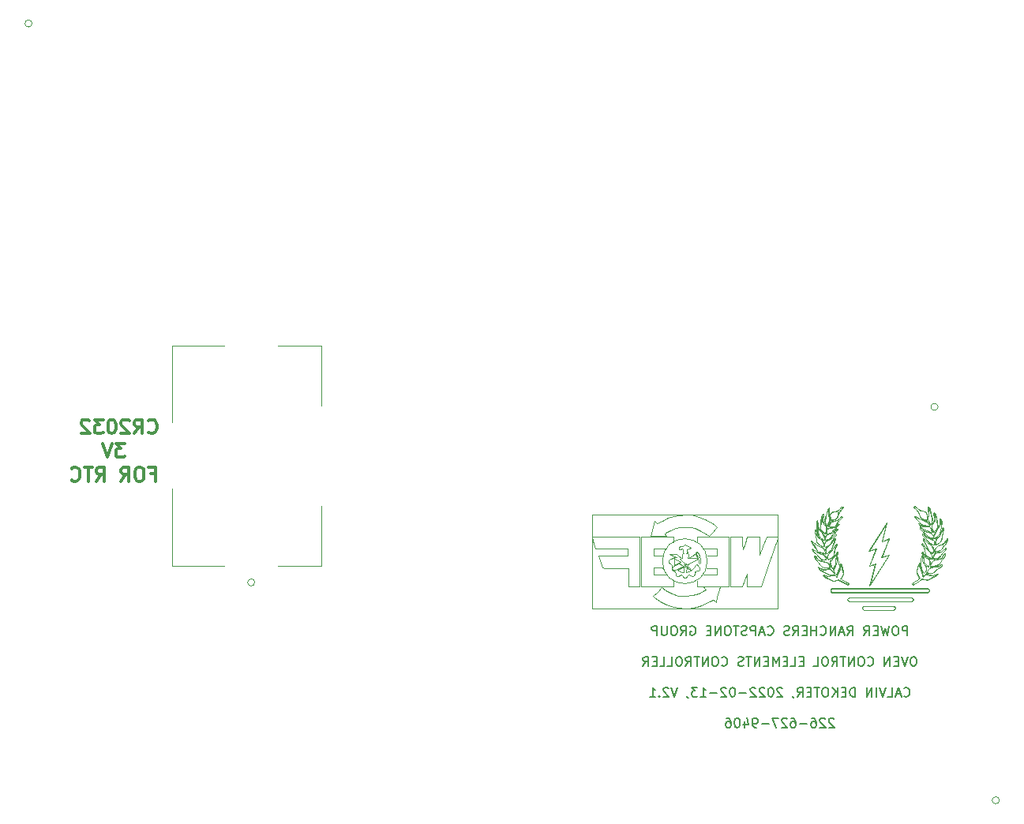
<source format=gbo>
%TF.GenerationSoftware,KiCad,Pcbnew,(5.1.8)-1*%
%TF.CreationDate,2022-02-24T01:16:36-05:00*%
%TF.ProjectId,OCE_L,4f43455f-4c2e-46b6-9963-61645f706362,rev?*%
%TF.SameCoordinates,Original*%
%TF.FileFunction,Legend,Bot*%
%TF.FilePolarity,Positive*%
%FSLAX46Y46*%
G04 Gerber Fmt 4.6, Leading zero omitted, Abs format (unit mm)*
G04 Created by KiCad (PCBNEW (5.1.8)-1) date 2022-02-24 01:16:36*
%MOMM*%
%LPD*%
G01*
G04 APERTURE LIST*
%ADD10C,0.037500*%
%ADD11C,0.300000*%
%ADD12C,0.100000*%
%ADD13C,0.073500*%
%ADD14C,0.150000*%
%ADD15C,0.120000*%
%ADD16C,3.000000*%
%ADD17C,1.308000*%
%ADD18C,1.208000*%
%ADD19O,2.000000X5.000000*%
%ADD20O,1.700000X1.700000*%
%ADD21R,1.700000X1.700000*%
%ADD22C,1.397000*%
%ADD23C,1.549400*%
%ADD24C,3.759200*%
%ADD25C,2.108200*%
%ADD26O,1.600000X1.600000*%
%ADD27R,1.600000X1.600000*%
%ADD28C,1.219200*%
%ADD29C,17.780001*%
%ADD30R,5.080000X2.794000*%
%ADD31C,1.803400*%
%ADD32C,2.500000*%
%ADD33C,2.030000*%
%ADD34R,2.030000X2.030000*%
%ADD35C,1.524000*%
G04 APERTURE END LIST*
D10*
X147776500Y-115054231D02*
X147776500Y-115054239D01*
X147630854Y-115114258D02*
X147776500Y-115054231D01*
X147570759Y-115259835D02*
X147630854Y-115114258D01*
X147630854Y-115405480D02*
X147570759Y-115259835D01*
X147776500Y-115465575D02*
X147630854Y-115405480D01*
X150880949Y-115465595D02*
X147776500Y-115465575D01*
X151026595Y-115405499D02*
X150880949Y-115465595D01*
X151086691Y-115259854D02*
X151026595Y-115405499D01*
X151026595Y-115114277D02*
X151086691Y-115259854D01*
X150880949Y-115054250D02*
X151026595Y-115114277D01*
X147776500Y-115054239D02*
X150880949Y-115054250D01*
X150880949Y-115042254D02*
X147776500Y-115042250D01*
X151034918Y-115105877D02*
X150880949Y-115042254D01*
X151098542Y-115259846D02*
X151034918Y-115105877D01*
X151034918Y-115413883D02*
X151098542Y-115259846D01*
X150880949Y-115477575D02*
X151034918Y-115413883D01*
X147776500Y-115477572D02*
X150880949Y-115477575D01*
X147622531Y-115413880D02*
X147776500Y-115477572D01*
X147558908Y-115259843D02*
X147622531Y-115413880D01*
X147622531Y-115105874D02*
X147558908Y-115259843D01*
X147776500Y-115042250D02*
X147622531Y-115105874D01*
X146190250Y-114139079D02*
X146190250Y-114139087D01*
X146046341Y-114198431D02*
X146190250Y-114139079D01*
X145986989Y-114342340D02*
X146046341Y-114198431D01*
X146046341Y-114486249D02*
X145986989Y-114342340D01*
X146190250Y-114545600D02*
X146046341Y-114486249D01*
X152822450Y-114545597D02*
X146190250Y-114545600D01*
X152966358Y-114486245D02*
X152822450Y-114545597D01*
X153025710Y-114342336D02*
X152966358Y-114486245D01*
X152966358Y-114198427D02*
X153025710Y-114342336D01*
X152822450Y-114139075D02*
X152966358Y-114198427D01*
X146190250Y-114139087D02*
X152822450Y-114139075D01*
X152822450Y-114122280D02*
X146190250Y-114122275D01*
X152978155Y-114186648D02*
X152822450Y-114122280D01*
X153042522Y-114342353D02*
X152978155Y-114186648D01*
X152978155Y-114498058D02*
X153042522Y-114342353D01*
X152822450Y-114562425D02*
X152978155Y-114498058D01*
X146190250Y-114562420D02*
X152822450Y-114562425D01*
X146034545Y-114498053D02*
X146190250Y-114562420D01*
X145970177Y-114342348D02*
X146034545Y-114498053D01*
X146034545Y-114186643D02*
X145970177Y-114342348D01*
X146190250Y-114122275D02*
X146034545Y-114186643D01*
X144366130Y-113172813D02*
X144366130Y-113172796D01*
X144223499Y-113231583D02*
X144366130Y-113172813D01*
X144164661Y-113374144D02*
X144223499Y-113231583D01*
X144223499Y-113516705D02*
X144164661Y-113374144D01*
X144366130Y-113575475D02*
X144223499Y-113516705D01*
X154545150Y-113575463D02*
X144366130Y-113575475D01*
X154687710Y-113516693D02*
X154545150Y-113575463D01*
X154746480Y-113374131D02*
X154687710Y-113516693D01*
X154687710Y-113231570D02*
X154746480Y-113374131D01*
X154545150Y-113172800D02*
X154687710Y-113231570D01*
X144366130Y-113172796D02*
X154545150Y-113172800D01*
X154545150Y-113152147D02*
X144366130Y-113152125D01*
X154702202Y-113217096D02*
X154545150Y-113152147D01*
X154767151Y-113374148D02*
X154702202Y-113217096D01*
X154702202Y-113531201D02*
X154767151Y-113374148D01*
X154545150Y-113596150D02*
X154702202Y-113531201D01*
X144366130Y-113596129D02*
X154545150Y-113596150D01*
X144209077Y-113531180D02*
X144366130Y-113596129D01*
X144144128Y-113374127D02*
X144209077Y-113531180D01*
X144209077Y-113217075D02*
X144144128Y-113374127D01*
X144366130Y-113152125D02*
X144209077Y-113217075D01*
X148328403Y-109121102D02*
X150159128Y-106170594D01*
X149085083Y-108870162D02*
X148328403Y-109121102D01*
X148339566Y-110720177D02*
X149085083Y-108870162D01*
X148987106Y-110510853D02*
X148339566Y-110720177D01*
X148373328Y-112766563D02*
X148987106Y-110510853D01*
X150402213Y-109600663D02*
X148373328Y-112766563D01*
X149614803Y-109841269D02*
X150402213Y-109600663D01*
X150437078Y-107853451D02*
X149614803Y-109841269D01*
X149672543Y-108131954D02*
X150437078Y-107853451D01*
X150159128Y-106170594D02*
X149672543Y-108131954D01*
X150203228Y-106098244D02*
X150180075Y-106088600D01*
X149708788Y-108091574D02*
X150203228Y-106098244D01*
X150482693Y-107809766D02*
X149708788Y-108091574D01*
X149658765Y-109801169D02*
X150482693Y-107809766D01*
X150461058Y-109556016D02*
X149658765Y-109801169D01*
X148350043Y-112849791D02*
X150461058Y-109556016D01*
X148327030Y-112839594D02*
X148350043Y-112849791D01*
X148950315Y-110549434D02*
X148327030Y-112839594D01*
X148295610Y-110761100D02*
X148950315Y-110549434D01*
X149040990Y-108911638D02*
X148295610Y-110761100D01*
X148269840Y-109167400D02*
X149040990Y-108911638D01*
X150180075Y-106088600D02*
X148269840Y-109167400D01*
X142917400Y-110992203D02*
X142889150Y-110921095D01*
X142965725Y-111086587D02*
X142917400Y-110992203D01*
X143045558Y-111165284D02*
X142965725Y-111086587D01*
X143442433Y-111383978D02*
X143045558Y-111165284D01*
X144020520Y-111653108D02*
X143442433Y-111383978D01*
X144254511Y-111712915D02*
X144020520Y-111653108D01*
X144457634Y-111650628D02*
X144254511Y-111712915D01*
X144480509Y-111609011D02*
X144457634Y-111650628D01*
X144475135Y-111535148D02*
X144480509Y-111609011D01*
X144425371Y-111406360D02*
X144475135Y-111535148D01*
X144320795Y-111255130D02*
X144425371Y-111406360D01*
X144197497Y-111134603D02*
X144320795Y-111255130D01*
X144069440Y-111068268D02*
X144197497Y-111134603D01*
X143932729Y-111053629D02*
X144069440Y-111068268D01*
X143782257Y-111090042D02*
X143932729Y-111053629D01*
X143614830Y-111135621D02*
X143782257Y-111090042D01*
X143446925Y-111139658D02*
X143614830Y-111135621D01*
X143082902Y-111021002D02*
X143446925Y-111139658D01*
X142889150Y-110921095D02*
X143082902Y-111021002D01*
X143099026Y-110989720D02*
X142821627Y-110846680D01*
X143449773Y-111105352D02*
X143099026Y-110989720D01*
X143609369Y-111101279D02*
X143449773Y-111105352D01*
X143769441Y-111057244D02*
X143609369Y-111101279D01*
X143930251Y-111018597D02*
X143769441Y-111057244D01*
X144079636Y-111034507D02*
X143930251Y-111018597D01*
X144218317Y-111106125D02*
X144079636Y-111034507D01*
X144348078Y-111232668D02*
X144218317Y-111106125D01*
X144456516Y-111389205D02*
X144348078Y-111232668D01*
X144509860Y-111528533D02*
X144456516Y-111389205D01*
X144515372Y-111614109D02*
X144509860Y-111528533D01*
X144480508Y-111677499D02*
X144515372Y-111614109D01*
X144260849Y-111747504D02*
X144480508Y-111677499D01*
X144248309Y-111749846D02*
X144260849Y-111747504D01*
X144245002Y-111743644D02*
X144248309Y-111749846D01*
X144007291Y-111685767D02*
X144245002Y-111743644D01*
X143426723Y-111415534D02*
X144007291Y-111685767D01*
X143024336Y-111193532D02*
X143426723Y-111415534D01*
X142937466Y-111106910D02*
X143024336Y-111193532D01*
X142884603Y-111005154D02*
X142937466Y-111106910D01*
X142821627Y-110846680D02*
X142884603Y-111005154D01*
X156095702Y-110581820D02*
X156095702Y-110581820D01*
X156030107Y-110607452D02*
X156095702Y-110581820D01*
X155911045Y-110689170D02*
X156030107Y-110607452D01*
X155635071Y-110832576D02*
X155911045Y-110689170D01*
X155254410Y-110863767D02*
X155635071Y-110832576D01*
X154918720Y-110906761D02*
X155254410Y-110863767D01*
X154705813Y-111077638D02*
X154918720Y-110906761D01*
X154498419Y-111369506D02*
X154705813Y-111077638D01*
X154456113Y-111448881D02*
X154498419Y-111369506D01*
X154533559Y-111469276D02*
X154456113Y-111448881D01*
X154786291Y-111514062D02*
X154533559Y-111469276D01*
X154792352Y-111514888D02*
X154786291Y-111514062D01*
X154940387Y-111517270D02*
X154792352Y-111514888D01*
X155078656Y-111482187D02*
X154940387Y-111517270D01*
X155365202Y-111283102D02*
X155078656Y-111482187D01*
X155706404Y-111015762D02*
X155365202Y-111283102D01*
X155972186Y-110825995D02*
X155706404Y-111015762D01*
X156085917Y-110667807D02*
X155972186Y-110825995D01*
X156105071Y-110592704D02*
X156085917Y-110667807D01*
X156102588Y-110583472D02*
X156105071Y-110592704D01*
X156095702Y-110581820D02*
X156102588Y-110583472D01*
X156095566Y-110546549D02*
X156095560Y-110546543D01*
X156127674Y-110558676D02*
X156095566Y-110546549D01*
X156140352Y-110590509D02*
X156127674Y-110558676D01*
X156118717Y-110680908D02*
X156140352Y-110590509D01*
X155997168Y-110850557D02*
X156118717Y-110680908D01*
X155725150Y-111045675D02*
X155997168Y-110850557D01*
X155725007Y-111045676D02*
X155725150Y-111045675D01*
X155389317Y-111308881D02*
X155725007Y-111045676D01*
X155099594Y-111509411D02*
X155389317Y-111308881D01*
X154957719Y-111548177D02*
X155099594Y-111509411D01*
X154808200Y-111550175D02*
X154957719Y-111548177D01*
X154808199Y-111552652D02*
X154808200Y-111550175D01*
X154787942Y-111550168D02*
X154808199Y-111552652D01*
X154524599Y-111503453D02*
X154787942Y-111550168D01*
X154404021Y-111471758D02*
X154524599Y-111503453D01*
X154467273Y-111352971D02*
X154404021Y-111471758D01*
X154679766Y-111053799D02*
X154467273Y-111352971D01*
X154905764Y-110873965D02*
X154679766Y-111053799D01*
X155255096Y-110828490D02*
X154905764Y-110873965D01*
X155625256Y-110799651D02*
X155255096Y-110828490D01*
X155889544Y-110661195D02*
X155625256Y-110799651D01*
X156012602Y-110576722D02*
X155889544Y-110661195D01*
X156095560Y-110546543D02*
X156012602Y-110576722D01*
X145205602Y-110497609D02*
X145205610Y-110497622D01*
X145197196Y-110505326D02*
X145205602Y-110497609D01*
X145180659Y-110561826D02*
X145197196Y-110505326D01*
X145207393Y-110750617D02*
X145180659Y-110561826D01*
X145232060Y-110902752D02*
X145207393Y-110750617D01*
X145169773Y-111108218D02*
X145232060Y-110902752D01*
X144997932Y-111450935D02*
X145169773Y-111108218D01*
X144898162Y-111733020D02*
X144997932Y-111450935D01*
X144880661Y-111848637D02*
X144898162Y-111733020D01*
X144854478Y-111910511D02*
X144880661Y-111848637D01*
X144826917Y-111920984D02*
X144854478Y-111910511D01*
X144800873Y-111909547D02*
X144826917Y-111920984D01*
X144752090Y-111853185D02*
X144800873Y-111909547D01*
X144674126Y-111772709D02*
X144752090Y-111853185D01*
X144580387Y-111738946D02*
X144674126Y-111772709D01*
X144283834Y-111803162D02*
X144580387Y-111738946D01*
X143953071Y-111883121D02*
X144283834Y-111803162D01*
X143598674Y-111801511D02*
X143953071Y-111883121D01*
X143390866Y-111744461D02*
X143598674Y-111801511D01*
X143365924Y-111747904D02*
X143390866Y-111744461D01*
X143365373Y-111750797D02*
X143365924Y-111747904D01*
X143368956Y-111765266D02*
X143365373Y-111750797D01*
X143490913Y-111880470D02*
X143368956Y-111765266D01*
X143828670Y-112047902D02*
X143490913Y-111880470D01*
X144301888Y-112273624D02*
X143828670Y-112047902D01*
X144542817Y-112334824D02*
X144301888Y-112273624D01*
X144868123Y-112257226D02*
X144542817Y-112334824D01*
X145035968Y-112227873D02*
X144868123Y-112257226D01*
X145245705Y-112336049D02*
X145035968Y-112227873D01*
X145750205Y-112609314D02*
X145245705Y-112336049D01*
X145750346Y-112609455D02*
X145750205Y-112609314D01*
X145751037Y-112609737D02*
X145750346Y-112609455D01*
X146060682Y-112722461D02*
X145751037Y-112609737D01*
X146111945Y-112714606D02*
X146060682Y-112722461D01*
X146116079Y-112701515D02*
X146111945Y-112714606D01*
X146109189Y-112671474D02*
X146116079Y-112701515D01*
X146080664Y-112643775D02*
X146109189Y-112671474D01*
X146006112Y-112591961D02*
X146080664Y-112643775D01*
X145774877Y-112462150D02*
X146006112Y-112591961D01*
X145321917Y-112213965D02*
X145774877Y-112462150D01*
X145241715Y-112140516D02*
X145321917Y-112213965D01*
X145231518Y-112104963D02*
X145241715Y-112140516D01*
X145244609Y-112072717D02*
X145231518Y-112104963D01*
X145401154Y-111835695D02*
X145244609Y-112072717D01*
X145496101Y-111628300D02*
X145401154Y-111835695D01*
X145482596Y-111377360D02*
X145496101Y-111628300D01*
X145405013Y-111004050D02*
X145482596Y-111377360D01*
X145300282Y-110659540D02*
X145405013Y-111004050D01*
X145249983Y-110545301D02*
X145300282Y-110659540D01*
X145214292Y-110498723D02*
X145249983Y-110545301D01*
X145205610Y-110497622D02*
X145214292Y-110498723D01*
X145193895Y-110464308D02*
X145193897Y-110464274D01*
X145228346Y-110466376D02*
X145193895Y-110464308D01*
X145280987Y-110528387D02*
X145228346Y-110466376D01*
X145333215Y-110647174D02*
X145280987Y-110528387D01*
X145439186Y-110995404D02*
X145333215Y-110647174D01*
X145517458Y-111372159D02*
X145439186Y-110995404D01*
X145530550Y-111635639D02*
X145517458Y-111372159D01*
X145431882Y-111853093D02*
X145530550Y-111635639D01*
X145271892Y-112095077D02*
X145431882Y-111853093D01*
X145266793Y-112106652D02*
X145271892Y-112095077D01*
X145271892Y-112122223D02*
X145266793Y-112106652D01*
X145341896Y-112184925D02*
X145271892Y-112122223D01*
X145790724Y-112430629D02*
X145341896Y-112184925D01*
X146025128Y-112562231D02*
X145790724Y-112430629D01*
X146102574Y-112616112D02*
X146025128Y-112562231D01*
X146141986Y-112658694D02*
X146102574Y-112616112D01*
X146151356Y-112701964D02*
X146141986Y-112658694D01*
X146138127Y-112738206D02*
X146151356Y-112701964D01*
X146057099Y-112757636D02*
X146138127Y-112738206D01*
X145734914Y-112641331D02*
X146057099Y-112757636D01*
X145728712Y-112638297D02*
X145734914Y-112641331D01*
X145728437Y-112637732D02*
X145728712Y-112638297D01*
X145227107Y-112366122D02*
X145728437Y-112637732D01*
X145028670Y-112262356D02*
X145227107Y-112366122D01*
X144880531Y-112290331D02*
X145028670Y-112262356D01*
X144542288Y-112369279D02*
X144880531Y-112290331D01*
X144408065Y-112354860D02*
X144542288Y-112369279D01*
X144284531Y-112304386D02*
X144408065Y-112354860D01*
X143814484Y-112080318D02*
X144284531Y-112304386D01*
X143472179Y-111910543D02*
X143814484Y-112080318D01*
X143336166Y-111778114D02*
X143472179Y-111910543D01*
X143330103Y-111751105D02*
X143336166Y-111778114D01*
X143338922Y-111725198D02*
X143330103Y-111751105D01*
X143392804Y-111709350D02*
X143338922Y-111725198D01*
X143610534Y-111768330D02*
X143392804Y-111709350D01*
X143952763Y-111849400D02*
X143610534Y-111768330D01*
X144271026Y-111770256D02*
X143952763Y-111849400D01*
X144447295Y-111713988D02*
X144271026Y-111770256D01*
X144584391Y-111703835D02*
X144447295Y-111713988D01*
X144693040Y-111743526D02*
X144584391Y-111703835D01*
X144780899Y-111832682D02*
X144693040Y-111743526D01*
X144822378Y-111881602D02*
X144780899Y-111832682D01*
X144829820Y-111885871D02*
X144822378Y-111881602D01*
X144829820Y-111885306D02*
X144829820Y-111885871D01*
X144846218Y-111841071D02*
X144829820Y-111885306D01*
X144863168Y-111729037D02*
X144846218Y-111841071D01*
X144968864Y-111431105D02*
X144863168Y-111729037D01*
X145136984Y-111095140D02*
X144968864Y-111431105D01*
X145197067Y-110899045D02*
X145136984Y-111095140D01*
X145174467Y-110763446D02*
X145197067Y-110899045D01*
X145145666Y-110557981D02*
X145174467Y-110763446D01*
X145168266Y-110485083D02*
X145145666Y-110557981D01*
X145193897Y-110464274D02*
X145168266Y-110485083D01*
X153714173Y-110435050D02*
X153714172Y-110435059D01*
X153690747Y-110439185D02*
X153714173Y-110435050D01*
X153651886Y-110481352D02*
X153690747Y-110439185D01*
X153604757Y-110583189D02*
X153651886Y-110481352D01*
X153520835Y-110913092D02*
X153604757Y-110583189D01*
X153448350Y-111283232D02*
X153520835Y-110913092D01*
X153441047Y-111445978D02*
X153448350Y-111283232D01*
X153558042Y-111732333D02*
X153441047Y-111445978D01*
X153707972Y-112058378D02*
X153558042Y-111732333D01*
X153575681Y-112188465D02*
X153707972Y-112058378D01*
X153190243Y-112480332D02*
X153575681Y-112188465D01*
X152957493Y-112665264D02*
X153190243Y-112480332D01*
X152942886Y-112708811D02*
X152957493Y-112665264D01*
X152979404Y-112738989D02*
X152942886Y-112708811D01*
X153023501Y-112735821D02*
X152979404Y-112738989D01*
X153130574Y-112680700D02*
X153023501Y-112735821D01*
X153642652Y-112325027D02*
X153130574Y-112680700D01*
X153932589Y-112115842D02*
X153642652Y-112325027D01*
X154218532Y-112182125D02*
X153932589Y-112115842D01*
X154220324Y-112182548D02*
X154218532Y-112182125D01*
X154570484Y-112210798D02*
X154220324Y-112182548D01*
X154698609Y-112166907D02*
X154570484Y-112210798D01*
X154817291Y-112080298D02*
X154698609Y-112166907D01*
X154967496Y-111989071D02*
X154817291Y-112080298D01*
X155210444Y-111876348D02*
X154967496Y-111989071D01*
X155498454Y-111731655D02*
X155210444Y-111876348D01*
X155618620Y-111629955D02*
X155498454Y-111731655D01*
X155620687Y-111623062D02*
X155618620Y-111629955D01*
X155580586Y-111619619D02*
X155620687Y-111623062D01*
X155330471Y-111692654D02*
X155580586Y-111619619D01*
X155076223Y-111771616D02*
X155330471Y-111692654D01*
X154857391Y-111740610D02*
X155076223Y-111771616D01*
X154392166Y-111653519D02*
X154857391Y-111740610D01*
X154291431Y-111698442D02*
X154392166Y-111653519D01*
X154187114Y-111816265D02*
X154291431Y-111698442D01*
X154109255Y-111903219D02*
X154187114Y-111816265D01*
X154077560Y-111922925D02*
X154109255Y-111903219D01*
X154042971Y-111918931D02*
X154077560Y-111922925D01*
X154015273Y-111846584D02*
X154042971Y-111918931D01*
X154012655Y-111705749D02*
X154015273Y-111846584D01*
X153996568Y-111566101D02*
X154012655Y-111705749D01*
X153938930Y-111427246D02*
X153996568Y-111566101D01*
X153705904Y-110957886D02*
X153938930Y-111427246D01*
X153680886Y-110813618D02*
X153705904Y-110957886D01*
X153696396Y-110667121D02*
X153680886Y-110813618D01*
X153721476Y-110455455D02*
X153696396Y-110667121D01*
X153714172Y-110435059D02*
X153721476Y-110455455D01*
X153730174Y-110403668D02*
X153730157Y-110403641D01*
X153756495Y-110451348D02*
X153730174Y-110403668D01*
X153731139Y-110673488D02*
X153756495Y-110451348D01*
X153715863Y-110812732D02*
X153731139Y-110673488D01*
X153739545Y-110947165D02*
X153715863Y-110812732D01*
X153969677Y-111410048D02*
X153739545Y-110947165D01*
X154030527Y-111557195D02*
X153969677Y-111410048D01*
X154047950Y-111706325D02*
X154030527Y-111557195D01*
X154047930Y-111706463D02*
X154047950Y-111706325D01*
X154050273Y-111842888D02*
X154047930Y-111706463D01*
X154063089Y-111890017D02*
X154050273Y-111842888D01*
X154066398Y-111889453D02*
X154063089Y-111890017D01*
X154086241Y-111876361D02*
X154066398Y-111889453D01*
X154159415Y-111794368D02*
X154086241Y-111876361D01*
X154268555Y-111671447D02*
X154159415Y-111794368D01*
X154388031Y-111618393D02*
X154268555Y-111671447D01*
X154567502Y-111633663D02*
X154388031Y-111618393D01*
X154866349Y-111706587D02*
X154567502Y-111633663D01*
X155072641Y-111736491D02*
X154866349Y-111706587D01*
X155317655Y-111659734D02*
X155072641Y-111736491D01*
X155577553Y-111584493D02*
X155317655Y-111659734D01*
X155640529Y-111593864D02*
X155577553Y-111584493D01*
X155655825Y-111618256D02*
X155640529Y-111593864D01*
X155650174Y-111645540D02*
X155655825Y-111618256D01*
X155517193Y-111761571D02*
X155650174Y-111645540D01*
X155224086Y-111908883D02*
X155517193Y-111761571D01*
X154983756Y-112020504D02*
X155224086Y-111908883D01*
X154841130Y-112106356D02*
X154983756Y-112020504D01*
X154714912Y-112198046D02*
X154841130Y-112106356D01*
X154576407Y-112245675D02*
X154714912Y-112198046D01*
X154216050Y-112217425D02*
X154576407Y-112245675D01*
X154215227Y-112217432D02*
X154216050Y-112217425D01*
X154214126Y-112217291D02*
X154215227Y-112217432D01*
X154212334Y-112216868D02*
X154214126Y-112217291D01*
X153940309Y-112153754D02*
X154212334Y-112216868D01*
X153663324Y-112353707D02*
X153940309Y-112153754D01*
X153148902Y-112710894D02*
X153663324Y-112353707D01*
X153034801Y-112769323D02*
X153148902Y-112710894D01*
X152965209Y-112771250D02*
X153034801Y-112769323D01*
X152909124Y-112719160D02*
X152965209Y-112771250D01*
X152928829Y-112644608D02*
X152909124Y-112719160D01*
X153171088Y-112450718D02*
X152928829Y-112644608D01*
X153550876Y-112163398D02*
X153171088Y-112450718D01*
X153665529Y-112050674D02*
X153550876Y-112163398D01*
X153526071Y-111747092D02*
X153665529Y-112050674D01*
X153406871Y-111454259D02*
X153526071Y-111747092D01*
X153413898Y-111275252D02*
X153406871Y-111454259D01*
X153486107Y-110907040D02*
X153413898Y-111275252D01*
X153571683Y-110570937D02*
X153486107Y-110907040D01*
X153621844Y-110462761D02*
X153571683Y-110570937D01*
X153677930Y-110406399D02*
X153621844Y-110462761D01*
X153730157Y-110403641D02*
X153677930Y-110406399D01*
X154004528Y-109688299D02*
X154004525Y-109688300D01*
X153963049Y-109701390D02*
X154004528Y-109688299D01*
X153919917Y-109758578D02*
X153963049Y-109701390D01*
X153871823Y-109972036D02*
X153919917Y-109758578D01*
X153843022Y-110373872D02*
X153871823Y-109972036D01*
X153836092Y-110689132D02*
X153843022Y-110373872D01*
X153880975Y-110981245D02*
X153836092Y-110689132D01*
X153973750Y-111236287D02*
X153880975Y-110981245D01*
X154110499Y-111440334D02*
X153973750Y-111236287D01*
X154158868Y-111485396D02*
X154110499Y-111440334D01*
X154186291Y-111488429D02*
X154158868Y-111485396D01*
X154301908Y-111341117D02*
X154186291Y-111488429D01*
X154391179Y-111144831D02*
X154301908Y-111341117D01*
X154399336Y-110949342D02*
X154391179Y-111144831D01*
X154324729Y-110738945D02*
X154399336Y-110949342D01*
X154163416Y-110500377D02*
X154324729Y-110738945D01*
X153990196Y-110236207D02*
X154163416Y-110500377D01*
X153975664Y-110124943D02*
X153990196Y-110236207D01*
X153994740Y-109986370D02*
X153975664Y-110124943D01*
X154026987Y-109747280D02*
X153994740Y-109986370D01*
X154019131Y-109699876D02*
X154026987Y-109747280D01*
X154004525Y-109688300D02*
X154019131Y-109699876D01*
X142444324Y-109656759D02*
X142444325Y-109656759D01*
X142439501Y-109658551D02*
X142444324Y-109656759D01*
X142434402Y-109678947D02*
X142439501Y-109658551D01*
X142456175Y-109797182D02*
X142434402Y-109678947D01*
X142583919Y-110016566D02*
X142456175Y-109797182D01*
X142825765Y-110333653D02*
X142583919Y-110016566D01*
X143088970Y-110633376D02*
X142825765Y-110333653D01*
X143279001Y-110802048D02*
X143088970Y-110633376D01*
X143533189Y-110878243D02*
X143279001Y-110802048D01*
X143904631Y-110891620D02*
X143533189Y-110878243D01*
X144068342Y-110884454D02*
X143904631Y-110891620D01*
X144026450Y-110751198D02*
X144068342Y-110884454D01*
X143893193Y-110473660D02*
X144026450Y-110751198D01*
X143665542Y-110317942D02*
X143893193Y-110473660D01*
X143199902Y-110203014D02*
X143665542Y-110317942D01*
X142996818Y-110168507D02*
X143199902Y-110203014D01*
X142846712Y-110105586D02*
X142996818Y-110168507D01*
X142723555Y-109996529D02*
X142846712Y-110105586D01*
X142599905Y-109825431D02*
X142723555Y-109996529D01*
X142502616Y-109697825D02*
X142599905Y-109825431D01*
X142444325Y-109656759D02*
X142502616Y-109697825D01*
X154010871Y-109653728D02*
X154010874Y-109653725D01*
X154050696Y-109684045D02*
X154010871Y-109653728D01*
X154062272Y-109746745D02*
X154050696Y-109684045D01*
X154029475Y-109993001D02*
X154062272Y-109746745D01*
X154023689Y-110225200D02*
X154029475Y-109993001D01*
X154190982Y-110478345D02*
X154023689Y-110225200D01*
X154356155Y-110722663D02*
X154190982Y-110478345D01*
X154434206Y-110943707D02*
X154356155Y-110722663D01*
X154425183Y-111153119D02*
X154434206Y-110943707D01*
X154331542Y-111360287D02*
X154425183Y-111153119D01*
X154201042Y-111520415D02*
X154331542Y-111360287D01*
X154140684Y-111515730D02*
X154201042Y-111520415D01*
X154084323Y-111464054D02*
X154140684Y-111515730D01*
X154081705Y-111460194D02*
X154084323Y-111464054D01*
X153940623Y-111248538D02*
X154081705Y-111460194D01*
X153845886Y-110987287D02*
X153940623Y-111248538D01*
X153800605Y-110689983D02*
X153845886Y-110987287D01*
X153807890Y-110370167D02*
X153800605Y-110689983D01*
X153836691Y-109970949D02*
X153807890Y-110370167D01*
X153888505Y-109742608D02*
X153836691Y-109970949D01*
X153941146Y-109673707D02*
X153888505Y-109742608D01*
X154010874Y-109653725D02*
X153941146Y-109673707D01*
X142447076Y-109621599D02*
X142447075Y-109621600D01*
X142527829Y-109673137D02*
X142447076Y-109621599D01*
X142629528Y-109806393D02*
X142527829Y-109673137D01*
X142749969Y-109973210D02*
X142629528Y-109806393D01*
X142865448Y-110075801D02*
X142749969Y-109973210D01*
X143006199Y-110134487D02*
X142865448Y-110075801D01*
X143203756Y-110167853D02*
X143006199Y-110134487D01*
X143679731Y-110285676D02*
X143203756Y-110167853D01*
X143920336Y-110451040D02*
X143679731Y-110285676D01*
X144060207Y-110740565D02*
X143920336Y-110451040D01*
X144115742Y-110917643D02*
X144060207Y-110740565D01*
X143906142Y-110926876D02*
X144115742Y-110917643D01*
X143528040Y-110913438D02*
X143906142Y-110926876D01*
X143262185Y-110833032D02*
X143528040Y-110913438D01*
X143063472Y-110657745D02*
X143262185Y-110833032D01*
X142798474Y-110355955D02*
X143063472Y-110657745D01*
X142554837Y-110036665D02*
X142798474Y-110355955D01*
X142422408Y-109807497D02*
X142554837Y-110036665D01*
X142399257Y-109676722D02*
X142422408Y-109807497D01*
X142411521Y-109637172D02*
X142399257Y-109676722D01*
X142447075Y-109621600D02*
X142411521Y-109637172D01*
X156436082Y-109415177D02*
X156436087Y-109415189D01*
X156390607Y-109422480D02*
X156436082Y-109415177D01*
X156370487Y-109442737D02*
X156390607Y-109422480D01*
X156331764Y-109497032D02*
X156370487Y-109442737D01*
X156236955Y-109664877D02*
X156331764Y-109497032D01*
X156132621Y-109844215D02*
X156236955Y-109664877D01*
X156017158Y-109957984D02*
X156132621Y-109844215D01*
X155864289Y-110021657D02*
X156017158Y-109957984D01*
X155649083Y-110053620D02*
X155864289Y-110021657D01*
X155364434Y-110095808D02*
X155649083Y-110053620D01*
X155171181Y-110173647D02*
X155364434Y-110095808D01*
X155034180Y-110307704D02*
X155171181Y-110173647D01*
X154919001Y-110521877D02*
X155034180Y-110307704D01*
X154863742Y-110665882D02*
X154919001Y-110521877D01*
X154852304Y-110744430D02*
X154863742Y-110665882D01*
X154858090Y-110757522D02*
X154852304Y-110744430D01*
X154870217Y-110762348D02*
X154858090Y-110757522D01*
X154940772Y-110746362D02*
X154870217Y-110762348D01*
X155059008Y-110722247D02*
X154940772Y-110746362D01*
X155224235Y-110709706D02*
X155059008Y-110722247D01*
X155492675Y-110695650D02*
X155224235Y-110709706D01*
X155492818Y-110695661D02*
X155492675Y-110695650D01*
X155683168Y-110613543D02*
X155492818Y-110695661D01*
X155839396Y-110459603D02*
X155683168Y-110613543D01*
X156117621Y-110081746D02*
X155839396Y-110459603D01*
X156312293Y-109800365D02*
X156117621Y-110081746D01*
X156427956Y-109568426D02*
X156312293Y-109800365D01*
X156451382Y-109432000D02*
X156427956Y-109568426D01*
X156436087Y-109415189D02*
X156451382Y-109432000D01*
X156445177Y-109381142D02*
X156445181Y-109381151D01*
X156485140Y-109421656D02*
X156445177Y-109381142D01*
X156461163Y-109580545D02*
X156485140Y-109421656D01*
X156342644Y-109818717D02*
X156461163Y-109580545D01*
X156145456Y-110103510D02*
X156342644Y-109818717D01*
X155869296Y-110478335D02*
X156145456Y-110103510D01*
X155708771Y-110639413D02*
X155869296Y-110478335D01*
X155507011Y-110726657D02*
X155708771Y-110639413D01*
X155504527Y-110729825D02*
X155507011Y-110726657D01*
X155497500Y-110730650D02*
X155504527Y-110729825D01*
X155497368Y-110730662D02*
X155497500Y-110730650D01*
X155225068Y-110744993D02*
X155497368Y-110730662D01*
X155063425Y-110757258D02*
X155225068Y-110744993D01*
X154953595Y-110779169D02*
X155063425Y-110757258D01*
X154865952Y-110797359D02*
X154953595Y-110779169D01*
X154833568Y-110782889D02*
X154865952Y-110797359D01*
X154817582Y-110750643D02*
X154833568Y-110782889D01*
X154829985Y-110655972D02*
X154817582Y-110750643D01*
X154886760Y-110507696D02*
X154829985Y-110655972D01*
X155005934Y-110286759D02*
X154886760Y-110507696D01*
X155152170Y-110143893D02*
X155005934Y-110286759D01*
X155355667Y-110061486D02*
X155152170Y-110143893D01*
X155645920Y-110018492D02*
X155355667Y-110061486D01*
X155855300Y-109987448D02*
X155645920Y-110018492D01*
X155997733Y-109928506D02*
X155855300Y-109987448D01*
X156104489Y-109822922D02*
X155997733Y-109928506D01*
X156205403Y-109649179D02*
X156104489Y-109822922D01*
X156302141Y-109477751D02*
X156205403Y-109649179D01*
X156343206Y-109420425D02*
X156302141Y-109477751D01*
X156377795Y-109389695D02*
X156343206Y-109420425D01*
X156445181Y-109381151D02*
X156377795Y-109389695D01*
X153995588Y-109261113D02*
X153995581Y-109261124D01*
X153987733Y-109296115D02*
X153995588Y-109261113D01*
X154061320Y-109547470D02*
X153987733Y-109296115D01*
X154144036Y-109808171D02*
X154061320Y-109547470D01*
X154171150Y-110082975D02*
X154144036Y-109808171D01*
X154171147Y-110083122D02*
X154171150Y-110082975D01*
X154190521Y-110313902D02*
X154171147Y-110083122D01*
X154237155Y-110444445D02*
X154190521Y-110313902D01*
X154578495Y-110773795D02*
X154237155Y-110444445D01*
X154633616Y-110785508D02*
X154578495Y-110773795D01*
X154681986Y-110750367D02*
X154633616Y-110785508D01*
X154765081Y-110512794D02*
X154681986Y-110750367D01*
X154785219Y-110319057D02*
X154765081Y-110512794D01*
X154764940Y-110168147D02*
X154785219Y-110319057D01*
X154703273Y-110051652D02*
X154764940Y-110168147D01*
X154596681Y-109960063D02*
X154703273Y-110051652D01*
X154374836Y-109779334D02*
X154596681Y-109960063D01*
X154185888Y-109498283D02*
X154374836Y-109779334D01*
X154086394Y-109337742D02*
X154185888Y-109498283D01*
X154047671Y-109285652D02*
X154086394Y-109337742D01*
X154028654Y-109266084D02*
X154047671Y-109285652D01*
X153995581Y-109261124D02*
X154028654Y-109266084D01*
X144890202Y-109250349D02*
X144890206Y-109250375D01*
X144889651Y-109250914D02*
X144890202Y-109250349D01*
X144859472Y-109275581D02*
X144889651Y-109250914D01*
X144740685Y-109458722D02*
X144859472Y-109275581D01*
X144396865Y-109907962D02*
X144740685Y-109458722D01*
X144221993Y-110118664D02*
X144396865Y-109907962D01*
X144135590Y-110262531D02*
X144221993Y-110118664D01*
X144142594Y-110517711D02*
X144135590Y-110262531D01*
X144244455Y-110803548D02*
X144142594Y-110517711D01*
X144312667Y-110909106D02*
X144244455Y-110803548D01*
X144361725Y-110943557D02*
X144312667Y-110909106D01*
X144416296Y-110921646D02*
X144361725Y-110943557D01*
X144504352Y-110834830D02*
X144416296Y-110921646D01*
X144627549Y-110697026D02*
X144504352Y-110834830D01*
X144656625Y-110716456D02*
X144627549Y-110697026D01*
X144562781Y-110911310D02*
X144656625Y-110716456D01*
X144493879Y-111101755D02*
X144562781Y-110911310D01*
X144554513Y-111309425D02*
X144493879Y-111101755D01*
X144632785Y-111482231D02*
X144554513Y-111309425D01*
X144700998Y-111593025D02*
X144632785Y-111482231D01*
X144797461Y-111638639D02*
X144700998Y-111593025D01*
X144824608Y-111631887D02*
X144797461Y-111638639D01*
X144824883Y-111613835D02*
X144824608Y-111631887D01*
X144824333Y-111591373D02*
X144824883Y-111613835D01*
X144830534Y-111563536D02*
X144824333Y-111591373D01*
X144856441Y-111476858D02*
X144830534Y-111563536D01*
X144949596Y-111217373D02*
X144856441Y-111476858D01*
X145084368Y-110867903D02*
X144949596Y-111217373D01*
X145022908Y-110445948D02*
X145084368Y-110867903D01*
X144932509Y-109961015D02*
X145022908Y-110445948D01*
X144893924Y-109879022D02*
X144932509Y-109961015D01*
X144864158Y-109871995D02*
X144893924Y-109879022D01*
X144847622Y-109894594D02*
X144864158Y-109871995D01*
X144857544Y-109951782D02*
X144847622Y-109894594D01*
X144871737Y-110209545D02*
X144857544Y-109951782D01*
X144772105Y-110527665D02*
X144871737Y-110209545D01*
X144707889Y-110646314D02*
X144772105Y-110527665D01*
X144694935Y-110658854D02*
X144707889Y-110646314D01*
X144682946Y-110662573D02*
X144694935Y-110658854D01*
X144667650Y-110656512D02*
X144682946Y-110662573D01*
X144659933Y-110637082D02*
X144667650Y-110656512D01*
X144660625Y-110617376D02*
X144659933Y-110637082D01*
X144660618Y-110617246D02*
X144660625Y-110617376D01*
X144674811Y-110543520D02*
X144660618Y-110617246D01*
X144697825Y-110488951D02*
X144674811Y-110543520D01*
X144697695Y-110488953D02*
X144697825Y-110488951D01*
X144704309Y-110457257D02*
X144697695Y-110488953D01*
X144694801Y-110407924D02*
X144704309Y-110457257D01*
X144692320Y-110125011D02*
X144694801Y-110407924D01*
X144809453Y-109660339D02*
X144692320Y-110125011D01*
X144884694Y-109379356D02*
X144809453Y-109660339D01*
X144895443Y-109294194D02*
X144884694Y-109379356D01*
X144891033Y-109252301D02*
X144895443Y-109294194D01*
X144890206Y-109250375D02*
X144891033Y-109252301D01*
X153975055Y-109232458D02*
X153975056Y-109232460D01*
X154042854Y-109233834D02*
X153975055Y-109232458D01*
X154074825Y-109263049D02*
X154042854Y-109233834D01*
X154115477Y-109317618D02*
X154074825Y-109263049D01*
X154216625Y-109480916D02*
X154115477Y-109317618D01*
X154400363Y-109755813D02*
X154216625Y-109480916D01*
X154615428Y-109930294D02*
X154400363Y-109755813D01*
X154730508Y-110029819D02*
X154615428Y-109930294D01*
X154798569Y-110157808D02*
X154730508Y-110029819D01*
X154820549Y-110318982D02*
X154798569Y-110157808D01*
X154799810Y-110519265D02*
X154820549Y-110318982D01*
X154709825Y-110771998D02*
X154799810Y-110519265D01*
X154641336Y-110819954D02*
X154709825Y-110771998D01*
X154573261Y-110806587D02*
X154641336Y-110819954D01*
X154568301Y-110808654D02*
X154573261Y-110806587D01*
X154560859Y-110804386D02*
X154568301Y-110808654D01*
X154373449Y-110651544D02*
X154560859Y-110804386D01*
X154207807Y-110464011D02*
X154373449Y-110651544D01*
X154155643Y-110320973D02*
X154207807Y-110464011D01*
X154135873Y-110083948D02*
X154155643Y-110320973D01*
X154109753Y-109815239D02*
X154135873Y-110083948D01*
X154028661Y-109560571D02*
X154109753Y-109815239D01*
X153952456Y-109297228D02*
X154028661Y-109560571D01*
X153975056Y-109232460D02*
X153952456Y-109297228D01*
X144879445Y-109217172D02*
X144879456Y-109217165D01*
X144905490Y-109218547D02*
X144879445Y-109217172D01*
X144922991Y-109237426D02*
X144905490Y-109218547D01*
X144930708Y-109295442D02*
X144922991Y-109237426D01*
X144919408Y-109385703D02*
X144930708Y-109295442D01*
X144843065Y-109671096D02*
X144919408Y-109385703D01*
X144727172Y-110130533D02*
X144843065Y-109671096D01*
X144727722Y-110395116D02*
X144727172Y-110130533D01*
X144739573Y-110457127D02*
X144727722Y-110395116D01*
X144725931Y-110510182D02*
X144739573Y-110457127D01*
X144708705Y-110553039D02*
X144725931Y-110510182D01*
X144703331Y-110581426D02*
X144708705Y-110553039D01*
X144740125Y-110512800D02*
X144703331Y-110581426D01*
X144740135Y-110512660D02*
X144740125Y-110512800D01*
X144835426Y-110203553D02*
X144740135Y-110512660D01*
X144824609Y-109964615D02*
X144835426Y-110203553D01*
X144812758Y-109888960D02*
X144824609Y-109964615D01*
X144851343Y-109839076D02*
X144812758Y-109888960D01*
X144919418Y-109854647D02*
X144851343Y-109839076D01*
X144966271Y-109950559D02*
X144919418Y-109854647D01*
X145057773Y-110440864D02*
X144966271Y-109950559D01*
X145120611Y-110872052D02*
X145057773Y-110440864D01*
X144982532Y-111230067D02*
X145120611Y-110872052D01*
X144889928Y-111487759D02*
X144982532Y-111230067D01*
X144864710Y-111572232D02*
X144889928Y-111487759D01*
X144859197Y-111596899D02*
X144864710Y-111572232D01*
X144857819Y-111601034D02*
X144859197Y-111596899D01*
X144849138Y-111657258D02*
X144857819Y-111601034D01*
X144796910Y-111673932D02*
X144849138Y-111657258D01*
X144674954Y-111616744D02*
X144796910Y-111673932D01*
X144671922Y-111611918D02*
X144674954Y-111616744D01*
X144601504Y-111498505D02*
X144671922Y-111611918D01*
X144521578Y-111322254D02*
X144601504Y-111498505D01*
X144458602Y-111100941D02*
X144521578Y-111322254D01*
X144531087Y-110896028D02*
X144458602Y-111100941D01*
X144570774Y-110813621D02*
X144531087Y-110896028D01*
X144530673Y-110858407D02*
X144570774Y-110813621D01*
X144437518Y-110949909D02*
X144530673Y-110858407D01*
X144357592Y-110978572D02*
X144437518Y-110949909D01*
X144285659Y-110931856D02*
X144357592Y-110978572D01*
X144213725Y-110820786D02*
X144285659Y-110931856D01*
X144106602Y-110525584D02*
X144213725Y-110820786D01*
X144101415Y-110253586D02*
X144106602Y-110525584D01*
X144193606Y-110097730D02*
X144101415Y-110253586D01*
X144370959Y-109883997D02*
X144193606Y-110097730D01*
X144709682Y-109441784D02*
X144370959Y-109883997D01*
X144833292Y-109251891D02*
X144709682Y-109441784D01*
X144879456Y-109217165D02*
X144833292Y-109251891D01*
X142228654Y-108950924D02*
X142228656Y-108950927D01*
X142221350Y-108955058D02*
X142228654Y-108950924D01*
X142218043Y-108971733D02*
X142221350Y-108955058D01*
X142330628Y-109170721D02*
X142218043Y-108971733D01*
X142651436Y-109496904D02*
X142330628Y-109170721D01*
X142996911Y-109849956D02*
X142651436Y-109496904D01*
X143176331Y-110001265D02*
X142996911Y-109849956D01*
X143457864Y-110041917D02*
X143176331Y-110001265D01*
X143658093Y-110021246D02*
X143457864Y-110041917D01*
X143677799Y-109991205D02*
X143658093Y-110021246D01*
X143676283Y-109921201D02*
X143677799Y-109991205D01*
X143626388Y-109777440D02*
X143676283Y-109921201D01*
X143521805Y-109643941D02*
X143626388Y-109777440D01*
X143383760Y-109543394D02*
X143521805Y-109643941D01*
X143235588Y-109496353D02*
X143383760Y-109543394D01*
X142920719Y-109402754D02*
X143235588Y-109496353D01*
X142583915Y-109177201D02*
X142920719Y-109402754D01*
X142292873Y-108969117D02*
X142583915Y-109177201D01*
X142228656Y-108950927D02*
X142292873Y-108969117D01*
X142222317Y-108916200D02*
X142222317Y-108916200D01*
X142308307Y-108937400D02*
X142222317Y-108916200D01*
X142606513Y-109150053D02*
X142308307Y-108937400D01*
X142936035Y-109370929D02*
X142606513Y-109150053D01*
X143238893Y-109461213D02*
X142936035Y-109370929D01*
X143400195Y-109511893D02*
X143238893Y-109461213D01*
X143546333Y-109618585D02*
X143400195Y-109511893D01*
X143657372Y-109760063D02*
X143546333Y-109618585D01*
X143711284Y-109917343D02*
X143657372Y-109760063D01*
X143712525Y-109997683D02*
X143711284Y-109917343D01*
X143676144Y-110051564D02*
X143712525Y-109997683D01*
X143458139Y-110077195D02*
X143676144Y-110051564D01*
X143162689Y-110033787D02*
X143458139Y-110077195D01*
X142968386Y-109870903D02*
X143162689Y-110033787D01*
X142627873Y-109523226D02*
X142968386Y-109870903D01*
X142303346Y-109193048D02*
X142627873Y-109523226D01*
X142214597Y-109068305D02*
X142303346Y-109193048D01*
X142182767Y-108971873D02*
X142214597Y-109068305D01*
X142191862Y-108935768D02*
X142182767Y-108971873D01*
X142222317Y-108916200D02*
X142191862Y-108935768D01*
X156511196Y-108854308D02*
X156511161Y-108854310D01*
X156504719Y-108854590D02*
X156511196Y-108854308D01*
X156452216Y-108882840D02*
X156504719Y-108854590D01*
X156224151Y-109084999D02*
X156452216Y-108882840D01*
X156050518Y-109253670D02*
X156224151Y-109084999D01*
X155810051Y-109270207D02*
X156050518Y-109253670D01*
X155621535Y-109291015D02*
X155810051Y-109270207D01*
X155497099Y-109317611D02*
X155621535Y-109291015D01*
X155413176Y-109379210D02*
X155497099Y-109317611D01*
X155312717Y-109493725D02*
X155413176Y-109379210D01*
X155174362Y-109742598D02*
X155312717Y-109493725D01*
X155161271Y-109840025D02*
X155174362Y-109742598D01*
X155178772Y-109892528D02*
X155161271Y-109840025D01*
X155229759Y-109915680D02*
X155178772Y-109892528D01*
X155329668Y-109913888D02*
X155229759Y-109915680D01*
X155449556Y-109900245D02*
X155329668Y-109913888D01*
X155504402Y-109895835D02*
X155449556Y-109900245D01*
X155504261Y-109894735D02*
X155504402Y-109895835D01*
X155522589Y-109894311D02*
X155504261Y-109894735D01*
X155585152Y-109879704D02*
X155522589Y-109894311D01*
X155691950Y-109843875D02*
X155585152Y-109879704D01*
X155692053Y-109843878D02*
X155691950Y-109843875D01*
X155814888Y-109774300D02*
X155692053Y-109843878D01*
X155910473Y-109636897D02*
X155814888Y-109774300D01*
X156201927Y-109288667D02*
X155910473Y-109636897D01*
X156439363Y-109023944D02*
X156201927Y-109288667D01*
X156501237Y-108916458D02*
X156439363Y-109023944D01*
X156511986Y-108855961D02*
X156501237Y-108916458D01*
X156511161Y-108854310D02*
X156511986Y-108855961D01*
X156497411Y-108820159D02*
X156497380Y-108820135D01*
X156525798Y-108822226D02*
X156497411Y-108820159D01*
X156544953Y-108843172D02*
X156525798Y-108822226D01*
X156533929Y-108929989D02*
X156544953Y-108843172D01*
X156468334Y-109044090D02*
X156533929Y-108929989D01*
X156225800Y-109314875D02*
X156468334Y-109044090D01*
X156225649Y-109314861D02*
X156225800Y-109314875D01*
X155941499Y-109653996D02*
X156225649Y-109314861D01*
X155837725Y-109799742D02*
X155941499Y-109653996D01*
X155704339Y-109876962D02*
X155837725Y-109799742D01*
X155595060Y-109913618D02*
X155704339Y-109876962D01*
X155541592Y-109925607D02*
X155595060Y-109913618D01*
X155541875Y-109929600D02*
X155541592Y-109925607D01*
X155523425Y-109929600D02*
X155541875Y-109929600D01*
X155522971Y-109929597D02*
X155523425Y-109929600D01*
X155453104Y-109935383D02*
X155522971Y-109929597D01*
X155333904Y-109948888D02*
X155453104Y-109935383D01*
X155224350Y-109950539D02*
X155333904Y-109948888D01*
X155152554Y-109916088D02*
X155224350Y-109950539D01*
X155125958Y-109841535D02*
X155152554Y-109916088D01*
X155140014Y-109734187D02*
X155125958Y-109841535D01*
X155284708Y-109472222D02*
X155140014Y-109734187D01*
X155388611Y-109353849D02*
X155284708Y-109472222D01*
X155484386Y-109284671D02*
X155388611Y-109353849D01*
X155616125Y-109256146D02*
X155484386Y-109284671D01*
X155807673Y-109235062D02*
X155616125Y-109256146D01*
X156035187Y-109219352D02*
X155807673Y-109235062D01*
X156199586Y-109059637D02*
X156035187Y-109219352D01*
X156431786Y-108854034D02*
X156199586Y-109059637D01*
X156497380Y-108820135D02*
X156431786Y-108854034D01*
X144785731Y-108430014D02*
X144785730Y-108430012D01*
X144757343Y-108436625D02*
X144785731Y-108430014D01*
X144705116Y-108477966D02*
X144757343Y-108436625D01*
X144622709Y-108577736D02*
X144705116Y-108477966D01*
X144375903Y-108952149D02*
X144622709Y-108577736D01*
X144236583Y-109150173D02*
X144375903Y-108952149D01*
X144116280Y-109273645D02*
X144236583Y-109150173D01*
X143933553Y-109461058D02*
X144116280Y-109273645D01*
X143827995Y-109764915D02*
X143933553Y-109461058D01*
X143813112Y-109920771D02*
X143827995Y-109764915D01*
X143831027Y-110005520D02*
X143813112Y-109920771D01*
X143882427Y-110015442D02*
X143831027Y-110005520D01*
X144005624Y-109980027D02*
X143882427Y-110015442D01*
X144236522Y-109861750D02*
X144005624Y-109980027D01*
X144391199Y-109710069D02*
X144236522Y-109861750D01*
X144484259Y-109506156D02*
X144391199Y-109710069D01*
X144527900Y-109230099D02*
X144484259Y-109506156D01*
X144564413Y-108979200D02*
X144527900Y-109230099D01*
X144633320Y-108800289D02*
X144564413Y-108979200D01*
X144791518Y-108484582D02*
X144633320Y-108800289D01*
X144793861Y-108432630D02*
X144791518Y-108484582D01*
X144785730Y-108430012D02*
X144793861Y-108432630D01*
X144786573Y-108394745D02*
X144786557Y-108394734D01*
X144821162Y-108410316D02*
X144786573Y-108394745D01*
X144825709Y-108493550D02*
X144821162Y-108410316D01*
X144663376Y-108818630D02*
X144825709Y-108493550D01*
X144599034Y-108987473D02*
X144663376Y-108818630D01*
X144563193Y-109232592D02*
X144599034Y-108987473D01*
X144518194Y-109515980D02*
X144563193Y-109232592D01*
X144420153Y-109730202D02*
X144518194Y-109515980D01*
X144256867Y-109890415D02*
X144420153Y-109730202D01*
X144018455Y-110012837D02*
X144256867Y-109890415D01*
X143886302Y-110050596D02*
X144018455Y-110012837D01*
X143804997Y-110029236D02*
X143886302Y-110050596D01*
X143803344Y-110022625D02*
X143804997Y-110029236D01*
X143801552Y-110023725D02*
X143803344Y-110022625D01*
X143801537Y-110023571D02*
X143801552Y-110023725D01*
X143803328Y-110022470D02*
X143801537Y-110023571D01*
X143777835Y-109921322D02*
X143803328Y-110022470D01*
X143793269Y-109758714D02*
X143777835Y-109921322D01*
X143904476Y-109441076D02*
X143793269Y-109758714D01*
X144097126Y-109244155D02*
X143904476Y-109441076D01*
X144209022Y-109128125D02*
X144097126Y-109244155D01*
X144345861Y-108933684D02*
X144209022Y-109128125D01*
X144594459Y-108556654D02*
X144345861Y-108933684D01*
X144679760Y-108453439D02*
X144594459Y-108556654D01*
X144744527Y-108403829D02*
X144679760Y-108453439D01*
X144786557Y-108394734D02*
X144744527Y-108403829D01*
X153999987Y-108361934D02*
X153999982Y-108361937D01*
X153982210Y-108362760D02*
X153999987Y-108361934D01*
X153972702Y-108373371D02*
X153982210Y-108362760D01*
X153986620Y-108431662D02*
X153972702Y-108373371D01*
X154070405Y-108557339D02*
X153986620Y-108431662D01*
X154183130Y-108741043D02*
X154070405Y-108557339D01*
X154254097Y-109029591D02*
X154183130Y-108741043D01*
X154358347Y-109443034D02*
X154254097Y-109029591D01*
X154475686Y-109664591D02*
X154358347Y-109443034D01*
X154589374Y-109743139D02*
X154475686Y-109664591D01*
X154784228Y-109843047D02*
X154589374Y-109743139D01*
X154794563Y-109847732D02*
X154784228Y-109843047D01*
X154967232Y-109921043D02*
X154794563Y-109847732D01*
X155027038Y-109942541D02*
X154967232Y-109921043D01*
X155043850Y-109947226D02*
X155027038Y-109942541D01*
X155045501Y-109942682D02*
X155043850Y-109947226D01*
X155052253Y-109912228D02*
X155045501Y-109942682D01*
X155054871Y-109810115D02*
X155052253Y-109912228D01*
X155016699Y-109586322D02*
X155054871Y-109810115D01*
X154940770Y-109464641D02*
X155016699Y-109586322D01*
X154815368Y-109321187D02*
X154940770Y-109464641D01*
X154469777Y-108942172D02*
X154815368Y-109321187D01*
X154237143Y-108609432D02*
X154469777Y-108942172D01*
X154069298Y-108399970D02*
X154237143Y-108609432D01*
X153999982Y-108361937D02*
X154069298Y-108399970D01*
X154006597Y-108327214D02*
X154006593Y-108327210D01*
X154091208Y-108372276D02*
X154006597Y-108327214D01*
X154268148Y-108592762D02*
X154091208Y-108372276D01*
X154497051Y-108919466D02*
X154268148Y-108592762D01*
X154840173Y-109295975D02*
X154497051Y-108919466D01*
X154968881Y-109443425D02*
X154840173Y-109295975D01*
X155049634Y-109573512D02*
X154968881Y-109443425D01*
X155090148Y-109808605D02*
X155049634Y-109573512D01*
X155087114Y-109916918D02*
X155090148Y-109808605D01*
X155078432Y-109955228D02*
X155087114Y-109916918D01*
X155056108Y-109981686D02*
X155078432Y-109955228D01*
X155044946Y-109983062D02*
X155056108Y-109981686D01*
X155036678Y-109981820D02*
X155044946Y-109983062D01*
X155016420Y-109976169D02*
X155036678Y-109981820D01*
X154954409Y-109953844D02*
X155016420Y-109976169D01*
X154769339Y-109875296D02*
X154954409Y-109953844D01*
X154731167Y-109858071D02*
X154769339Y-109875296D01*
X154734059Y-109856970D02*
X154731167Y-109858071D01*
X154571727Y-109773599D02*
X154734059Y-109856970D01*
X154449495Y-109688299D02*
X154571727Y-109773599D01*
X154324595Y-109455120D02*
X154449495Y-109688299D01*
X154219500Y-109036349D02*
X154324595Y-109455120D01*
X154151504Y-108754919D02*
X154219500Y-109036349D01*
X154042423Y-108578841D02*
X154151504Y-108754919D01*
X153955055Y-108447239D02*
X154042423Y-108578841D01*
X153940448Y-108359182D02*
X153955055Y-108447239D01*
X153967870Y-108330519D02*
X153940448Y-108359182D01*
X154006593Y-108327210D02*
X153967870Y-108330519D01*
X142081067Y-108045393D02*
X142081068Y-108045402D01*
X142086028Y-108071852D02*
X142081067Y-108045393D01*
X142138945Y-108178925D02*
X142086028Y-108071852D01*
X142379550Y-108507313D02*
X142138945Y-108178925D01*
X142664803Y-108939603D02*
X142379550Y-108507313D01*
X142766502Y-109115991D02*
X142664803Y-108939603D01*
X142847668Y-109217277D02*
X142766502Y-109115991D01*
X142964526Y-109260961D02*
X142847668Y-109217277D01*
X143155384Y-109296652D02*
X142964526Y-109260961D01*
X143352857Y-109333859D02*
X143155384Y-109296652D01*
X143474537Y-109380437D02*
X143352857Y-109333859D01*
X143477983Y-109379061D02*
X143474537Y-109380437D01*
X143486113Y-109384713D02*
X143477983Y-109379061D01*
X143573618Y-109431290D02*
X143486113Y-109384713D01*
X143583402Y-109430189D02*
X143573618Y-109431290D01*
X143587261Y-109414755D02*
X143583402Y-109430189D01*
X143560251Y-109301067D02*
X143587261Y-109414755D01*
X143471506Y-109091743D02*
X143560251Y-109301067D01*
X143354511Y-108841216D02*
X143471506Y-109091743D01*
X143095578Y-108720086D02*
X143354511Y-108841216D01*
X142654166Y-108485585D02*
X143095578Y-108720086D01*
X142307893Y-108216276D02*
X142654166Y-108485585D01*
X142149970Y-108087291D02*
X142307893Y-108216276D01*
X142095400Y-108052013D02*
X142149970Y-108087291D01*
X142081068Y-108045402D02*
X142095400Y-108052013D01*
X142067012Y-108010368D02*
X142067012Y-108010400D01*
X142090163Y-108011073D02*
X142067012Y-108010368D01*
X142112074Y-108020857D02*
X142090163Y-108011073D01*
X142170502Y-108058615D02*
X142112074Y-108020857D01*
X142331457Y-108189942D02*
X142170502Y-108058615D01*
X142673315Y-108456073D02*
X142331457Y-108189942D01*
X143110600Y-108688102D02*
X142673315Y-108456073D01*
X143381107Y-108814606D02*
X143110600Y-108688102D01*
X143503477Y-109076708D02*
X143381107Y-108814606D01*
X143593463Y-109289202D02*
X143503477Y-109076708D01*
X143622539Y-109415981D02*
X143593463Y-109289202D01*
X143608208Y-109455256D02*
X143622539Y-109415981D01*
X143568934Y-109466280D02*
X143608208Y-109455256D01*
X143475503Y-109418599D02*
X143568934Y-109466280D01*
X143473711Y-109419305D02*
X143475503Y-109418599D01*
X143465581Y-109413519D02*
X143473711Y-109419305D01*
X143343900Y-109368044D02*
X143465581Y-109413519D01*
X143151251Y-109331663D02*
X143343900Y-109368044D01*
X142955569Y-109295008D02*
X143151251Y-109331663D01*
X142826585Y-109245536D02*
X142955569Y-109295008D01*
X142737151Y-109135431D02*
X142826585Y-109245536D01*
X142633247Y-108955459D02*
X142737151Y-109135431D01*
X142352679Y-108530059D02*
X142633247Y-108955459D01*
X142108629Y-108196987D02*
X142352679Y-108530059D01*
X142052543Y-108082747D02*
X142108629Y-108196987D01*
X142045791Y-108042095D02*
X142052543Y-108082747D01*
X142067012Y-108010400D02*
X142045791Y-108042095D01*
X156659038Y-107831257D02*
X156659027Y-107831263D01*
X156651046Y-107836633D02*
X156659038Y-107831257D01*
X156619213Y-107872738D02*
X156651046Y-107836633D01*
X156527850Y-108037275D02*
X156619213Y-107872738D01*
X156527980Y-108037290D02*
X156527850Y-108037275D01*
X156423060Y-108225713D02*
X156527980Y-108037290D01*
X156307632Y-108356718D02*
X156423060Y-108225713D01*
X156169480Y-108439276D02*
X156307632Y-108356718D01*
X155998400Y-108483084D02*
X156169480Y-108439276D01*
X155706330Y-108557094D02*
X155998400Y-108483084D01*
X155510712Y-108705637D02*
X155706330Y-108557094D01*
X155329914Y-109009770D02*
X155510712Y-108705637D01*
X155273138Y-109161630D02*
X155329914Y-109009770D01*
X155264871Y-109208621D02*
X155273138Y-109161630D01*
X155265696Y-109216613D02*
X155264871Y-109208621D01*
X155273964Y-109216331D02*
X155265696Y-109216613D01*
X155302765Y-109210679D02*
X155273964Y-109216331D01*
X155380624Y-109181879D02*
X155302765Y-109210679D01*
X155593531Y-109122485D02*
X155380624Y-109181879D01*
X155592289Y-109119317D02*
X155593531Y-109122485D01*
X155614751Y-109116558D02*
X155592289Y-109119317D01*
X155923156Y-109031396D02*
X155614751Y-109116558D01*
X156018371Y-108955725D02*
X155923156Y-109031396D01*
X156089485Y-108849357D02*
X156018371Y-108955725D01*
X156236965Y-108618961D02*
X156089485Y-108849357D01*
X156415390Y-108452207D02*
X156236965Y-108618961D01*
X156529118Y-108315168D02*
X156415390Y-108452207D01*
X156627607Y-108109902D02*
X156529118Y-108315168D01*
X156676528Y-107918493D02*
X156627607Y-108109902D01*
X156674461Y-107855654D02*
X156676528Y-107918493D01*
X156659027Y-107831263D02*
X156674461Y-107855654D01*
X154141513Y-107814177D02*
X154141502Y-107814175D01*
X154140271Y-107815143D02*
X154141513Y-107814177D01*
X154118775Y-107846700D02*
X154140271Y-107815143D01*
X154118626Y-107846698D02*
X154118775Y-107846700D01*
X154107878Y-107905127D02*
X154118626Y-107846698D01*
X154143844Y-107983537D02*
X154107878Y-107905127D01*
X154251469Y-108192723D02*
X154143844Y-107983537D01*
X154422483Y-108561760D02*
X154251469Y-108192723D01*
X154649722Y-109017753D02*
X154422483Y-108561760D01*
X154874479Y-109227904D02*
X154649722Y-109017753D01*
X154979899Y-109329052D02*
X154874479Y-109227904D01*
X154981000Y-109327125D02*
X154979899Y-109329052D01*
X154996707Y-109345177D02*
X154981000Y-109327125D01*
X155044938Y-109392167D02*
X154996707Y-109345177D01*
X155071948Y-109402503D02*
X155044938Y-109392167D01*
X155092205Y-109386105D02*
X155071948Y-109402503D01*
X155119353Y-109329053D02*
X155092205Y-109386105D01*
X155161712Y-109047996D02*
X155119353Y-109329053D01*
X155115359Y-108771086D02*
X155161712Y-109047996D01*
X155026338Y-108617435D02*
X155115359Y-108771086D01*
X154825971Y-108470261D02*
X155026338Y-108617435D01*
X154465822Y-108206573D02*
X154825971Y-108470261D01*
X154248023Y-107965211D02*
X154465822Y-108206573D01*
X154146462Y-107816934D02*
X154248023Y-107965211D01*
X154141502Y-107814175D02*
X154146462Y-107816934D01*
X156673113Y-107798883D02*
X156673102Y-107798879D01*
X156708805Y-107847115D02*
X156673113Y-107798883D01*
X156711697Y-107921804D02*
X156708805Y-107847115D01*
X156660710Y-108122033D02*
X156711697Y-107921804D01*
X156560875Y-108333304D02*
X156660710Y-108122033D01*
X156435676Y-108481148D02*
X156560875Y-108333304D01*
X156264301Y-108641411D02*
X156435676Y-108481148D01*
X156121069Y-108865345D02*
X156264301Y-108641411D01*
X156044300Y-108979469D02*
X156121069Y-108865345D01*
X155940547Y-109062129D02*
X156044300Y-108979469D01*
X155640272Y-109145637D02*
X155940547Y-109062129D01*
X155641513Y-109148805D02*
X155640272Y-109145637D01*
X155619051Y-109151564D02*
X155641513Y-109148805D01*
X155395671Y-109213714D02*
X155619051Y-109151564D01*
X155311749Y-109244857D02*
X155395671Y-109213714D01*
X155277573Y-109251468D02*
X155311749Y-109244857D01*
X155249600Y-109249125D02*
X155277573Y-109251468D01*
X155249452Y-109249127D02*
X155249600Y-109249125D01*
X155249311Y-109248986D02*
X155249452Y-109249127D01*
X155232775Y-109230521D02*
X155249311Y-109248986D01*
X155229607Y-109208334D02*
X155232775Y-109230521D01*
X155238977Y-109152524D02*
X155229607Y-109208334D01*
X155297682Y-108995289D02*
X155238977Y-109152524D01*
X155484819Y-108681649D02*
X155297682Y-108995289D01*
X155691176Y-108526219D02*
X155484819Y-108681649D01*
X155993316Y-108448210D02*
X155691176Y-108526219D01*
X156156202Y-108406746D02*
X155993316Y-108448210D01*
X156284909Y-108329699D02*
X156156202Y-108406746D01*
X156393988Y-108205630D02*
X156284909Y-108329699D01*
X156496024Y-108022259D02*
X156393988Y-108205630D01*
X156590557Y-107852209D02*
X156496024Y-108022259D01*
X156629418Y-107808801D02*
X156590557Y-107852209D01*
X156673102Y-107798879D02*
X156629418Y-107808801D01*
X154143024Y-107779036D02*
X154143027Y-107779035D01*
X154167415Y-107788544D02*
X154143024Y-107779036D01*
X154278209Y-107946881D02*
X154167415Y-107788544D01*
X154488977Y-108179177D02*
X154278209Y-107946881D01*
X154844859Y-108440356D02*
X154488977Y-108179177D01*
X155051703Y-108593042D02*
X154844859Y-108440356D01*
X155148165Y-108758269D02*
X155051703Y-108593042D01*
X155197832Y-109047746D02*
X155148165Y-108758269D01*
X155152575Y-109341041D02*
X155197832Y-109047746D01*
X155121018Y-109406636D02*
X155152575Y-109341041D01*
X155076920Y-109437504D02*
X155121018Y-109406636D01*
X155024556Y-109420968D02*
X155076920Y-109437504D01*
X154986797Y-109384588D02*
X155024556Y-109420968D01*
X154985696Y-109386380D02*
X154986797Y-109384588D01*
X154969987Y-109368327D02*
X154985696Y-109386380D01*
X154854094Y-109256706D02*
X154969987Y-109368327D01*
X154620654Y-109037598D02*
X154854094Y-109256706D01*
X154390246Y-108576093D02*
X154620654Y-109037598D01*
X154219783Y-108208018D02*
X154390246Y-108576093D01*
X154114364Y-108002966D02*
X154219783Y-108208018D01*
X154073160Y-107910913D02*
X154114364Y-108002966D01*
X154087905Y-107829609D02*
X154073160Y-107910913D01*
X154118773Y-107787166D02*
X154087905Y-107829609D01*
X154143027Y-107779035D02*
X154118773Y-107787166D01*
X144689148Y-107370046D02*
X144689152Y-107370035D01*
X144630306Y-107432333D02*
X144689148Y-107370046D01*
X144379299Y-107704758D02*
X144630306Y-107432333D01*
X144019561Y-107926773D02*
X144379299Y-107704758D01*
X143769723Y-108068849D02*
X144019561Y-107926773D01*
X143625029Y-108175095D02*
X143769723Y-108068849D01*
X143521939Y-108365764D02*
X143625029Y-108175095D01*
X143504313Y-108576930D02*
X143521939Y-108365764D01*
X143528428Y-108654376D02*
X143504313Y-108576930D01*
X143567702Y-108682074D02*
X143528428Y-108654376D01*
X143765589Y-108616342D02*
X143567702Y-108682074D01*
X143922685Y-108533660D02*
X143765589Y-108616342D01*
X143943769Y-108561358D02*
X143922685Y-108533660D01*
X143802107Y-108711151D02*
X143943769Y-108561358D01*
X143689319Y-108859057D02*
X143802107Y-108711151D01*
X143656310Y-109015559D02*
X143689319Y-108859057D01*
X143680426Y-109253959D02*
X143656310Y-109015559D01*
X143712810Y-109341603D02*
X143680426Y-109253959D01*
X143746434Y-109381152D02*
X143712810Y-109341603D01*
X143746850Y-109381293D02*
X143746434Y-109381152D01*
X143768210Y-109378534D02*
X143746850Y-109381293D01*
X143801558Y-109357175D02*
X143768210Y-109378534D01*
X144017772Y-109174309D02*
X143801558Y-109357175D01*
X144245636Y-108946533D02*
X144017772Y-109174309D01*
X144339545Y-108655754D02*
X144245636Y-108946533D01*
X144531367Y-108107434D02*
X144339545Y-108655754D01*
X144635685Y-107817494D02*
X144531367Y-108107434D01*
X144633893Y-107789383D02*
X144635685Y-107817494D01*
X144627692Y-107779736D02*
X144633893Y-107789383D01*
X144580977Y-107785938D02*
X144627692Y-107779736D01*
X144560720Y-107805368D02*
X144580977Y-107785938D01*
X144520757Y-107857045D02*
X144560720Y-107805368D01*
X144420160Y-108017035D02*
X144520757Y-107857045D01*
X144183551Y-108344732D02*
X144420160Y-108017035D01*
X144056909Y-108483914D02*
X144183551Y-108344732D01*
X143963616Y-108557363D02*
X144056909Y-108483914D01*
X143954659Y-108558605D02*
X143963616Y-108557363D01*
X143940465Y-108549648D02*
X143954659Y-108558605D01*
X143938950Y-108533938D02*
X143940465Y-108549648D01*
X143945151Y-108520296D02*
X143938950Y-108533938D01*
X143970920Y-108480195D02*
X143945151Y-108520296D01*
X144070139Y-108345698D02*
X143970920Y-108480195D01*
X144335686Y-107943173D02*
X144070139Y-108345698D01*
X144598064Y-107610378D02*
X144335686Y-107943173D01*
X144750199Y-107443773D02*
X144598064Y-107610378D01*
X144758605Y-107397471D02*
X144750199Y-107443773D01*
X144730631Y-107370600D02*
X144758605Y-107397471D01*
X144689152Y-107370035D02*
X144730631Y-107370600D01*
X144744825Y-107338193D02*
X144744824Y-107338203D01*
X144792505Y-107387665D02*
X144744825Y-107338193D01*
X144782032Y-107459047D02*
X144792505Y-107387665D01*
X144620526Y-107637502D02*
X144782032Y-107459047D01*
X144366416Y-107960377D02*
X144620526Y-107637502D01*
X144098111Y-108367172D02*
X144366416Y-107960377D01*
X144028107Y-108461981D02*
X144098111Y-108367172D01*
X144032103Y-108458813D02*
X144028107Y-108461981D01*
X144156540Y-108321975D02*
X144032103Y-108458813D01*
X144389566Y-107999652D02*
X144156540Y-108321975D01*
X144491954Y-107836630D02*
X144389566Y-107999652D01*
X144534122Y-107782060D02*
X144491954Y-107836630D01*
X144568022Y-107753121D02*
X144534122Y-107782060D01*
X144646019Y-107749678D02*
X144568022Y-107753121D01*
X144667654Y-107779168D02*
X144646019Y-107749678D01*
X144670823Y-107820234D02*
X144667654Y-107779168D01*
X144563336Y-108122299D02*
X144670823Y-107820234D01*
X144374132Y-108662626D02*
X144563336Y-108122299D01*
X144274491Y-108964037D02*
X144374132Y-108662626D01*
X144040097Y-109201714D02*
X144274491Y-108964037D01*
X143826087Y-109382374D02*
X144040097Y-109201714D01*
X143780612Y-109411451D02*
X143826087Y-109382374D01*
X143732656Y-109413934D02*
X143780612Y-109411451D01*
X143725904Y-109411042D02*
X143732656Y-109413934D01*
X143723010Y-109403738D02*
X143725904Y-109411042D01*
X143732381Y-109413522D02*
X143723010Y-109403738D01*
X143681807Y-109358263D02*
X143732381Y-109413522D01*
X143646253Y-109263041D02*
X143681807Y-109358263D01*
X143621035Y-109013616D02*
X143646253Y-109263041D01*
X143658209Y-108845130D02*
X143621035Y-109013616D01*
X143776478Y-108687021D02*
X143658209Y-108845130D01*
X143844966Y-108614399D02*
X143776478Y-108687021D01*
X143782128Y-108647609D02*
X143844966Y-108614399D01*
X143654067Y-108705611D02*
X143782128Y-108647609D01*
X143561366Y-108716787D02*
X143654067Y-108705611D01*
X143498528Y-108673103D02*
X143561366Y-108716787D01*
X143469451Y-108582428D02*
X143498528Y-108673103D01*
X143487669Y-108355479D02*
X143469451Y-108582428D01*
X143598573Y-108151793D02*
X143487669Y-108355479D01*
X143750984Y-108039069D02*
X143598573Y-108151793D01*
X144003442Y-107895340D02*
X143750984Y-108039069D01*
X144357000Y-107677960D02*
X144003442Y-107895340D01*
X144601784Y-107411513D02*
X144357000Y-107677960D01*
X144671926Y-107339303D02*
X144601784Y-107411513D01*
X144744824Y-107338203D02*
X144671926Y-107339303D01*
X154017608Y-107324559D02*
X154017624Y-107324560D01*
X154006170Y-107325935D02*
X154017608Y-107324559D01*
X154001619Y-107335718D02*
X154006170Y-107325935D01*
X154019534Y-107419916D02*
X154001619Y-107335718D01*
X154169464Y-107607605D02*
X154019534Y-107419916D01*
X154322978Y-107754091D02*
X154169464Y-107607605D01*
X154529132Y-107982018D02*
X154322978Y-107754091D01*
X154860519Y-108312745D02*
X154529132Y-107982018D01*
X155000300Y-108396095D02*
X154860519Y-108312745D01*
X155141119Y-108438838D02*
X155000300Y-108396095D01*
X155141683Y-108438979D02*
X155141119Y-108438838D01*
X155141825Y-108438979D02*
X155141683Y-108438979D01*
X155237047Y-108447799D02*
X155141825Y-108438979D01*
X155270533Y-108445456D02*
X155237047Y-108447799D01*
X155283211Y-108442013D02*
X155270533Y-108445456D01*
X155283352Y-108441872D02*
X155283211Y-108442013D01*
X155303333Y-108386475D02*
X155283352Y-108441872D01*
X155302508Y-108278988D02*
X155303333Y-108386475D01*
X155235535Y-108055471D02*
X155302508Y-108278988D01*
X155182008Y-107986833D02*
X155235535Y-108055471D01*
X155085604Y-107924833D02*
X155182008Y-107986833D01*
X154542382Y-107707654D02*
X155085604Y-107924833D01*
X154343042Y-107608212D02*
X154542382Y-107707654D01*
X154189742Y-107465809D02*
X154343042Y-107608212D01*
X154086527Y-107362318D02*
X154189742Y-107465809D01*
X154017624Y-107324560D02*
X154086527Y-107362318D01*
X154022584Y-107289675D02*
X154022584Y-107289696D01*
X154108298Y-107334599D02*
X154022584Y-107289675D01*
X154216750Y-107443050D02*
X154108298Y-107334599D01*
X154216757Y-107443206D02*
X154216750Y-107443050D01*
X154362929Y-107579525D02*
X154216757Y-107443206D01*
X154554790Y-107674578D02*
X154362929Y-107579525D01*
X155101595Y-107893272D02*
X154554790Y-107674578D01*
X155205793Y-107961603D02*
X155101595Y-107893272D01*
X155265444Y-108036726D02*
X155205793Y-107961603D01*
X155337653Y-108275265D02*
X155265444Y-108036726D01*
X155338359Y-108391019D02*
X155337653Y-108275265D01*
X155305976Y-108469016D02*
X155338359Y-108391019D01*
X155305834Y-108469157D02*
X155305976Y-108469016D01*
X155276482Y-108480320D02*
X155305834Y-108469157D01*
X155237208Y-108483079D02*
X155276482Y-108480320D01*
X155136473Y-108473846D02*
X155237208Y-108483079D01*
X155135767Y-108473705D02*
X155136473Y-108473846D01*
X155135626Y-108473705D02*
X155135767Y-108473705D01*
X154987345Y-108428721D02*
X155135626Y-108473705D01*
X154841163Y-108341907D02*
X154987345Y-108428721D01*
X154502279Y-108005035D02*
X154841163Y-108341907D01*
X154297503Y-107778485D02*
X154502279Y-108005035D01*
X154148123Y-107635583D02*
X154297503Y-107778485D01*
X153986618Y-107432873D02*
X154148123Y-107635583D01*
X153966911Y-107329383D02*
X153986618Y-107432873D01*
X153986066Y-107296861D02*
X153966911Y-107329383D01*
X154022584Y-107289696D02*
X153986066Y-107296861D01*
X142560061Y-106879180D02*
X142560059Y-106879178D01*
X142522578Y-106885516D02*
X142560061Y-106879180D01*
X142491572Y-106918451D02*
X142522578Y-106885516D01*
X142484682Y-107019047D02*
X142491572Y-106918451D01*
X142576735Y-107554415D02*
X142484682Y-107019047D01*
X142652941Y-107937370D02*
X142576735Y-107554415D01*
X142676505Y-108065390D02*
X142652941Y-107937370D01*
X142685600Y-108128366D02*
X142676505Y-108065390D01*
X142718946Y-108222393D02*
X142685600Y-108128366D01*
X142808246Y-108335485D02*
X142718946Y-108222393D01*
X143098873Y-108543431D02*
X142808246Y-108335485D01*
X143099423Y-108543713D02*
X143098873Y-108543431D01*
X143293175Y-108623502D02*
X143099423Y-108543713D01*
X143388673Y-108623220D02*
X143293175Y-108623502D01*
X143414856Y-108544120D02*
X143388673Y-108623220D01*
X143384402Y-108356156D02*
X143414856Y-108544120D01*
X143263667Y-108064604D02*
X143384402Y-108356156D01*
X143002134Y-107814588D02*
X143263667Y-108064604D01*
X142847500Y-107677173D02*
X143002134Y-107814588D01*
X142743012Y-107531013D02*
X142847500Y-107677173D01*
X142674827Y-107349874D02*
X142743012Y-107531013D01*
X142629099Y-107107518D02*
X142674827Y-107349874D01*
X142582797Y-106900675D02*
X142629099Y-107107518D01*
X142560059Y-106879178D02*
X142582797Y-106900675D01*
X142568463Y-106844863D02*
X142568466Y-106844865D01*
X142613662Y-106883586D02*
X142568463Y-106844863D01*
X142664099Y-107102555D02*
X142613662Y-106883586D01*
X142708090Y-107340390D02*
X142664099Y-107102555D01*
X142772598Y-107514457D02*
X142708090Y-107340390D01*
X142872773Y-107653588D02*
X142772598Y-107514457D01*
X143023766Y-107786613D02*
X142872773Y-107653588D01*
X143292059Y-108045443D02*
X143023766Y-107786613D01*
X143418574Y-108347750D02*
X143292059Y-108045443D01*
X143450131Y-108544120D02*
X143418574Y-108347750D01*
X143408376Y-108652572D02*
X143450131Y-108544120D01*
X143284077Y-108657673D02*
X143408376Y-108652572D01*
X143113614Y-108587669D02*
X143284077Y-108657673D01*
X143114030Y-108590286D02*
X143113614Y-108587669D01*
X143083851Y-108575403D02*
X143114030Y-108590286D01*
X142783164Y-108360154D02*
X143083851Y-108575403D01*
X142687742Y-108240780D02*
X142783164Y-108360154D01*
X142650321Y-108129057D02*
X142687742Y-108240780D01*
X142641639Y-108071318D02*
X142650321Y-108129057D01*
X142618351Y-107943849D02*
X142641639Y-108071318D01*
X142542145Y-107561582D02*
X142618351Y-107943849D01*
X142449403Y-107021254D02*
X142542145Y-107561582D01*
X142458360Y-106906601D02*
X142449403Y-107021254D01*
X142509761Y-106852582D02*
X142458360Y-106906601D01*
X142568466Y-106844865D02*
X142509761Y-106852582D01*
X144853245Y-106792225D02*
X144853251Y-106792224D01*
X144853661Y-106793325D02*
X144853245Y-106792225D01*
X144838916Y-106802145D02*
X144853661Y-106793325D01*
X144789445Y-106839627D02*
X144838916Y-106802145D01*
X144646542Y-106969990D02*
X144789445Y-106839627D01*
X144371696Y-107187514D02*
X144646542Y-106969990D01*
X143996522Y-107317117D02*
X144371696Y-107187514D01*
X143819243Y-107374694D02*
X143996522Y-107317117D01*
X143706032Y-107445688D02*
X143819243Y-107374694D01*
X143637170Y-107546160D02*
X143706032Y-107445688D01*
X143594273Y-107695664D02*
X143637170Y-107546160D01*
X143574292Y-107911602D02*
X143594273Y-107695664D01*
X143594411Y-107936269D02*
X143574292Y-107911602D01*
X143647328Y-107936552D02*
X143594411Y-107936269D01*
X143648155Y-107936410D02*
X143647328Y-107936552D01*
X143760878Y-107902786D02*
X143648155Y-107936410D01*
X143925140Y-107838294D02*
X143760878Y-107902786D01*
X143925281Y-107838153D02*
X143925140Y-107838294D01*
X144103500Y-107741447D02*
X143925281Y-107838153D01*
X144220319Y-107602096D02*
X144103500Y-107741447D01*
X144455622Y-107298596D02*
X144220319Y-107602096D01*
X144756099Y-106996036D02*
X144455622Y-107298596D01*
X144880122Y-106844865D02*
X144756099Y-106996036D01*
X144882741Y-106808485D02*
X144880122Y-106844865D01*
X144853251Y-106792224D02*
X144882741Y-106808485D01*
X144859451Y-106757356D02*
X144859452Y-106757359D01*
X144914159Y-106792497D02*
X144859451Y-106757356D01*
X144913056Y-106857402D02*
X144914159Y-106792497D01*
X144779662Y-107022353D02*
X144913056Y-106857402D01*
X144482022Y-107322114D02*
X144779662Y-107022353D01*
X144249807Y-107621386D02*
X144482022Y-107322114D01*
X144125348Y-107768009D02*
X144249807Y-107621386D01*
X143939197Y-107870672D02*
X144125348Y-107768009D01*
X143772592Y-107935991D02*
X143939197Y-107870672D01*
X143674338Y-107965068D02*
X143772592Y-107935991D01*
X143675441Y-107967827D02*
X143674338Y-107965068D01*
X143653806Y-107971270D02*
X143675441Y-107967827D01*
X143582286Y-107969344D02*
X143653806Y-107971270D01*
X143540256Y-107921250D02*
X143582286Y-107969344D01*
X143559548Y-107688913D02*
X143540256Y-107921250D01*
X143605172Y-107531444D02*
X143559548Y-107688913D01*
X143681780Y-107420058D02*
X143605172Y-107531444D01*
X143804685Y-107342411D02*
X143681780Y-107420058D01*
X143987705Y-107282943D02*
X143804685Y-107342411D01*
X144354932Y-107157400D02*
X143987705Y-107282943D01*
X144621740Y-106944911D02*
X144354932Y-107157400D01*
X144766985Y-106812481D02*
X144621740Y-106944911D01*
X144819351Y-106772656D02*
X144766985Y-106812481D01*
X144838643Y-106761494D02*
X144819351Y-106772656D01*
X144859452Y-106757359D02*
X144838643Y-106761494D01*
X156201380Y-106624790D02*
X156201377Y-106624793D01*
X156187738Y-106626307D02*
X156201380Y-106624790D01*
X156166929Y-106658829D02*
X156187738Y-106626307D01*
X156131514Y-106836182D02*
X156166929Y-106658829D01*
X156081927Y-107057213D02*
X156131514Y-106836182D01*
X155984452Y-107293074D02*
X156081927Y-107057213D01*
X155855398Y-107510949D02*
X155984452Y-107293074D01*
X155711074Y-107678024D02*
X155855398Y-107510949D01*
X155565432Y-107835408D02*
X155711074Y-107678024D01*
X155464868Y-108006704D02*
X155565432Y-107835408D01*
X155409961Y-108190325D02*
X155464868Y-108006704D01*
X155401292Y-108384682D02*
X155409961Y-108190325D01*
X155407352Y-108423956D02*
X155401292Y-108384682D01*
X155415483Y-108429607D02*
X155407352Y-108423956D01*
X155558110Y-108383994D02*
X155415483Y-108429607D01*
X155795815Y-108261283D02*
X155558110Y-108383994D01*
X155958842Y-108102186D02*
X155795815Y-108261283D01*
X156060009Y-107890604D02*
X155958842Y-108102186D01*
X156110013Y-107609401D02*
X156060009Y-107890604D01*
X156188010Y-107105866D02*
X156110013Y-107609401D01*
X156230453Y-106766041D02*
X156188010Y-107105866D01*
X156221496Y-106662826D02*
X156230453Y-106766041D01*
X156201377Y-106624793D02*
X156221496Y-106662826D01*
X156215453Y-106592397D02*
X156215433Y-106592408D01*
X156255692Y-106654409D02*
X156215453Y-106592397D01*
X156265751Y-106766167D02*
X156255692Y-106654409D01*
X156222619Y-107113020D02*
X156265751Y-106766167D01*
X156145173Y-107612420D02*
X156222619Y-107113020D01*
X156093727Y-107901121D02*
X156145173Y-107612420D01*
X155987664Y-108122707D02*
X156093727Y-107901121D01*
X155816232Y-108289956D02*
X155987664Y-108122707D01*
X155570946Y-108416780D02*
X155816232Y-108289956D01*
X155412747Y-108464873D02*
X155570946Y-108416780D01*
X155374851Y-108437588D02*
X155412747Y-108464873D01*
X155368925Y-108403550D02*
X155374851Y-108437588D01*
X155367392Y-108403559D02*
X155368925Y-108403550D01*
X155366150Y-108387298D02*
X155367392Y-108403559D01*
X155375379Y-108184641D02*
X155366150Y-108387298D01*
X155432784Y-107992937D02*
X155375379Y-108184641D01*
X155537211Y-107814515D02*
X155432784Y-107992937D01*
X155687508Y-107651703D02*
X155537211Y-107814515D01*
X155825423Y-107490492D02*
X155687508Y-107651703D01*
X155951357Y-107276676D02*
X155825423Y-107490492D01*
X156047583Y-107045598D02*
X155951357Y-107276676D01*
X156096370Y-106832598D02*
X156047583Y-107045598D01*
X156134405Y-106645185D02*
X156096370Y-106832598D01*
X156166512Y-106598194D02*
X156134405Y-106645185D01*
X156215433Y-106592408D02*
X156166512Y-106598194D01*
X144690783Y-106505454D02*
X144690783Y-106505454D01*
X144665289Y-106526539D02*
X144690783Y-106505454D01*
X144644067Y-106542524D02*
X144665289Y-106526539D01*
X144690783Y-106505454D02*
X144644067Y-106542524D01*
X144974664Y-106306472D02*
X145009523Y-106292823D01*
X144894600Y-106360629D02*
X144974664Y-106306472D01*
X144796897Y-106454749D02*
X144894600Y-106360629D01*
X144680960Y-106561581D02*
X144796897Y-106454749D01*
X144550411Y-106630605D02*
X144680960Y-106561581D01*
X144189182Y-106676199D02*
X144550411Y-106630605D01*
X143988143Y-106690296D02*
X144189182Y-106676199D01*
X143862312Y-106749787D02*
X143988143Y-106690296D01*
X143783198Y-106876490D02*
X143862312Y-106749787D01*
X143727265Y-107095949D02*
X143783198Y-106876490D01*
X143727956Y-107244088D02*
X143727265Y-107095949D01*
X143753312Y-107267101D02*
X143727956Y-107244088D01*
X143803335Y-107267927D02*
X143753312Y-107267101D01*
X144138887Y-107157546D02*
X143803335Y-107267927D01*
X144280963Y-107084235D02*
X144138887Y-107157546D01*
X144356480Y-107023325D02*
X144280963Y-107084235D01*
X144356471Y-107023183D02*
X144356480Y-107023325D01*
X144471813Y-106896817D02*
X144356471Y-107023183D01*
X144670801Y-106709955D02*
X144471813Y-106896817D01*
X144867171Y-106514274D02*
X144670801Y-106709955D01*
X144976036Y-106369580D02*
X144867171Y-106514274D01*
X145009523Y-106292823D02*
X144976036Y-106369580D01*
X153652000Y-106205040D02*
X153652023Y-106205042D01*
X153649799Y-106205181D02*
X153652000Y-106205040D01*
X153647456Y-106212485D02*
X153649799Y-106205181D01*
X153656000Y-106277803D02*
X153647456Y-106212485D01*
X153805103Y-106495395D02*
X153656000Y-106277803D01*
X154107168Y-106738068D02*
X153805103Y-106495395D01*
X154482097Y-106948562D02*
X154107168Y-106738068D01*
X154850343Y-107074445D02*
X154482097Y-106948562D01*
X154850908Y-107074587D02*
X154850343Y-107074445D01*
X154994086Y-107096635D02*
X154850908Y-107074587D01*
X155044522Y-107100353D02*
X154994086Y-107096635D01*
X155062299Y-107099387D02*
X155044522Y-107100353D01*
X155062581Y-107094152D02*
X155062299Y-107099387D01*
X155051419Y-107045094D02*
X155062581Y-107094152D01*
X154971079Y-106850377D02*
X155051419Y-107045094D01*
X154851052Y-106627272D02*
X154971079Y-106850377D01*
X154726339Y-106550102D02*
X154851052Y-106627272D01*
X154577595Y-106523602D02*
X154726339Y-106550102D01*
X154394372Y-106532464D02*
X154577595Y-106523602D01*
X154219762Y-106539696D02*
X154394372Y-106532464D01*
X154059926Y-106504865D02*
X154219762Y-106539696D01*
X153912766Y-106427265D02*
X154059926Y-106504865D01*
X153776184Y-106306190D02*
X153912766Y-106427265D01*
X153696258Y-106229709D02*
X153776184Y-106306190D01*
X153652023Y-106205042D02*
X153696258Y-106229709D01*
X153654783Y-106169906D02*
X153654781Y-106169902D01*
X153718035Y-106201877D02*
X153654783Y-106169906D01*
X153802233Y-106282354D02*
X153718035Y-106201877D01*
X153932808Y-106398855D02*
X153802233Y-106282354D01*
X154071695Y-106472621D02*
X153932808Y-106398855D01*
X154222576Y-106505065D02*
X154071695Y-106472621D01*
X154389138Y-106497603D02*
X154222576Y-106505065D01*
X154579185Y-106487918D02*
X154389138Y-106497603D01*
X154738608Y-106517033D02*
X154579185Y-106487918D01*
X154878341Y-106604815D02*
X154738608Y-106517033D01*
X155003053Y-106835498D02*
X154878341Y-106604815D01*
X155085047Y-107034487D02*
X155003053Y-106835498D01*
X155097862Y-107092088D02*
X155085047Y-107034487D01*
X155095661Y-107113862D02*
X155097862Y-107092088D01*
X155078987Y-107132052D02*
X155095661Y-107113862D01*
X155043846Y-107135636D02*
X155078987Y-107132052D01*
X154990379Y-107131777D02*
X155043846Y-107135636D01*
X154875175Y-107114138D02*
X154990379Y-107131777D01*
X154875739Y-107115513D02*
X154875175Y-107114138D01*
X154844871Y-107109453D02*
X154875739Y-107115513D01*
X154844307Y-107109312D02*
X154844871Y-107109453D01*
X154844166Y-107109312D02*
X154844307Y-107109312D01*
X154467438Y-106980966D02*
X154844166Y-107109312D01*
X154087486Y-106767419D02*
X154467438Y-106980966D01*
X153780183Y-106520200D02*
X154087486Y-106767419D01*
X153621847Y-106286760D02*
X153780183Y-106520200D01*
X153612614Y-106206834D02*
X153621847Y-106286760D01*
X153625705Y-106179411D02*
X153612614Y-106206834D01*
X153654781Y-106169902D02*
X153625705Y-106179411D01*
X142733159Y-105871550D02*
X142733156Y-105871557D01*
X142712213Y-105910686D02*
X142733159Y-105871550D01*
X142660395Y-106181856D02*
X142712213Y-105910686D01*
X142697605Y-106560568D02*
X142660395Y-106181856D01*
X142784422Y-107088356D02*
X142697605Y-106560568D01*
X142889290Y-107489641D02*
X142784422Y-107088356D01*
X143082440Y-107704680D02*
X142889290Y-107489641D01*
X143340045Y-107888721D02*
X143082440Y-107704680D01*
X143340320Y-107888862D02*
X143340045Y-107888721D01*
X143414597Y-107920006D02*
X143340320Y-107888862D01*
X143446567Y-107918905D02*
X143414597Y-107920006D01*
X143462828Y-107883215D02*
X143446567Y-107918905D01*
X143470269Y-107791575D02*
X143462828Y-107883215D01*
X143448517Y-107556164D02*
X143470269Y-107791575D01*
X143372783Y-107344108D02*
X143448517Y-107556164D01*
X143244644Y-107158485D02*
X143372783Y-107344108D01*
X143065677Y-107002373D02*
X143244644Y-107158485D01*
X142933827Y-106883064D02*
X143065677Y-107002373D01*
X142843124Y-106730348D02*
X142933827Y-106883064D01*
X142790208Y-106535671D02*
X142843124Y-106730348D01*
X142770226Y-106289790D02*
X142790208Y-106535671D01*
X142744594Y-105924335D02*
X142770226Y-106289790D01*
X142733156Y-105871557D02*
X142744594Y-105924335D01*
X142742530Y-105823322D02*
X142742527Y-105823325D01*
X142759342Y-105838481D02*
X142742530Y-105823322D01*
X142766094Y-105857222D02*
X142759342Y-105838481D01*
X142779185Y-105917443D02*
X142766094Y-105857222D01*
X142805506Y-106289238D02*
X142779185Y-105917443D01*
X142825080Y-106529931D02*
X142805506Y-106289238D01*
X142875786Y-106716843D02*
X142825080Y-106529931D01*
X142960974Y-106860743D02*
X142875786Y-106716843D01*
X143085661Y-106973295D02*
X142960974Y-106860743D01*
X143270700Y-107135099D02*
X143085661Y-106973295D01*
X143403750Y-107328236D02*
X143270700Y-107135099D01*
X143482727Y-107548679D02*
X143403750Y-107328236D01*
X143505548Y-107792400D02*
X143482727Y-107548679D01*
X143497280Y-107890240D02*
X143505548Y-107792400D01*
X143467239Y-107947429D02*
X143497280Y-107890240D01*
X143405916Y-107954322D02*
X143467239Y-107947429D01*
X143324199Y-107920285D02*
X143405916Y-107954322D01*
X143317997Y-107917117D02*
X143324199Y-107920285D01*
X143317306Y-107915325D02*
X143317997Y-107917117D01*
X143055268Y-107728658D02*
X143317306Y-107915325D01*
X142858834Y-107507425D02*
X143055268Y-107728658D01*
X142794567Y-107339059D02*
X142858834Y-107507425D01*
X142749417Y-107092775D02*
X142794567Y-107339059D01*
X142663152Y-106567880D02*
X142749417Y-107092775D01*
X142623979Y-106181675D02*
X142663152Y-106567880D01*
X142680791Y-105894707D02*
X142623979Y-106181675D01*
X142707387Y-105845098D02*
X142680791Y-105894707D01*
X142718963Y-105830078D02*
X142707387Y-105845098D01*
X142742527Y-105823325D02*
X142718963Y-105830078D01*
X155925659Y-105669401D02*
X155925668Y-105669399D01*
X155910639Y-105670918D02*
X155925659Y-105669401D01*
X155876601Y-105717495D02*
X155910639Y-105670918D01*
X155907056Y-105941839D02*
X155876601Y-105717495D01*
X155915562Y-106152245D02*
X155907056Y-105941839D01*
X155881906Y-106353205D02*
X155915562Y-106152245D01*
X155807874Y-106537927D02*
X155881906Y-106353205D01*
X155695252Y-106699622D02*
X155807874Y-106537927D01*
X155423659Y-107091863D02*
X155695252Y-106699622D01*
X155263512Y-107483037D02*
X155423659Y-107091863D01*
X155223410Y-107668796D02*
X155263512Y-107483037D01*
X155189097Y-107669897D02*
X155223410Y-107668796D01*
X155143346Y-107510044D02*
X155189097Y-107669897D01*
X155083552Y-107376935D02*
X155143346Y-107510044D01*
X154981703Y-107277294D02*
X155083552Y-107376935D01*
X154820172Y-107198481D02*
X154981703Y-107277294D01*
X154582486Y-107131222D02*
X154820172Y-107198481D01*
X154181753Y-106992959D02*
X154582486Y-107131222D01*
X153910141Y-106763974D02*
X154181753Y-106992959D01*
X153818088Y-106672197D02*
X153910141Y-106763974D01*
X153763103Y-106644086D02*
X153818088Y-106672197D01*
X153758560Y-106645327D02*
X153763103Y-106644086D01*
X153755667Y-106658005D02*
X153758560Y-106645327D01*
X153780747Y-106744546D02*
X153755667Y-106658005D01*
X153983732Y-106998106D02*
X153780747Y-106744546D01*
X154401002Y-107401871D02*
X153983732Y-106998106D01*
X154611592Y-107552058D02*
X154401002Y-107401871D01*
X154854927Y-107673206D02*
X154611592Y-107552058D01*
X155065078Y-107737974D02*
X154854927Y-107673206D01*
X155135220Y-107741692D02*
X155065078Y-107737974D01*
X155166777Y-107728463D02*
X155135220Y-107741692D01*
X155212665Y-107713442D02*
X155166777Y-107728463D01*
X155256901Y-107741003D02*
X155212665Y-107713442D01*
X155257042Y-107741003D02*
X155256901Y-107741003D01*
X155285843Y-107750512D02*
X155257042Y-107741003D01*
X155343858Y-107736593D02*
X155285843Y-107750512D01*
X155510187Y-107635583D02*
X155343858Y-107736593D01*
X155695019Y-107466959D02*
X155510187Y-107635583D01*
X155848632Y-107268888D02*
X155695019Y-107466959D01*
X155929248Y-106977708D02*
X155848632Y-107268888D01*
X155992362Y-106505318D02*
X155929248Y-106977708D01*
X156039336Y-106071785D02*
X155992362Y-106505318D01*
X155987818Y-105768618D02*
X156039336Y-106071785D01*
X155941378Y-105680286D02*
X155987818Y-105768618D01*
X155925668Y-105669399D02*
X155941378Y-105680286D01*
X155934772Y-105635244D02*
X155934764Y-105635224D01*
X155967294Y-105656328D02*
X155934772Y-105635244D01*
X156020623Y-105755684D02*
X155967294Y-105656328D01*
X156074596Y-106071004D02*
X156020623Y-105755684D01*
X156026959Y-106511814D02*
X156074596Y-106071004D01*
X155964534Y-106979244D02*
X156026959Y-106511814D01*
X155878820Y-107287234D02*
X155964534Y-106979244D01*
X155720916Y-107491172D02*
X155878820Y-107287234D01*
X155531692Y-107663576D02*
X155720916Y-107491172D01*
X155356819Y-107769410D02*
X155531692Y-107663576D01*
X155286401Y-107785809D02*
X155356819Y-107769410D01*
X155230867Y-107764862D02*
X155286401Y-107785809D01*
X155230302Y-107764298D02*
X155230867Y-107764862D01*
X155205084Y-107747899D02*
X155230302Y-107764298D01*
X155195025Y-107749550D02*
X155205084Y-107747899D01*
X155195018Y-107749691D02*
X155195025Y-107749550D01*
X155139621Y-107776700D02*
X155195018Y-107749691D01*
X155059419Y-107772841D02*
X155139621Y-107776700D01*
X154841552Y-107705868D02*
X155059419Y-107772841D01*
X154593717Y-107582708D02*
X154841552Y-107705868D01*
X154377429Y-107428193D02*
X154593717Y-107582708D01*
X153957954Y-107022223D02*
X154377429Y-107428193D01*
X153748493Y-106758880D02*
X153957954Y-107022223D01*
X153720380Y-106657319D02*
X153748493Y-106758880D01*
X153731267Y-106623006D02*
X153720380Y-106657319D01*
X153763376Y-106608812D02*
X153731267Y-106623006D01*
X153839581Y-106644228D02*
X153763376Y-106608812D01*
X153937146Y-106741241D02*
X153839581Y-106644228D01*
X154199004Y-106962903D02*
X153937146Y-106741241D01*
X154590473Y-107096774D02*
X154199004Y-106962903D01*
X154832377Y-107165182D02*
X154590473Y-107096774D01*
X155001543Y-107248082D02*
X154832377Y-107165182D01*
X155112217Y-107357092D02*
X155001543Y-107248082D01*
X155177243Y-107500400D02*
X155112217Y-107357092D01*
X155203701Y-107592591D02*
X155177243Y-107500400D01*
X155228919Y-107475595D02*
X155203701Y-107592591D01*
X155392342Y-107074133D02*
X155228919Y-107475595D01*
X155668789Y-106676195D02*
X155392342Y-107074133D01*
X155776736Y-106521175D02*
X155668789Y-106676195D01*
X155847871Y-106343625D02*
X155776736Y-106521175D01*
X155880280Y-106150011D02*
X155847871Y-106343625D01*
X155872050Y-105946800D02*
X155880280Y-106150011D01*
X155872063Y-105946663D02*
X155872050Y-105946800D01*
X155841470Y-105721354D02*
X155872063Y-105946663D01*
X155897832Y-105637983D02*
X155841470Y-105721354D01*
X155934764Y-105635224D02*
X155897832Y-105637983D01*
X145343165Y-105467657D02*
X145343164Y-105467655D01*
X145310092Y-105485296D02*
X145343165Y-105467657D01*
X145201916Y-105591405D02*
X145310092Y-105485296D01*
X145057877Y-105726753D02*
X145201916Y-105591405D01*
X144890481Y-105831965D02*
X145057877Y-105726753D01*
X144494431Y-105947902D02*
X144890481Y-105831965D01*
X144309543Y-105982445D02*
X144494431Y-105947902D01*
X144208901Y-106034994D02*
X144309543Y-105982445D01*
X144138759Y-106128425D02*
X144208901Y-106034994D01*
X144052356Y-106278493D02*
X144138759Y-106128425D01*
X143983041Y-106423462D02*
X144052356Y-106278493D01*
X143964713Y-106474450D02*
X143983041Y-106423462D01*
X143961957Y-106489195D02*
X143964713Y-106474450D01*
X143972706Y-106492363D02*
X143961957Y-106489195D01*
X144029068Y-106502008D02*
X143972706Y-106492363D01*
X144207248Y-106518959D02*
X144029068Y-106502008D01*
X144545555Y-106523919D02*
X144207248Y-106518959D01*
X144598334Y-106517308D02*
X144545555Y-106523919D01*
X144616111Y-106515791D02*
X144598334Y-106517308D01*
X144620796Y-106515650D02*
X144616111Y-106515791D01*
X144623415Y-106513999D02*
X144620796Y-106515650D01*
X144643534Y-106498702D02*
X144623415Y-106513999D01*
X144708164Y-106445372D02*
X144643534Y-106498702D01*
X144803386Y-106275322D02*
X144708164Y-106445372D01*
X144883312Y-106046982D02*
X144803386Y-106275322D01*
X145107381Y-105834075D02*
X144883312Y-106046982D01*
X145339718Y-105595537D02*
X145107381Y-105834075D01*
X145377476Y-105505551D02*
X145339718Y-105595537D01*
X145374721Y-105480608D02*
X145377476Y-105505551D01*
X145360527Y-105467655D02*
X145374721Y-105480608D01*
X145343164Y-105467655D02*
X145360527Y-105467655D01*
X145333509Y-105433599D02*
X145333517Y-105433618D01*
X145374575Y-105435250D02*
X145333509Y-105433599D01*
X145374720Y-105435262D02*
X145374575Y-105435250D01*
X145406553Y-105465442D02*
X145374720Y-105435262D01*
X145412617Y-105509263D02*
X145406553Y-105465442D01*
X145369484Y-105614269D02*
X145412617Y-105509263D01*
X145128465Y-105862178D02*
X145369484Y-105614269D01*
X144912251Y-106067092D02*
X145128465Y-105862178D01*
X144838389Y-106279034D02*
X144912251Y-106067092D01*
X144743993Y-106455837D02*
X144838389Y-106279034D01*
X144770589Y-106431170D02*
X144743993Y-106455837D01*
X144872150Y-106333329D02*
X144770589Y-106431170D01*
X144961861Y-106273660D02*
X144872150Y-106333329D01*
X145076100Y-106229011D02*
X144961861Y-106273660D01*
X145008300Y-106383627D02*
X145076100Y-106229011D01*
X144893510Y-106537830D02*
X145008300Y-106383627D01*
X144694383Y-106736267D02*
X144893510Y-106537830D01*
X144496773Y-106921889D02*
X144694383Y-106736267D01*
X144385841Y-107042743D02*
X144496773Y-106921889D01*
X144299438Y-107114263D02*
X144385841Y-107042743D01*
X144153228Y-107189779D02*
X144299438Y-107114263D01*
X143809683Y-107302640D02*
X144153228Y-107189779D01*
X143797557Y-107304841D02*
X143809683Y-107302640D01*
X143796041Y-107302224D02*
X143797557Y-107304841D01*
X143741746Y-107300432D02*
X143796041Y-107302224D01*
X143696409Y-107259917D02*
X143741746Y-107300432D01*
X143692550Y-107089454D02*
X143696409Y-107259917D01*
X143750214Y-106862936D02*
X143692550Y-107089454D01*
X143838622Y-106723584D02*
X143750214Y-106862936D01*
X143979466Y-106655984D02*
X143838622Y-106723584D01*
X144189607Y-106640902D02*
X143979466Y-106655984D01*
X144446158Y-106621865D02*
X144189607Y-106640902D01*
X144628925Y-106550503D02*
X144446158Y-106621865D01*
X144627409Y-106550926D02*
X144628925Y-106550503D01*
X144623275Y-106551067D02*
X144627409Y-106550926D01*
X144616661Y-106549275D02*
X144623275Y-106551067D01*
X144620381Y-106550651D02*
X144616661Y-106549275D01*
X144621759Y-106550792D02*
X144620381Y-106550651D01*
X144621900Y-106550933D02*
X144621759Y-106550792D01*
X144618041Y-106550933D02*
X144621900Y-106550933D01*
X144601918Y-106552309D02*
X144618041Y-106550933D01*
X144550518Y-106558786D02*
X144601918Y-106552309D01*
X144204905Y-106554101D02*
X144550518Y-106558786D01*
X144024382Y-106537013D02*
X144204905Y-106554101D01*
X143964713Y-106526816D02*
X144024382Y-106537013D01*
X143945145Y-106520889D02*
X143964713Y-106526816D01*
X143928333Y-106506144D02*
X143945145Y-106520889D01*
X143930675Y-106465217D02*
X143928333Y-106506144D01*
X143950381Y-106409958D02*
X143930675Y-106465217D01*
X144021212Y-106261956D02*
X143950381Y-106409958D01*
X144108993Y-106109545D02*
X144021212Y-106261956D01*
X144185199Y-106008811D02*
X144108993Y-106109545D01*
X144298201Y-105948846D02*
X144185199Y-106008811D01*
X144490296Y-105912899D02*
X144298201Y-105948846D01*
X144874612Y-105800604D02*
X144490296Y-105912899D01*
X145175456Y-105568114D02*
X144874612Y-105800604D01*
X145289558Y-105456631D02*
X145175456Y-105568114D01*
X145333517Y-105433618D02*
X145289558Y-105456631D01*
X153231187Y-105409765D02*
X153231192Y-105409778D01*
X153225536Y-105413759D02*
X153231187Y-105409765D01*
X153224971Y-105466262D02*
X153225536Y-105413759D01*
X153243161Y-105498645D02*
X153224971Y-105466262D01*
X153291392Y-105561208D02*
X153243161Y-105498645D01*
X153444355Y-105726022D02*
X153291392Y-105561208D01*
X153787625Y-106107737D02*
X153444355Y-105726022D01*
X153914289Y-106247354D02*
X153787625Y-106107737D01*
X154053172Y-106335940D02*
X153914289Y-106247354D01*
X154228102Y-106384760D02*
X154053172Y-106335940D01*
X154462725Y-106403050D02*
X154228102Y-106384760D01*
X154462887Y-106403044D02*
X154462725Y-106403050D01*
X154683649Y-106400151D02*
X154462887Y-106403044D01*
X154754618Y-106393540D02*
X154683649Y-106400151D01*
X154774323Y-106389546D02*
X154754618Y-106393540D01*
X154776250Y-106390111D02*
X154774323Y-106389546D01*
X154777350Y-106380740D02*
X154776250Y-106390111D01*
X154769495Y-106351801D02*
X154777350Y-106380740D01*
X154718784Y-106263056D02*
X154769495Y-106351801D01*
X154533162Y-106063929D02*
X154718784Y-106263056D01*
X154270143Y-105913879D02*
X154533162Y-106063929D01*
X153881902Y-105787082D02*
X154270143Y-105913879D01*
X153680757Y-105704363D02*
X153881902Y-105787082D01*
X153465872Y-105555158D02*
X153680757Y-105704363D01*
X153250072Y-105411429D02*
X153465872Y-105555158D01*
X153231192Y-105409778D02*
X153250072Y-105411429D01*
X153223191Y-105375325D02*
X153223200Y-105375326D01*
X153259157Y-105377392D02*
X153223191Y-105375325D01*
X153488325Y-105527874D02*
X153259157Y-105377392D01*
X153697982Y-105673495D02*
X153488325Y-105527874D01*
X153890712Y-105752908D02*
X153697982Y-105673495D01*
X154284058Y-105881279D02*
X153890712Y-105752908D01*
X154555065Y-106036233D02*
X154284058Y-105881279D01*
X154747715Y-106242801D02*
X154555065Y-106036233D01*
X154802285Y-106338712D02*
X154747715Y-106242801D01*
X154812483Y-106377986D02*
X154802285Y-106338712D01*
X154803250Y-106412850D02*
X154812483Y-106377986D01*
X154803250Y-106412975D02*
X154803250Y-106412850D01*
X154803112Y-106412982D02*
X154803250Y-106412975D01*
X154783957Y-106423454D02*
X154803112Y-106412982D01*
X154759841Y-106428414D02*
X154783957Y-106423454D01*
X154685703Y-106435442D02*
X154759841Y-106428414D01*
X154467974Y-106438200D02*
X154685703Y-106435442D01*
X154467691Y-106438482D02*
X154467974Y-106438200D01*
X154462040Y-106438341D02*
X154467691Y-106438482D01*
X154222354Y-106419596D02*
X154462040Y-106438341D01*
X154038982Y-106368199D02*
X154222354Y-106419596D01*
X153891437Y-106274012D02*
X154038982Y-106368199D01*
X153759517Y-106128972D02*
X153891437Y-106274012D01*
X153419555Y-105751114D02*
X153759517Y-106128972D01*
X153264388Y-105583820D02*
X153419555Y-105751114D01*
X153214089Y-105518639D02*
X153264388Y-105583820D01*
X153190250Y-105472750D02*
X153214089Y-105518639D01*
X153190266Y-105472616D02*
X153190250Y-105472750D01*
X153195501Y-105395308D02*
X153190266Y-105472616D01*
X153223200Y-105375326D02*
X153195501Y-105395308D01*
X143353824Y-105216308D02*
X143353825Y-105216301D01*
X143273347Y-105285209D02*
X143353824Y-105216308D01*
X143242341Y-105372026D02*
X143273347Y-105285209D01*
X143205272Y-105544005D02*
X143242341Y-105372026D01*
X143132925Y-106025077D02*
X143205272Y-105544005D01*
X143085383Y-106509595D02*
X143132925Y-106025077D01*
X143079319Y-106685845D02*
X143085383Y-106509595D01*
X143088276Y-106778312D02*
X143079319Y-106685845D01*
X143170959Y-106901095D02*
X143088276Y-106778312D01*
X143320751Y-107066184D02*
X143170959Y-106901095D01*
X143321854Y-107067285D02*
X143320751Y-107066184D01*
X143472060Y-107200679D02*
X143321854Y-107067285D01*
X143524288Y-107237059D02*
X143472060Y-107200679D01*
X143539584Y-107244638D02*
X143524288Y-107237059D01*
X143538757Y-107246014D02*
X143539584Y-107244638D01*
X143554467Y-107224103D02*
X143538757Y-107246014D01*
X143581752Y-107160850D02*
X143554467Y-107224103D01*
X143638527Y-106965721D02*
X143581752Y-107160850D01*
X143679868Y-106750746D02*
X143638527Y-106965721D01*
X143686483Y-106602056D02*
X143679868Y-106750746D01*
X143635495Y-106474941D02*
X143686483Y-106602056D01*
X143519465Y-106317354D02*
X143635495Y-106474941D01*
X143362133Y-106099373D02*
X143519465Y-106317354D01*
X143282718Y-105890439D02*
X143362133Y-106099373D01*
X143278624Y-105671591D02*
X143282718Y-105890439D01*
X143345281Y-105424524D02*
X143278624Y-105671591D01*
X143385244Y-105299674D02*
X143345281Y-105424524D01*
X143394477Y-105255990D02*
X143385244Y-105299674D01*
X143395717Y-105239867D02*
X143394477Y-105255990D01*
X143378354Y-105217543D02*
X143395717Y-105239867D01*
X143353825Y-105216301D02*
X143378354Y-105217543D01*
X143344591Y-105182266D02*
X143344592Y-105182264D01*
X143394752Y-105186260D02*
X143344591Y-105182266D01*
X143428652Y-105226912D02*
X143394752Y-105186260D01*
X143429478Y-105260949D02*
X143428652Y-105226912D01*
X143419419Y-105308492D02*
X143429478Y-105260949D01*
X143378353Y-105436925D02*
X143419419Y-105308492D01*
X143313533Y-105676211D02*
X143378353Y-105436925D01*
X143317306Y-105883685D02*
X143313533Y-105676211D01*
X143392984Y-106082337D02*
X143317306Y-105883685D01*
X143546198Y-106294340D02*
X143392984Y-106082337D01*
X143666240Y-106457215D02*
X143546198Y-106294340D01*
X143721209Y-106595580D02*
X143666240Y-106457215D01*
X143714870Y-106755569D02*
X143721209Y-106595580D01*
X143672840Y-106973989D02*
X143714870Y-106755569D01*
X143614963Y-107172977D02*
X143672840Y-106973989D01*
X143585473Y-107241052D02*
X143614963Y-107172977D01*
X143551573Y-107278948D02*
X143585473Y-107241052D01*
X143528146Y-107277981D02*
X143551573Y-107278948D01*
X143506649Y-107267646D02*
X143528146Y-107277981D01*
X143450425Y-107228510D02*
X143506649Y-107267646D01*
X143341836Y-107132184D02*
X143450425Y-107228510D01*
X143343489Y-107138111D02*
X143341836Y-107132184D01*
X143297187Y-107092498D02*
X143343489Y-107138111D01*
X143143398Y-106923275D02*
X143297187Y-107092498D01*
X143055204Y-106790984D02*
X143143398Y-106923275D01*
X143044042Y-106686252D02*
X143055204Y-106790984D01*
X143050243Y-106507384D02*
X143044042Y-106686252D01*
X143097923Y-106020661D02*
X143050243Y-106507384D01*
X143170546Y-105537521D02*
X143097923Y-106020661D01*
X143208166Y-105363062D02*
X143170546Y-105537521D01*
X143244684Y-105264808D02*
X143208166Y-105363062D01*
X143344592Y-105182264D02*
X143244684Y-105264808D01*
X155277564Y-105055490D02*
X155277567Y-105055484D01*
X155258685Y-105073680D02*
X155277564Y-105055490D01*
X155252074Y-105152228D02*
X155258685Y-105073680D01*
X155317254Y-105497288D02*
X155252074Y-105152228D01*
X155354683Y-105685142D02*
X155317254Y-105497288D01*
X155343851Y-105838075D02*
X155354683Y-105685142D01*
X155270929Y-106003388D02*
X155343851Y-105838075D01*
X155124054Y-106231368D02*
X155270929Y-106003388D01*
X155039304Y-106385821D02*
X155124054Y-106231368D01*
X155010366Y-106529298D02*
X155039304Y-106385821D01*
X155035725Y-106685130D02*
X155010366Y-106529298D01*
X155116612Y-106875598D02*
X155035725Y-106685130D01*
X155219828Y-107054604D02*
X155116612Y-106875598D01*
X155238155Y-107060390D02*
X155219828Y-107054604D01*
X155276878Y-107037238D02*
X155238155Y-107060390D01*
X155497088Y-106766731D02*
X155276878Y-107037238D01*
X155593965Y-106595165D02*
X155497088Y-106766731D01*
X155638613Y-106469902D02*
X155593965Y-106595165D01*
X155607883Y-106250518D02*
X155638613Y-106469902D01*
X155554277Y-106040092D02*
X155607883Y-106250518D01*
X155488821Y-105697512D02*
X155554277Y-106040092D01*
X155375959Y-105201004D02*
X155488821Y-105697512D01*
X155321113Y-105085525D02*
X155375959Y-105201004D01*
X155277567Y-105055484D02*
X155321113Y-105085525D01*
X155275639Y-105020196D02*
X155275500Y-105020206D01*
X155349502Y-105064569D02*
X155275639Y-105020196D01*
X155409309Y-105189281D02*
X155349502Y-105064569D01*
X155523686Y-105691576D02*
X155409309Y-105189281D01*
X155588867Y-106032641D02*
X155523686Y-105691576D01*
X155640819Y-106237693D02*
X155588867Y-106032641D01*
X155673617Y-106473613D02*
X155640819Y-106237693D01*
X155625799Y-106610452D02*
X155673617Y-106473613D01*
X155526856Y-106785601D02*
X155625799Y-106610452D01*
X155297412Y-107066031D02*
X155526856Y-106785601D01*
X155247803Y-107094280D02*
X155297412Y-107066031D01*
X155196264Y-107080776D02*
X155247803Y-107094280D01*
X155093463Y-106905489D02*
X155196264Y-107080776D01*
X155092496Y-106905913D02*
X155093463Y-106905489D01*
X155085192Y-106891581D02*
X155092496Y-106905913D01*
X155001908Y-106695352D02*
X155085192Y-106891581D01*
X154975088Y-106528881D02*
X155001908Y-106695352D01*
X155006360Y-106373501D02*
X154975088Y-106528881D01*
X155094839Y-106211519D02*
X155006360Y-106373501D01*
X155309813Y-105828976D02*
X155094839Y-106211519D01*
X155319574Y-105687669D02*
X155309813Y-105828976D01*
X155282941Y-105505964D02*
X155319574Y-105687669D01*
X155216795Y-105154014D02*
X155282941Y-105505964D01*
X155225476Y-105061410D02*
X155216795Y-105154014D01*
X155275500Y-105020206D02*
X155225476Y-105061410D01*
X143964575Y-104556770D02*
X143964575Y-104556771D01*
X143937152Y-104566968D02*
X143964575Y-104556770D01*
X143897051Y-104641106D02*
X143937152Y-104566968D01*
X143792871Y-105060444D02*
X143897051Y-104641106D01*
X143712670Y-105372431D02*
X143792871Y-105060444D01*
X143632192Y-105561636D02*
X143712670Y-105372431D01*
X143552955Y-105749325D02*
X143632192Y-105561636D01*
X143571696Y-105886852D02*
X143552955Y-105749325D01*
X143625853Y-106092594D02*
X143571696Y-105886852D01*
X143693377Y-106289928D02*
X143625853Y-106092594D01*
X143749463Y-106401963D02*
X143693377Y-106289928D01*
X143775232Y-106419877D02*
X143749463Y-106401963D01*
X143792182Y-106404168D02*
X143775232Y-106419877D01*
X143952336Y-106127751D02*
X143792182Y-106404168D01*
X144027826Y-105941560D02*
X143952336Y-106127751D01*
X144034877Y-105783394D02*
X144027826Y-105941560D01*
X143987863Y-105587405D02*
X144034877Y-105783394D01*
X143936838Y-105312768D02*
X143987863Y-105587405D01*
X143955893Y-104941380D02*
X143936838Y-105312768D01*
X143973532Y-104651718D02*
X143955893Y-104941380D01*
X143968709Y-104572205D02*
X143973532Y-104651718D01*
X143964575Y-104556771D02*
X143968709Y-104572205D01*
X143974772Y-104520663D02*
X143974772Y-104520667D01*
X143995994Y-104539404D02*
X143974772Y-104520663D01*
X144003435Y-104566276D02*
X143995994Y-104539404D01*
X144008810Y-104651576D02*
X144003435Y-104566276D01*
X143991033Y-104944961D02*
X144008810Y-104651576D01*
X143971700Y-105310124D02*
X143991033Y-104944961D01*
X144021763Y-105577344D02*
X143971700Y-105310124D01*
X144069830Y-105779807D02*
X144021763Y-105577344D01*
X144062140Y-105949826D02*
X144069830Y-105779807D01*
X143983932Y-106143993D02*
X144062140Y-105949826D01*
X143822361Y-106422494D02*
X143983932Y-106143993D01*
X143775508Y-106455153D02*
X143822361Y-106422494D01*
X143723418Y-106425663D02*
X143775508Y-106455153D01*
X143719835Y-106418636D02*
X143723418Y-106425663D01*
X143660580Y-106302881D02*
X143719835Y-106418636D01*
X143592091Y-106102790D02*
X143660580Y-106302881D01*
X143537245Y-105894431D02*
X143592091Y-106102790D01*
X143517815Y-105746843D02*
X143537245Y-105894431D01*
X143604494Y-105539862D02*
X143517815Y-105746843D01*
X143679045Y-105361820D02*
X143604494Y-105539862D01*
X143758420Y-105053415D02*
X143679045Y-105361820D01*
X143864116Y-104628705D02*
X143758420Y-105053415D01*
X143911796Y-104542302D02*
X143864116Y-104628705D01*
X143974772Y-104520667D02*
X143911796Y-104542302D01*
X145478349Y-104422550D02*
X145478350Y-104422550D01*
X145424881Y-104425995D02*
X145478349Y-104422550D01*
X145333380Y-104470368D02*
X145424881Y-104425995D01*
X145092774Y-104667978D02*
X145333380Y-104470368D01*
X144853685Y-104869447D02*
X145092774Y-104667978D01*
X144607154Y-104915061D02*
X144853685Y-104869447D01*
X144363655Y-104958331D02*
X144607154Y-104915061D01*
X144206283Y-105090071D02*
X144363655Y-104958331D01*
X144124262Y-105332319D02*
X144206283Y-105090071D01*
X144150335Y-105670086D02*
X144124262Y-105332319D01*
X144183683Y-105814643D02*
X144150335Y-105670086D01*
X144339402Y-105788322D02*
X144183683Y-105814643D01*
X144597398Y-105724036D02*
X144339402Y-105788322D01*
X144771004Y-105627918D02*
X144597398Y-105724036D01*
X144876150Y-105489192D02*
X144771004Y-105627918D01*
X144928100Y-105293193D02*
X144876150Y-105489192D01*
X144972629Y-105117979D02*
X144928100Y-105293193D01*
X145058566Y-104946631D02*
X144972629Y-105117979D01*
X145341373Y-104634906D02*
X145058566Y-104946631D01*
X145484137Y-104485251D02*
X145341373Y-104634906D01*
X145496264Y-104442532D02*
X145484137Y-104485251D01*
X145478350Y-104422550D02*
X145496264Y-104442532D01*
X154630992Y-104398140D02*
X154631000Y-104398155D01*
X154609494Y-104453262D02*
X154630992Y-104398140D01*
X154641051Y-104781924D02*
X154609494Y-104453262D01*
X154674262Y-105025286D02*
X154641051Y-104781924D01*
X154674403Y-105197816D02*
X154674262Y-105025286D01*
X154599989Y-105663316D02*
X154674403Y-105197816D01*
X154669028Y-105928588D02*
X154599989Y-105663316D01*
X154752675Y-106105666D02*
X154669028Y-105928588D01*
X154824609Y-106208743D02*
X154752675Y-106105666D01*
X154824750Y-106209025D02*
X154824609Y-106208743D01*
X154824890Y-106209034D02*
X154824750Y-106209025D01*
X154886763Y-106245001D02*
X154824890Y-106209034D01*
X154926589Y-106236870D02*
X154886763Y-106245001D01*
X155002105Y-106059380D02*
X154926589Y-106236870D01*
X155029886Y-105634710D02*
X155002105Y-106059380D01*
X154937062Y-105211610D02*
X155029886Y-105634710D01*
X154782860Y-104699807D02*
X154937062Y-105211610D01*
X154718919Y-104468848D02*
X154782860Y-104699807D01*
X154670687Y-104399671D02*
X154718919Y-104468848D01*
X154631000Y-104398155D02*
X154670687Y-104399671D01*
X145492399Y-104390309D02*
X145492400Y-104390300D01*
X145531122Y-104437162D02*
X145492399Y-104390309D01*
X145515137Y-104502205D02*
X145531122Y-104437162D01*
X145363415Y-104662333D02*
X145515137Y-104502205D01*
X145088605Y-104965265D02*
X145363415Y-104662333D01*
X145005744Y-105130301D02*
X145088605Y-104965265D01*
X144963095Y-105297608D02*
X145005744Y-105130301D01*
X144907643Y-105504362D02*
X144963095Y-105297608D01*
X144793734Y-105654933D02*
X144907643Y-105504362D01*
X144609921Y-105757230D02*
X144793734Y-105654933D01*
X144345322Y-105823192D02*
X144609921Y-105757230D01*
X144330852Y-105825675D02*
X144345322Y-105823192D01*
X144330844Y-105825527D02*
X144330852Y-105825675D01*
X144156798Y-105855017D02*
X144330844Y-105825527D01*
X144115870Y-105678078D02*
X144156798Y-105855017D01*
X144088277Y-105328502D02*
X144115870Y-105678078D01*
X144118551Y-105183561D02*
X144088277Y-105328502D01*
X144178157Y-105068573D02*
X144118551Y-105183561D01*
X144349447Y-104926084D02*
X144178157Y-105068573D01*
X144606037Y-104879782D02*
X144349447Y-104926084D01*
X144837685Y-104838027D02*
X144606037Y-104879782D01*
X145067818Y-104643172D02*
X144837685Y-104838027D01*
X145314900Y-104440325D02*
X145067818Y-104643172D01*
X145414400Y-104392225D02*
X145314900Y-104440325D01*
X145492400Y-104390300D02*
X145414400Y-104392225D01*
X154684742Y-104367279D02*
X154684725Y-104367299D01*
X154751852Y-104455887D02*
X154684742Y-104367279D01*
X154817171Y-104691807D02*
X154751852Y-104455887D01*
X154969995Y-105198787D02*
X154817171Y-104691807D01*
X155065387Y-105631951D02*
X154969995Y-105198787D01*
X155036417Y-106067364D02*
X155065387Y-105631951D01*
X154948222Y-106264699D02*
X155036417Y-106067364D01*
X154878632Y-106279306D02*
X154948222Y-106264699D01*
X154808076Y-106239343D02*
X154878632Y-106279306D01*
X154805042Y-106238518D02*
X154808076Y-106239343D01*
X154802425Y-106236175D02*
X154805042Y-106238518D01*
X154802289Y-106236192D02*
X154802425Y-106236175D01*
X154721949Y-106122917D02*
X154802289Y-106236192D01*
X154636235Y-105941567D02*
X154721949Y-106122917D01*
X154564715Y-105663067D02*
X154636235Y-105941567D01*
X154639818Y-105191090D02*
X154564715Y-105663067D01*
X154639113Y-105028205D02*
X154639818Y-105191090D01*
X154606315Y-104788565D02*
X154639113Y-105028205D01*
X154574482Y-104448465D02*
X154606315Y-104788565D01*
X154609209Y-104370468D02*
X154574482Y-104448465D01*
X154684725Y-104367299D02*
X154609209Y-104370468D01*
X153113627Y-104363544D02*
X153113625Y-104363578D01*
X153078763Y-104384766D02*
X153113627Y-104363544D01*
X153086342Y-104403783D02*
X153078763Y-104384766D01*
X153126581Y-104460007D02*
X153086342Y-104403783D01*
X153305450Y-104644250D02*
X153126581Y-104460007D01*
X153305451Y-104644408D02*
X153305450Y-104644250D01*
X153538836Y-104892770D02*
X153305451Y-104644408D01*
X153678898Y-105190523D02*
X153538836Y-104892770D01*
X153778536Y-105418187D02*
X153678898Y-105190523D01*
X153876922Y-105566316D02*
X153778536Y-105418187D01*
X153998311Y-105663890D02*
X153876922Y-105566316D01*
X154170030Y-105740500D02*
X153998311Y-105663890D01*
X154171681Y-105741064D02*
X154170030Y-105740500D01*
X154351790Y-105793981D02*
X154171681Y-105741064D01*
X154448528Y-105783094D02*
X154351790Y-105793981D01*
X154497035Y-105698482D02*
X154448528Y-105783094D01*
X154520187Y-105511896D02*
X154497035Y-105698482D01*
X154511936Y-105226552D02*
X154520187Y-105511896D01*
X154437091Y-105040194D02*
X154511936Y-105226552D01*
X154277899Y-104925074D02*
X154437091Y-105040194D01*
X154011691Y-104856777D02*
X154277899Y-104925074D01*
X153731702Y-104786110D02*
X154011691Y-104856777D01*
X153488451Y-104600049D02*
X153731702Y-104786110D01*
X153199064Y-104387969D02*
X153488451Y-104600049D01*
X153113625Y-104363578D02*
X153199064Y-104387969D01*
X153112541Y-104328301D02*
X153112525Y-104328300D01*
X153214240Y-104356137D02*
X153112541Y-104328301D01*
X153512172Y-104573867D02*
X153214240Y-104356137D01*
X153746376Y-104755452D02*
X153512172Y-104573867D01*
X154017085Y-104821914D02*
X153746376Y-104755452D01*
X154292567Y-104892925D02*
X154017085Y-104821914D01*
X154464947Y-105018560D02*
X154292567Y-104892925D01*
X154546694Y-105219784D02*
X154464947Y-105018560D01*
X154555347Y-105514102D02*
X154546694Y-105219784D01*
X154531231Y-105707303D02*
X154555347Y-105514102D01*
X154467979Y-105812585D02*
X154531231Y-105707303D01*
X154346299Y-105828846D02*
X154467979Y-105812585D01*
X154194990Y-105784611D02*
X154346299Y-105828846D01*
X154196090Y-105787645D02*
X154194990Y-105784611D01*
X154160262Y-105774416D02*
X154196090Y-105787645D01*
X154159697Y-105774275D02*
X154160262Y-105774416D01*
X154159556Y-105774275D02*
X154159697Y-105774275D01*
X153980725Y-105694410D02*
X154159556Y-105774275D01*
X153850601Y-105589894D02*
X153980725Y-105694410D01*
X153747193Y-105434727D02*
X153850601Y-105589894D01*
X153645962Y-105203354D02*
X153747193Y-105434727D01*
X153510257Y-104912086D02*
X153645962Y-105203354D01*
X153281334Y-104670054D02*
X153510257Y-104912086D01*
X153099295Y-104482503D02*
X153281334Y-104670054D01*
X153055198Y-104420491D02*
X153099295Y-104482503D01*
X153046516Y-104370744D02*
X153055198Y-104420491D01*
X153112525Y-104328300D02*
X153046516Y-104370744D01*
D11*
X71024285Y-96410714D02*
X71095714Y-96482142D01*
X71310000Y-96553571D01*
X71452857Y-96553571D01*
X71667142Y-96482142D01*
X71810000Y-96339285D01*
X71881428Y-96196428D01*
X71952857Y-95910714D01*
X71952857Y-95696428D01*
X71881428Y-95410714D01*
X71810000Y-95267857D01*
X71667142Y-95125000D01*
X71452857Y-95053571D01*
X71310000Y-95053571D01*
X71095714Y-95125000D01*
X71024285Y-95196428D01*
X69524285Y-96553571D02*
X70024285Y-95839285D01*
X70381428Y-96553571D02*
X70381428Y-95053571D01*
X69810000Y-95053571D01*
X69667142Y-95125000D01*
X69595714Y-95196428D01*
X69524285Y-95339285D01*
X69524285Y-95553571D01*
X69595714Y-95696428D01*
X69667142Y-95767857D01*
X69810000Y-95839285D01*
X70381428Y-95839285D01*
X68952857Y-95196428D02*
X68881428Y-95125000D01*
X68738571Y-95053571D01*
X68381428Y-95053571D01*
X68238571Y-95125000D01*
X68167142Y-95196428D01*
X68095714Y-95339285D01*
X68095714Y-95482142D01*
X68167142Y-95696428D01*
X69024285Y-96553571D01*
X68095714Y-96553571D01*
X67167142Y-95053571D02*
X67024285Y-95053571D01*
X66881428Y-95125000D01*
X66810000Y-95196428D01*
X66738571Y-95339285D01*
X66667142Y-95625000D01*
X66667142Y-95982142D01*
X66738571Y-96267857D01*
X66810000Y-96410714D01*
X66881428Y-96482142D01*
X67024285Y-96553571D01*
X67167142Y-96553571D01*
X67310000Y-96482142D01*
X67381428Y-96410714D01*
X67452857Y-96267857D01*
X67524285Y-95982142D01*
X67524285Y-95625000D01*
X67452857Y-95339285D01*
X67381428Y-95196428D01*
X67310000Y-95125000D01*
X67167142Y-95053571D01*
X66167142Y-95053571D02*
X65238571Y-95053571D01*
X65738571Y-95625000D01*
X65524285Y-95625000D01*
X65381428Y-95696428D01*
X65310000Y-95767857D01*
X65238571Y-95910714D01*
X65238571Y-96267857D01*
X65310000Y-96410714D01*
X65381428Y-96482142D01*
X65524285Y-96553571D01*
X65952857Y-96553571D01*
X66095714Y-96482142D01*
X66167142Y-96410714D01*
X64667142Y-95196428D02*
X64595714Y-95125000D01*
X64452857Y-95053571D01*
X64095714Y-95053571D01*
X63952857Y-95125000D01*
X63881428Y-95196428D01*
X63810000Y-95339285D01*
X63810000Y-95482142D01*
X63881428Y-95696428D01*
X64738571Y-96553571D01*
X63810000Y-96553571D01*
X68452857Y-97603571D02*
X67524285Y-97603571D01*
X68024285Y-98175000D01*
X67810000Y-98175000D01*
X67667142Y-98246428D01*
X67595714Y-98317857D01*
X67524285Y-98460714D01*
X67524285Y-98817857D01*
X67595714Y-98960714D01*
X67667142Y-99032142D01*
X67810000Y-99103571D01*
X68238571Y-99103571D01*
X68381428Y-99032142D01*
X68452857Y-98960714D01*
X67095714Y-97603571D02*
X66595714Y-99103571D01*
X66095714Y-97603571D01*
X71274285Y-100867857D02*
X71774285Y-100867857D01*
X71774285Y-101653571D02*
X71774285Y-100153571D01*
X71060000Y-100153571D01*
X70202857Y-100153571D02*
X69917142Y-100153571D01*
X69774285Y-100225000D01*
X69631428Y-100367857D01*
X69560000Y-100653571D01*
X69560000Y-101153571D01*
X69631428Y-101439285D01*
X69774285Y-101582142D01*
X69917142Y-101653571D01*
X70202857Y-101653571D01*
X70345714Y-101582142D01*
X70488571Y-101439285D01*
X70560000Y-101153571D01*
X70560000Y-100653571D01*
X70488571Y-100367857D01*
X70345714Y-100225000D01*
X70202857Y-100153571D01*
X68060000Y-101653571D02*
X68560000Y-100939285D01*
X68917142Y-101653571D02*
X68917142Y-100153571D01*
X68345714Y-100153571D01*
X68202857Y-100225000D01*
X68131428Y-100296428D01*
X68060000Y-100439285D01*
X68060000Y-100653571D01*
X68131428Y-100796428D01*
X68202857Y-100867857D01*
X68345714Y-100939285D01*
X68917142Y-100939285D01*
X65417142Y-101653571D02*
X65917142Y-100939285D01*
X66274285Y-101653571D02*
X66274285Y-100153571D01*
X65702857Y-100153571D01*
X65560000Y-100225000D01*
X65488571Y-100296428D01*
X65417142Y-100439285D01*
X65417142Y-100653571D01*
X65488571Y-100796428D01*
X65560000Y-100867857D01*
X65702857Y-100939285D01*
X66274285Y-100939285D01*
X64988571Y-100153571D02*
X64131428Y-100153571D01*
X64560000Y-101653571D02*
X64560000Y-100153571D01*
X62774285Y-101510714D02*
X62845714Y-101582142D01*
X63060000Y-101653571D01*
X63202857Y-101653571D01*
X63417142Y-101582142D01*
X63560000Y-101439285D01*
X63631428Y-101296428D01*
X63702857Y-101010714D01*
X63702857Y-100796428D01*
X63631428Y-100510714D01*
X63560000Y-100367857D01*
X63417142Y-100225000D01*
X63202857Y-100153571D01*
X63060000Y-100153571D01*
X62845714Y-100225000D01*
X62774285Y-100296428D01*
D12*
X129895600Y-109931200D02*
X128879600Y-109931200D01*
D13*
X125693600Y-109650640D02*
X125209200Y-109650640D01*
X125209200Y-109650640D02*
X125209200Y-109274530D01*
X125209200Y-108898350D02*
X125874200Y-108898350D01*
X125874200Y-108898350D02*
X126539200Y-108898350D01*
X125209200Y-109274530D02*
X125209200Y-108898350D01*
X125209200Y-110934020D02*
X125694300Y-110934020D01*
X126177300Y-109650710D02*
X125693600Y-109650640D01*
X126228400Y-111011440D02*
X126263401Y-111054630D01*
X126100300Y-110947950D02*
X126228400Y-111011440D01*
X125209200Y-111310130D02*
X125209200Y-110934020D01*
X126538500Y-111686310D02*
X125874200Y-111686310D01*
X125874200Y-111686310D02*
X125209200Y-111686310D01*
X125694300Y-110934020D02*
X126100300Y-110947950D01*
X125209200Y-111686310D02*
X125209200Y-111310130D01*
X129899900Y-112925380D02*
X131582000Y-112925380D01*
X127344900Y-108175459D02*
X127289600Y-107907430D01*
X131582000Y-107615040D02*
X129899900Y-107615040D01*
X127289600Y-112659870D02*
X127305700Y-112394360D01*
X123882000Y-110270210D02*
X123882000Y-112925380D01*
X127289600Y-107907430D02*
X127289600Y-107615040D01*
X127289600Y-107615040D02*
X125585800Y-107615040D01*
X129899900Y-107924860D02*
X129880300Y-108234610D01*
X133263401Y-107615040D02*
X131582000Y-107615040D01*
X133263401Y-110270210D02*
X133263401Y-107615040D01*
X125585800Y-112925380D02*
X127289600Y-112925380D01*
X123882000Y-107615040D02*
X123882000Y-110270210D01*
X131582000Y-112925380D02*
X133263401Y-112925380D01*
X129899900Y-112637680D02*
X129899900Y-112925380D01*
X123882000Y-112925380D02*
X125585800Y-112925380D01*
X133263401Y-112925380D02*
X133263401Y-110270210D01*
X127289600Y-112925380D02*
X127289600Y-112659870D01*
X129899900Y-107615040D02*
X129899900Y-107924860D01*
X129876800Y-112350050D02*
X129899900Y-112637680D01*
X125585800Y-107615040D02*
X123882000Y-107615040D01*
X134959500Y-112272630D02*
X135205900Y-111619880D01*
X136536600Y-107612730D02*
X135890500Y-107624979D01*
X138529500Y-107758890D02*
X138529500Y-107615040D01*
X134723600Y-108286200D02*
X134723600Y-107615040D01*
X133440500Y-110270210D02*
X133440500Y-112925380D01*
X133440500Y-107615040D02*
X133440500Y-110270210D01*
X138529500Y-107615040D02*
X137919800Y-107615040D01*
X134076800Y-112925380D02*
X134713100Y-112925380D01*
X134082400Y-107615040D02*
X133440500Y-107615040D01*
X137614600Y-110414060D02*
X138529500Y-107758890D01*
X134723600Y-107615040D02*
X134082400Y-107615040D01*
X135208701Y-112272630D02*
X135210800Y-112925380D01*
X133440500Y-112925380D02*
X134076800Y-112925380D01*
X136560400Y-109598630D02*
X136548501Y-108605680D01*
X135244400Y-107637160D02*
X135009200Y-108271919D01*
X135009200Y-108271919D02*
X134748800Y-108932020D01*
X135210800Y-112925380D02*
X135954900Y-112925380D01*
X134748800Y-108932020D02*
X134723600Y-108286200D01*
X136699701Y-112925380D02*
X137614600Y-110414060D01*
X135954900Y-112925380D02*
X136699701Y-112925380D01*
X134713100Y-112925380D02*
X134959500Y-112272630D01*
X135890500Y-107624979D02*
X135244400Y-107637160D01*
X136934900Y-108606870D02*
X136560400Y-109598630D01*
X137309400Y-107615040D02*
X136934900Y-108606870D01*
X135205900Y-111619880D02*
X135208701Y-112272630D01*
X136548501Y-108605680D02*
X136536600Y-107612730D01*
X137919800Y-107615040D02*
X137309400Y-107615040D01*
X126028201Y-113051660D02*
X125595600Y-113505050D01*
X128816300Y-115329390D02*
X129456100Y-115241260D01*
X128590900Y-114009610D02*
X127868500Y-113948150D01*
X131715000Y-114496390D02*
X131862700Y-114603700D01*
X131372000Y-114491630D02*
X131582700Y-114370180D01*
X130090301Y-115073960D02*
X131372000Y-114491630D01*
X128484500Y-115330650D02*
X128816300Y-115329390D01*
X125870700Y-114537270D02*
X126558100Y-114913520D01*
X129346900Y-113911960D02*
X128590900Y-114009610D01*
X130670600Y-113123060D02*
X130787500Y-113276570D01*
X131440600Y-112969620D02*
X130553700Y-112969620D01*
X132022300Y-114061270D02*
X132247000Y-113253680D01*
X132328201Y-112969620D02*
X131440600Y-112969620D01*
X126558100Y-114913520D02*
X127320401Y-115163560D01*
X131862700Y-114603700D02*
X132022300Y-114061270D01*
X130553700Y-112969620D02*
X130670600Y-113123060D01*
X131582700Y-114370180D02*
X131715000Y-114496390D01*
X127320401Y-115163560D02*
X128484500Y-115330650D01*
X127162201Y-113724080D02*
X126453800Y-113333900D01*
X125595600Y-113505050D02*
X125163001Y-113958510D01*
X127868500Y-113948150D02*
X127162201Y-113724080D01*
X130015400Y-113686420D02*
X129346900Y-113911960D01*
X130787500Y-113276570D02*
X130613200Y-113391930D01*
X129456100Y-115241260D02*
X130090301Y-115073960D01*
X126453800Y-113333900D02*
X126028201Y-113051660D01*
X130613200Y-113391930D02*
X130015400Y-113686420D01*
X132247000Y-113253680D02*
X132328201Y-112969620D01*
X125307901Y-114109430D02*
X125870700Y-114537270D01*
X128816300Y-115329390D02*
X128816300Y-115329390D01*
X125163001Y-113958510D02*
X125307901Y-114109430D01*
X127974900Y-110513600D02*
X127881100Y-110464600D01*
X129960100Y-110004700D02*
X129703900Y-109442250D01*
X118615900Y-105264440D02*
X138529500Y-105264440D01*
X138529500Y-105264440D02*
X138529500Y-115335480D01*
X128260500Y-109935260D02*
X127998000Y-109996860D01*
X118615900Y-115335480D02*
X118615900Y-105264440D01*
X130951545Y-110242350D02*
G75*
G03*
X130951545Y-110242350I-2401945J0D01*
G01*
X138529500Y-115335480D02*
X118615900Y-115335480D01*
X127541600Y-106700000D02*
X127976300Y-106600180D01*
X119279500Y-109686340D02*
X119728200Y-110900770D01*
X122421800Y-109650640D02*
X120850300Y-109650640D01*
X123085400Y-112925380D02*
X123704900Y-112925380D01*
X129745200Y-105376230D02*
X129262900Y-105281939D01*
X131467200Y-107184680D02*
X131906800Y-106702380D01*
X122465900Y-110978260D02*
X122465900Y-111951820D01*
X126476200Y-107418900D02*
X126360000Y-107267000D01*
X129634600Y-106703570D02*
X130322000Y-106992109D01*
X126950800Y-106924979D02*
X127541600Y-106700000D01*
X130697200Y-105744150D02*
X129745200Y-105376230D01*
X130909300Y-107350440D02*
X131143801Y-107528799D01*
X129262900Y-105281939D02*
X128630100Y-105264510D01*
X128630100Y-105264510D02*
X127946201Y-105295940D01*
X130322000Y-106992109D02*
X130909300Y-107350440D01*
X119972500Y-110966220D02*
X121117700Y-110978260D01*
X121117700Y-110978260D02*
X122465900Y-110978260D01*
X126481800Y-107181110D02*
X126950800Y-106924979D01*
X122465900Y-112925380D02*
X123085400Y-112925380D01*
X126591700Y-107570800D02*
X126476200Y-107418900D01*
X126360000Y-107267000D02*
X126481800Y-107181110D01*
X120850300Y-109650640D02*
X119279500Y-109686340D01*
X125718801Y-107570800D02*
X126591700Y-107570800D01*
X125531200Y-106182280D02*
X125447900Y-106057960D01*
X124981000Y-107558970D02*
X125718801Y-107570800D01*
X124865500Y-107493380D02*
X124981000Y-107558970D01*
X128595100Y-106580090D02*
X129213900Y-106598990D01*
X132023000Y-106564060D02*
X131636600Y-106288610D01*
X125447900Y-106057960D02*
X125339400Y-105933570D01*
X123704900Y-112925380D02*
X123704900Y-110270210D01*
X127976300Y-106600180D02*
X128595100Y-106580090D01*
X122465900Y-111951820D02*
X122465900Y-112925380D01*
X125339400Y-105933570D02*
X124865500Y-107493380D01*
X126111500Y-105889680D02*
X125531200Y-106182280D01*
X126768801Y-105588260D02*
X126111500Y-105889680D01*
X127352600Y-105397090D02*
X126768801Y-105588260D01*
X129213900Y-106598990D02*
X129634600Y-106703570D01*
X119728200Y-110900770D02*
X119972500Y-110966220D01*
X127946201Y-105295940D02*
X127352600Y-105397090D01*
X131636600Y-106288610D02*
X130697200Y-105744150D01*
X131906800Y-106702380D02*
X132023000Y-106564060D01*
X131143801Y-107528799D02*
X131467200Y-107184680D01*
X130584500Y-108898350D02*
X131282400Y-108898350D01*
X131980300Y-111686310D02*
X131277500Y-111686310D01*
X131980300Y-110978260D02*
X131980300Y-111332250D01*
X131277500Y-111686310D02*
X130575400Y-111686310D01*
X123704900Y-107615040D02*
X121160400Y-107615040D01*
X131460200Y-109650220D02*
X130940100Y-109649800D01*
X131980300Y-109650640D02*
X131460200Y-109650220D01*
X122421800Y-109274530D02*
X122421800Y-109650640D01*
X131980300Y-111332250D02*
X131980300Y-111686310D01*
X122421800Y-108898350D02*
X122421800Y-109274530D01*
X120701900Y-108898350D02*
X122421800Y-108898350D01*
X118982000Y-108898350D02*
X120701900Y-108898350D01*
X118798600Y-108378390D02*
X118982000Y-108898350D01*
X131980300Y-109274530D02*
X131980300Y-109650640D01*
X118615900Y-107615040D02*
X118615900Y-107736770D01*
X121160400Y-107615040D02*
X118615900Y-107615040D01*
X131980300Y-108898350D02*
X131980300Y-109274530D01*
X131282400Y-108898350D02*
X131980300Y-108898350D01*
X131453900Y-110978260D02*
X131980300Y-110978260D01*
X118615900Y-107736770D02*
X118798600Y-108378390D01*
X123704900Y-110270210D02*
X123704900Y-107615040D01*
X130928201Y-110978260D02*
X131453900Y-110978260D01*
X129901300Y-109652459D02*
X129901300Y-109652459D01*
X128306701Y-110753490D02*
X127919601Y-110988060D01*
X129148101Y-111135060D02*
X128871601Y-110998840D01*
X128871601Y-110998840D02*
X128285000Y-110678380D01*
X128788300Y-110858910D02*
X129148101Y-111135060D01*
X127998000Y-109996860D02*
X128378100Y-110292330D01*
X127855200Y-110516330D02*
X128081301Y-110622100D01*
X127475101Y-111182660D02*
X127253900Y-111146400D01*
X127253900Y-111146400D02*
X127253900Y-111146400D01*
X128285000Y-110678380D02*
X128285000Y-110678380D01*
X128593700Y-110579960D02*
X128429200Y-110602079D01*
X128285000Y-110678380D02*
X127974900Y-110513600D01*
X130046201Y-109820810D02*
X129901300Y-109652459D01*
X130100101Y-109816959D02*
X130046201Y-109820810D01*
X130121800Y-109745700D02*
X130100101Y-109816959D01*
X127919601Y-110988060D02*
X127475101Y-111182660D01*
X128378100Y-110292330D02*
X128758200Y-110557840D01*
X127528300Y-110691610D02*
X127855200Y-110516330D01*
X128429200Y-110602079D02*
X128788300Y-110858910D01*
X130023800Y-109522190D02*
X130121800Y-109745700D01*
X129867000Y-109351670D02*
X130023800Y-109522190D01*
X128081301Y-110622100D02*
X128306701Y-110753490D01*
X129815200Y-109417470D02*
X129867000Y-109351670D01*
X129901300Y-109652459D02*
X129815200Y-109417470D01*
X128758200Y-110557840D02*
X128593700Y-110579960D01*
X128378100Y-109080630D02*
X128334700Y-109219230D01*
X128717600Y-112013840D02*
X128807901Y-111884060D01*
X127676000Y-111828200D02*
X127810400Y-111878319D01*
X128567100Y-112040300D02*
X128717600Y-112013840D01*
X127570300Y-111734540D02*
X127676000Y-111828200D01*
X127168500Y-110933390D02*
X127195801Y-111165160D01*
X128260500Y-109935260D02*
X128191901Y-109913560D01*
X127400901Y-110017300D02*
X127320401Y-109944220D01*
X127286801Y-109650710D02*
X127660601Y-109805550D01*
X128329801Y-109429440D02*
X128238100Y-109465489D01*
X127732000Y-111154870D02*
X128061001Y-110967620D01*
X128997600Y-111129740D02*
X129205500Y-111290320D01*
X127660601Y-109805550D02*
X127486300Y-109828230D01*
X127648700Y-109469969D02*
X127281200Y-109482920D01*
X127253900Y-111146400D02*
X127200700Y-110980080D01*
X128468400Y-111387550D02*
X128443200Y-111460420D01*
X128807901Y-111884060D02*
X128807901Y-111884060D01*
X127567500Y-111562550D02*
X127570300Y-111734540D01*
X127358200Y-111243770D02*
X127533900Y-111322520D01*
X127015900Y-110017300D02*
X126837400Y-110125660D01*
X127895801Y-110218900D02*
X128081301Y-110334189D01*
X128247900Y-109706010D02*
X128260500Y-109935260D01*
X128350800Y-108985220D02*
X128378100Y-109080630D01*
X128439700Y-109385130D02*
X128329801Y-109429440D01*
X128334700Y-109219230D02*
X128372500Y-109340890D01*
X126913001Y-109495800D02*
X127286801Y-109650710D01*
X127414901Y-110299750D02*
X127400901Y-110017300D01*
X126829700Y-110432820D02*
X126975300Y-110517030D01*
X126804500Y-110281620D02*
X126829700Y-110432820D01*
X127486300Y-109828230D02*
X127311300Y-109850980D01*
X128191901Y-109913560D02*
X127878300Y-109657290D01*
X128372500Y-109340890D02*
X128439700Y-109385130D01*
X126837400Y-110125660D02*
X126804500Y-110281620D01*
X128736500Y-111023550D02*
X128997600Y-111129740D01*
X128205200Y-111711160D02*
X128345200Y-111885600D01*
X127771201Y-110506110D02*
X127437300Y-110654160D01*
X127969300Y-111792500D02*
X128205200Y-111711160D01*
X127878300Y-109657290D02*
X127648700Y-109469969D01*
X127510800Y-109977330D02*
X127895801Y-110218900D01*
X127260900Y-110855480D02*
X127528300Y-110691610D01*
X127200700Y-110980080D02*
X127260900Y-110855480D01*
X128419400Y-112015170D02*
X128567100Y-112040300D01*
X127195801Y-111165160D02*
X127358200Y-111243770D01*
X127533900Y-111322520D02*
X127567500Y-111562550D01*
X127810400Y-111878319D02*
X127969300Y-111792500D01*
X127157300Y-110656190D02*
X127168500Y-110933390D01*
X127281200Y-109482920D02*
X126913001Y-109495800D01*
X128212900Y-111398050D02*
X128212900Y-111398050D01*
X128418700Y-111057500D02*
X128468400Y-111387550D01*
X128081301Y-110334189D02*
X127771201Y-110506110D01*
X128443200Y-111460420D02*
X128212900Y-111398050D01*
X128390000Y-110804870D02*
X128418700Y-111057500D01*
X128061001Y-110967620D02*
X128390000Y-110804870D01*
X128212900Y-111398050D02*
X127732000Y-111154870D01*
X128717600Y-111462940D02*
X128690301Y-111254830D01*
X127320401Y-109944220D02*
X127015900Y-110017300D01*
X129205500Y-111290320D02*
X128717600Y-111462940D01*
X127437300Y-110654160D02*
X127414901Y-110299750D01*
X128238100Y-109465489D02*
X128247900Y-109706010D01*
X128690301Y-111254830D02*
X128736500Y-111023550D01*
X128345200Y-111885600D02*
X128419400Y-112015170D01*
X126975300Y-110517030D02*
X127157300Y-110656190D01*
X127311300Y-109850980D02*
X127510800Y-109977330D01*
X128771500Y-109340890D02*
X128833100Y-109325350D01*
X128815600Y-110640300D02*
X128863200Y-110584370D01*
X130043400Y-111274360D02*
X130120401Y-111157600D01*
X129580700Y-111608750D02*
X129621300Y-111484360D01*
X128833100Y-109325350D02*
X128798800Y-109180590D01*
X128821201Y-109429440D02*
X128705700Y-109385130D01*
X129871201Y-110613070D02*
X129769000Y-110582270D01*
X129293700Y-111177830D02*
X129217400Y-111150320D01*
X127946900Y-108955120D02*
X128127500Y-108930899D01*
X129533800Y-110930940D02*
X129293700Y-111177830D01*
X127992400Y-108640470D02*
X127960900Y-108782920D01*
X128080600Y-108595810D02*
X127992400Y-108640470D01*
X129621300Y-111484360D02*
X129677300Y-111466160D01*
X128223400Y-108640050D02*
X128080600Y-108595810D01*
X128995500Y-110947670D02*
X128768700Y-110746980D01*
X128803000Y-108984310D02*
X128997600Y-108877490D01*
X129715100Y-110625110D02*
X129533800Y-110930940D01*
X128330500Y-108599660D02*
X128267500Y-108666160D01*
X128548901Y-108498930D02*
X128330500Y-108599660D01*
X129275501Y-109710630D02*
X128875101Y-109925459D01*
X129036801Y-108702070D02*
X128791101Y-108586150D01*
X129570200Y-111742380D02*
X129580700Y-111608750D01*
X128875101Y-109925459D02*
X128905900Y-109677450D01*
X128807901Y-111884060D02*
X128956301Y-111707870D01*
X129173300Y-108780610D02*
X129036801Y-108702070D01*
X129727700Y-109374069D02*
X129275501Y-109710630D01*
X129769000Y-110582270D02*
X129715100Y-110625110D01*
X130196000Y-110433170D02*
X130210000Y-110113550D01*
X129960100Y-110004700D02*
X130018900Y-110052789D01*
X129217400Y-111150320D02*
X128995500Y-110947670D01*
X129640900Y-111304320D02*
X129871201Y-111276319D01*
X130154001Y-111019280D02*
X130083301Y-110888940D01*
X127960900Y-108782920D02*
X127946900Y-108955120D01*
X128791101Y-108586150D02*
X128548901Y-108498930D01*
X130083301Y-110888940D02*
X129988800Y-110713590D01*
X130018900Y-110052789D02*
X130032901Y-110248090D01*
X128905900Y-109677450D02*
X128917800Y-109461220D01*
X129934900Y-109321710D02*
X129803300Y-109260040D01*
X128705700Y-109385130D02*
X128771500Y-109340890D01*
X129988800Y-110713590D02*
X129871201Y-110613070D01*
X128267500Y-108666160D02*
X128223400Y-108640050D01*
X128997600Y-108877490D02*
X129173300Y-108780610D01*
X128798800Y-109180590D02*
X128803000Y-108984310D01*
X129450501Y-111825120D02*
X129570200Y-111742380D01*
X129803300Y-109260040D02*
X129727700Y-109374069D01*
X128768700Y-110746980D02*
X128815600Y-110640300D01*
X130120401Y-111157600D02*
X130154001Y-111019280D01*
X130210000Y-110113550D02*
X130143500Y-109612700D01*
X130121800Y-110491480D02*
X130196000Y-110433170D01*
X130032901Y-110248090D02*
X130048300Y-110449970D01*
X129598200Y-111347929D02*
X129640900Y-111304320D01*
X129159300Y-111785780D02*
X129303500Y-111869990D01*
X129632501Y-111397349D02*
X129598200Y-111347929D01*
X128917800Y-109461220D02*
X128821201Y-109429440D01*
X128956301Y-111707870D02*
X129159300Y-111785780D01*
X130048300Y-110449970D02*
X130121800Y-110491480D01*
X129303500Y-111869990D02*
X129450501Y-111825120D01*
X128863200Y-110584370D02*
X129960100Y-110004700D01*
X129871201Y-111276319D02*
X130043400Y-111274360D01*
X128280800Y-108927330D02*
X128350800Y-108985220D01*
X130143500Y-109612700D02*
X129934900Y-109321710D01*
X129677300Y-111466160D02*
X129632501Y-111397349D01*
X128127500Y-108930899D02*
X128280800Y-108927330D01*
X127569601Y-111747560D02*
X127564000Y-111734820D01*
X127573800Y-111749940D02*
X127569601Y-111747560D01*
X127577300Y-111754839D02*
X127573800Y-111750010D01*
X127573800Y-111749449D02*
X127568900Y-111743500D01*
X127568900Y-111743500D02*
X127573800Y-111749940D01*
X127573800Y-111750010D02*
X127573800Y-111749730D01*
X127573800Y-111749730D02*
X127573800Y-111749449D01*
D14*
X152425276Y-118184380D02*
X152425276Y-117184380D01*
X152044323Y-117184380D01*
X151949085Y-117232000D01*
X151901466Y-117279619D01*
X151853847Y-117374857D01*
X151853847Y-117517714D01*
X151901466Y-117612952D01*
X151949085Y-117660571D01*
X152044323Y-117708190D01*
X152425276Y-117708190D01*
X151234800Y-117184380D02*
X151044323Y-117184380D01*
X150949085Y-117232000D01*
X150853847Y-117327238D01*
X150806228Y-117517714D01*
X150806228Y-117851047D01*
X150853847Y-118041523D01*
X150949085Y-118136761D01*
X151044323Y-118184380D01*
X151234800Y-118184380D01*
X151330038Y-118136761D01*
X151425276Y-118041523D01*
X151472895Y-117851047D01*
X151472895Y-117517714D01*
X151425276Y-117327238D01*
X151330038Y-117232000D01*
X151234800Y-117184380D01*
X150472895Y-117184380D02*
X150234800Y-118184380D01*
X150044323Y-117470095D01*
X149853847Y-118184380D01*
X149615752Y-117184380D01*
X149234800Y-117660571D02*
X148901466Y-117660571D01*
X148758609Y-118184380D02*
X149234800Y-118184380D01*
X149234800Y-117184380D01*
X148758609Y-117184380D01*
X147758609Y-118184380D02*
X148091942Y-117708190D01*
X148330038Y-118184380D02*
X148330038Y-117184380D01*
X147949085Y-117184380D01*
X147853847Y-117232000D01*
X147806228Y-117279619D01*
X147758609Y-117374857D01*
X147758609Y-117517714D01*
X147806228Y-117612952D01*
X147853847Y-117660571D01*
X147949085Y-117708190D01*
X148330038Y-117708190D01*
X145996704Y-118184380D02*
X146330038Y-117708190D01*
X146568133Y-118184380D02*
X146568133Y-117184380D01*
X146187180Y-117184380D01*
X146091942Y-117232000D01*
X146044323Y-117279619D01*
X145996704Y-117374857D01*
X145996704Y-117517714D01*
X146044323Y-117612952D01*
X146091942Y-117660571D01*
X146187180Y-117708190D01*
X146568133Y-117708190D01*
X145615752Y-117898666D02*
X145139561Y-117898666D01*
X145710990Y-118184380D02*
X145377657Y-117184380D01*
X145044323Y-118184380D01*
X144710990Y-118184380D02*
X144710990Y-117184380D01*
X144139561Y-118184380D01*
X144139561Y-117184380D01*
X143091942Y-118089142D02*
X143139561Y-118136761D01*
X143282419Y-118184380D01*
X143377657Y-118184380D01*
X143520514Y-118136761D01*
X143615752Y-118041523D01*
X143663371Y-117946285D01*
X143710990Y-117755809D01*
X143710990Y-117612952D01*
X143663371Y-117422476D01*
X143615752Y-117327238D01*
X143520514Y-117232000D01*
X143377657Y-117184380D01*
X143282419Y-117184380D01*
X143139561Y-117232000D01*
X143091942Y-117279619D01*
X142663371Y-118184380D02*
X142663371Y-117184380D01*
X142663371Y-117660571D02*
X142091942Y-117660571D01*
X142091942Y-118184380D02*
X142091942Y-117184380D01*
X141615752Y-117660571D02*
X141282419Y-117660571D01*
X141139561Y-118184380D02*
X141615752Y-118184380D01*
X141615752Y-117184380D01*
X141139561Y-117184380D01*
X140139561Y-118184380D02*
X140472895Y-117708190D01*
X140710990Y-118184380D02*
X140710990Y-117184380D01*
X140330038Y-117184380D01*
X140234800Y-117232000D01*
X140187180Y-117279619D01*
X140139561Y-117374857D01*
X140139561Y-117517714D01*
X140187180Y-117612952D01*
X140234800Y-117660571D01*
X140330038Y-117708190D01*
X140710990Y-117708190D01*
X139758609Y-118136761D02*
X139615752Y-118184380D01*
X139377657Y-118184380D01*
X139282419Y-118136761D01*
X139234800Y-118089142D01*
X139187180Y-117993904D01*
X139187180Y-117898666D01*
X139234800Y-117803428D01*
X139282419Y-117755809D01*
X139377657Y-117708190D01*
X139568133Y-117660571D01*
X139663371Y-117612952D01*
X139710990Y-117565333D01*
X139758609Y-117470095D01*
X139758609Y-117374857D01*
X139710990Y-117279619D01*
X139663371Y-117232000D01*
X139568133Y-117184380D01*
X139330038Y-117184380D01*
X139187180Y-117232000D01*
X137425276Y-118089142D02*
X137472895Y-118136761D01*
X137615752Y-118184380D01*
X137710990Y-118184380D01*
X137853847Y-118136761D01*
X137949085Y-118041523D01*
X137996704Y-117946285D01*
X138044323Y-117755809D01*
X138044323Y-117612952D01*
X137996704Y-117422476D01*
X137949085Y-117327238D01*
X137853847Y-117232000D01*
X137710990Y-117184380D01*
X137615752Y-117184380D01*
X137472895Y-117232000D01*
X137425276Y-117279619D01*
X137044323Y-117898666D02*
X136568133Y-117898666D01*
X137139561Y-118184380D02*
X136806228Y-117184380D01*
X136472895Y-118184380D01*
X136139561Y-118184380D02*
X136139561Y-117184380D01*
X135758609Y-117184380D01*
X135663371Y-117232000D01*
X135615752Y-117279619D01*
X135568133Y-117374857D01*
X135568133Y-117517714D01*
X135615752Y-117612952D01*
X135663371Y-117660571D01*
X135758609Y-117708190D01*
X136139561Y-117708190D01*
X135187180Y-118136761D02*
X135044323Y-118184380D01*
X134806228Y-118184380D01*
X134710990Y-118136761D01*
X134663371Y-118089142D01*
X134615752Y-117993904D01*
X134615752Y-117898666D01*
X134663371Y-117803428D01*
X134710990Y-117755809D01*
X134806228Y-117708190D01*
X134996704Y-117660571D01*
X135091942Y-117612952D01*
X135139561Y-117565333D01*
X135187180Y-117470095D01*
X135187180Y-117374857D01*
X135139561Y-117279619D01*
X135091942Y-117232000D01*
X134996704Y-117184380D01*
X134758609Y-117184380D01*
X134615752Y-117232000D01*
X134330038Y-117184380D02*
X133758609Y-117184380D01*
X134044323Y-118184380D02*
X134044323Y-117184380D01*
X133234800Y-117184380D02*
X133044323Y-117184380D01*
X132949085Y-117232000D01*
X132853847Y-117327238D01*
X132806228Y-117517714D01*
X132806228Y-117851047D01*
X132853847Y-118041523D01*
X132949085Y-118136761D01*
X133044323Y-118184380D01*
X133234800Y-118184380D01*
X133330038Y-118136761D01*
X133425276Y-118041523D01*
X133472895Y-117851047D01*
X133472895Y-117517714D01*
X133425276Y-117327238D01*
X133330038Y-117232000D01*
X133234800Y-117184380D01*
X132377657Y-118184380D02*
X132377657Y-117184380D01*
X131806228Y-118184380D01*
X131806228Y-117184380D01*
X131330038Y-117660571D02*
X130996704Y-117660571D01*
X130853847Y-118184380D02*
X131330038Y-118184380D01*
X131330038Y-117184380D01*
X130853847Y-117184380D01*
X129139561Y-117232000D02*
X129234800Y-117184380D01*
X129377657Y-117184380D01*
X129520514Y-117232000D01*
X129615752Y-117327238D01*
X129663371Y-117422476D01*
X129710990Y-117612952D01*
X129710990Y-117755809D01*
X129663371Y-117946285D01*
X129615752Y-118041523D01*
X129520514Y-118136761D01*
X129377657Y-118184380D01*
X129282419Y-118184380D01*
X129139561Y-118136761D01*
X129091942Y-118089142D01*
X129091942Y-117755809D01*
X129282419Y-117755809D01*
X128091942Y-118184380D02*
X128425276Y-117708190D01*
X128663371Y-118184380D02*
X128663371Y-117184380D01*
X128282419Y-117184380D01*
X128187180Y-117232000D01*
X128139561Y-117279619D01*
X128091942Y-117374857D01*
X128091942Y-117517714D01*
X128139561Y-117612952D01*
X128187180Y-117660571D01*
X128282419Y-117708190D01*
X128663371Y-117708190D01*
X127472895Y-117184380D02*
X127282419Y-117184380D01*
X127187180Y-117232000D01*
X127091942Y-117327238D01*
X127044323Y-117517714D01*
X127044323Y-117851047D01*
X127091942Y-118041523D01*
X127187180Y-118136761D01*
X127282419Y-118184380D01*
X127472895Y-118184380D01*
X127568133Y-118136761D01*
X127663371Y-118041523D01*
X127710990Y-117851047D01*
X127710990Y-117517714D01*
X127663371Y-117327238D01*
X127568133Y-117232000D01*
X127472895Y-117184380D01*
X126615752Y-117184380D02*
X126615752Y-117993904D01*
X126568133Y-118089142D01*
X126520514Y-118136761D01*
X126425276Y-118184380D01*
X126234800Y-118184380D01*
X126139561Y-118136761D01*
X126091942Y-118089142D01*
X126044323Y-117993904D01*
X126044323Y-117184380D01*
X125568133Y-118184380D02*
X125568133Y-117184380D01*
X125187180Y-117184380D01*
X125091942Y-117232000D01*
X125044323Y-117279619D01*
X124996704Y-117374857D01*
X124996704Y-117517714D01*
X125044323Y-117612952D01*
X125091942Y-117660571D01*
X125187180Y-117708190D01*
X125568133Y-117708190D01*
X153163371Y-120484380D02*
X152972895Y-120484380D01*
X152877657Y-120532000D01*
X152782419Y-120627238D01*
X152734800Y-120817714D01*
X152734800Y-121151047D01*
X152782419Y-121341523D01*
X152877657Y-121436761D01*
X152972895Y-121484380D01*
X153163371Y-121484380D01*
X153258609Y-121436761D01*
X153353847Y-121341523D01*
X153401466Y-121151047D01*
X153401466Y-120817714D01*
X153353847Y-120627238D01*
X153258609Y-120532000D01*
X153163371Y-120484380D01*
X152449085Y-120484380D02*
X152115752Y-121484380D01*
X151782419Y-120484380D01*
X151449085Y-120960571D02*
X151115752Y-120960571D01*
X150972895Y-121484380D02*
X151449085Y-121484380D01*
X151449085Y-120484380D01*
X150972895Y-120484380D01*
X150544323Y-121484380D02*
X150544323Y-120484380D01*
X149972895Y-121484380D01*
X149972895Y-120484380D01*
X148163371Y-121389142D02*
X148210990Y-121436761D01*
X148353847Y-121484380D01*
X148449085Y-121484380D01*
X148591942Y-121436761D01*
X148687180Y-121341523D01*
X148734800Y-121246285D01*
X148782419Y-121055809D01*
X148782419Y-120912952D01*
X148734800Y-120722476D01*
X148687180Y-120627238D01*
X148591942Y-120532000D01*
X148449085Y-120484380D01*
X148353847Y-120484380D01*
X148210990Y-120532000D01*
X148163371Y-120579619D01*
X147544323Y-120484380D02*
X147353847Y-120484380D01*
X147258609Y-120532000D01*
X147163371Y-120627238D01*
X147115752Y-120817714D01*
X147115752Y-121151047D01*
X147163371Y-121341523D01*
X147258609Y-121436761D01*
X147353847Y-121484380D01*
X147544323Y-121484380D01*
X147639561Y-121436761D01*
X147734800Y-121341523D01*
X147782419Y-121151047D01*
X147782419Y-120817714D01*
X147734800Y-120627238D01*
X147639561Y-120532000D01*
X147544323Y-120484380D01*
X146687180Y-121484380D02*
X146687180Y-120484380D01*
X146115752Y-121484380D01*
X146115752Y-120484380D01*
X145782419Y-120484380D02*
X145210990Y-120484380D01*
X145496704Y-121484380D02*
X145496704Y-120484380D01*
X144306228Y-121484380D02*
X144639561Y-121008190D01*
X144877657Y-121484380D02*
X144877657Y-120484380D01*
X144496704Y-120484380D01*
X144401466Y-120532000D01*
X144353847Y-120579619D01*
X144306228Y-120674857D01*
X144306228Y-120817714D01*
X144353847Y-120912952D01*
X144401466Y-120960571D01*
X144496704Y-121008190D01*
X144877657Y-121008190D01*
X143687180Y-120484380D02*
X143496704Y-120484380D01*
X143401466Y-120532000D01*
X143306228Y-120627238D01*
X143258609Y-120817714D01*
X143258609Y-121151047D01*
X143306228Y-121341523D01*
X143401466Y-121436761D01*
X143496704Y-121484380D01*
X143687180Y-121484380D01*
X143782419Y-121436761D01*
X143877657Y-121341523D01*
X143925276Y-121151047D01*
X143925276Y-120817714D01*
X143877657Y-120627238D01*
X143782419Y-120532000D01*
X143687180Y-120484380D01*
X142353847Y-121484380D02*
X142830038Y-121484380D01*
X142830038Y-120484380D01*
X141258609Y-120960571D02*
X140925276Y-120960571D01*
X140782419Y-121484380D02*
X141258609Y-121484380D01*
X141258609Y-120484380D01*
X140782419Y-120484380D01*
X139877657Y-121484380D02*
X140353847Y-121484380D01*
X140353847Y-120484380D01*
X139544323Y-120960571D02*
X139210990Y-120960571D01*
X139068133Y-121484380D02*
X139544323Y-121484380D01*
X139544323Y-120484380D01*
X139068133Y-120484380D01*
X138639561Y-121484380D02*
X138639561Y-120484380D01*
X138306228Y-121198666D01*
X137972895Y-120484380D01*
X137972895Y-121484380D01*
X137496704Y-120960571D02*
X137163371Y-120960571D01*
X137020514Y-121484380D02*
X137496704Y-121484380D01*
X137496704Y-120484380D01*
X137020514Y-120484380D01*
X136591942Y-121484380D02*
X136591942Y-120484380D01*
X136020514Y-121484380D01*
X136020514Y-120484380D01*
X135687180Y-120484380D02*
X135115752Y-120484380D01*
X135401466Y-121484380D02*
X135401466Y-120484380D01*
X134830038Y-121436761D02*
X134687180Y-121484380D01*
X134449085Y-121484380D01*
X134353847Y-121436761D01*
X134306228Y-121389142D01*
X134258609Y-121293904D01*
X134258609Y-121198666D01*
X134306228Y-121103428D01*
X134353847Y-121055809D01*
X134449085Y-121008190D01*
X134639561Y-120960571D01*
X134734800Y-120912952D01*
X134782419Y-120865333D01*
X134830038Y-120770095D01*
X134830038Y-120674857D01*
X134782419Y-120579619D01*
X134734800Y-120532000D01*
X134639561Y-120484380D01*
X134401466Y-120484380D01*
X134258609Y-120532000D01*
X132496704Y-121389142D02*
X132544323Y-121436761D01*
X132687180Y-121484380D01*
X132782419Y-121484380D01*
X132925276Y-121436761D01*
X133020514Y-121341523D01*
X133068133Y-121246285D01*
X133115752Y-121055809D01*
X133115752Y-120912952D01*
X133068133Y-120722476D01*
X133020514Y-120627238D01*
X132925276Y-120532000D01*
X132782419Y-120484380D01*
X132687180Y-120484380D01*
X132544323Y-120532000D01*
X132496704Y-120579619D01*
X131877657Y-120484380D02*
X131687180Y-120484380D01*
X131591942Y-120532000D01*
X131496704Y-120627238D01*
X131449085Y-120817714D01*
X131449085Y-121151047D01*
X131496704Y-121341523D01*
X131591942Y-121436761D01*
X131687180Y-121484380D01*
X131877657Y-121484380D01*
X131972895Y-121436761D01*
X132068133Y-121341523D01*
X132115752Y-121151047D01*
X132115752Y-120817714D01*
X132068133Y-120627238D01*
X131972895Y-120532000D01*
X131877657Y-120484380D01*
X131020514Y-121484380D02*
X131020514Y-120484380D01*
X130449085Y-121484380D01*
X130449085Y-120484380D01*
X130115752Y-120484380D02*
X129544323Y-120484380D01*
X129830038Y-121484380D02*
X129830038Y-120484380D01*
X128639561Y-121484380D02*
X128972895Y-121008190D01*
X129210990Y-121484380D02*
X129210990Y-120484380D01*
X128830038Y-120484380D01*
X128734800Y-120532000D01*
X128687180Y-120579619D01*
X128639561Y-120674857D01*
X128639561Y-120817714D01*
X128687180Y-120912952D01*
X128734800Y-120960571D01*
X128830038Y-121008190D01*
X129210990Y-121008190D01*
X128020514Y-120484380D02*
X127830038Y-120484380D01*
X127734800Y-120532000D01*
X127639561Y-120627238D01*
X127591942Y-120817714D01*
X127591942Y-121151047D01*
X127639561Y-121341523D01*
X127734800Y-121436761D01*
X127830038Y-121484380D01*
X128020514Y-121484380D01*
X128115752Y-121436761D01*
X128210990Y-121341523D01*
X128258609Y-121151047D01*
X128258609Y-120817714D01*
X128210990Y-120627238D01*
X128115752Y-120532000D01*
X128020514Y-120484380D01*
X126687180Y-121484380D02*
X127163371Y-121484380D01*
X127163371Y-120484380D01*
X125877657Y-121484380D02*
X126353847Y-121484380D01*
X126353847Y-120484380D01*
X125544323Y-120960571D02*
X125210990Y-120960571D01*
X125068133Y-121484380D02*
X125544323Y-121484380D01*
X125544323Y-120484380D01*
X125068133Y-120484380D01*
X124068133Y-121484380D02*
X124401466Y-121008190D01*
X124639561Y-121484380D02*
X124639561Y-120484380D01*
X124258609Y-120484380D01*
X124163371Y-120532000D01*
X124115752Y-120579619D01*
X124068133Y-120674857D01*
X124068133Y-120817714D01*
X124115752Y-120912952D01*
X124163371Y-120960571D01*
X124258609Y-121008190D01*
X124639561Y-121008190D01*
X152044323Y-124689142D02*
X152091942Y-124736761D01*
X152234800Y-124784380D01*
X152330038Y-124784380D01*
X152472895Y-124736761D01*
X152568133Y-124641523D01*
X152615752Y-124546285D01*
X152663371Y-124355809D01*
X152663371Y-124212952D01*
X152615752Y-124022476D01*
X152568133Y-123927238D01*
X152472895Y-123832000D01*
X152330038Y-123784380D01*
X152234800Y-123784380D01*
X152091942Y-123832000D01*
X152044323Y-123879619D01*
X151663371Y-124498666D02*
X151187180Y-124498666D01*
X151758609Y-124784380D02*
X151425276Y-123784380D01*
X151091942Y-124784380D01*
X150282419Y-124784380D02*
X150758609Y-124784380D01*
X150758609Y-123784380D01*
X150091942Y-123784380D02*
X149758609Y-124784380D01*
X149425276Y-123784380D01*
X149091942Y-124784380D02*
X149091942Y-123784380D01*
X148615752Y-124784380D02*
X148615752Y-123784380D01*
X148044323Y-124784380D01*
X148044323Y-123784380D01*
X146806228Y-124784380D02*
X146806228Y-123784380D01*
X146568133Y-123784380D01*
X146425276Y-123832000D01*
X146330038Y-123927238D01*
X146282419Y-124022476D01*
X146234800Y-124212952D01*
X146234800Y-124355809D01*
X146282419Y-124546285D01*
X146330038Y-124641523D01*
X146425276Y-124736761D01*
X146568133Y-124784380D01*
X146806228Y-124784380D01*
X145806228Y-124260571D02*
X145472895Y-124260571D01*
X145330038Y-124784380D02*
X145806228Y-124784380D01*
X145806228Y-123784380D01*
X145330038Y-123784380D01*
X144901466Y-124784380D02*
X144901466Y-123784380D01*
X144330038Y-124784380D02*
X144758609Y-124212952D01*
X144330038Y-123784380D02*
X144901466Y-124355809D01*
X143710990Y-123784380D02*
X143520514Y-123784380D01*
X143425276Y-123832000D01*
X143330038Y-123927238D01*
X143282419Y-124117714D01*
X143282419Y-124451047D01*
X143330038Y-124641523D01*
X143425276Y-124736761D01*
X143520514Y-124784380D01*
X143710990Y-124784380D01*
X143806228Y-124736761D01*
X143901466Y-124641523D01*
X143949085Y-124451047D01*
X143949085Y-124117714D01*
X143901466Y-123927238D01*
X143806228Y-123832000D01*
X143710990Y-123784380D01*
X142996704Y-123784380D02*
X142425276Y-123784380D01*
X142710990Y-124784380D02*
X142710990Y-123784380D01*
X142091942Y-124260571D02*
X141758609Y-124260571D01*
X141615752Y-124784380D02*
X142091942Y-124784380D01*
X142091942Y-123784380D01*
X141615752Y-123784380D01*
X140615752Y-124784380D02*
X140949085Y-124308190D01*
X141187180Y-124784380D02*
X141187180Y-123784380D01*
X140806228Y-123784380D01*
X140710990Y-123832000D01*
X140663371Y-123879619D01*
X140615752Y-123974857D01*
X140615752Y-124117714D01*
X140663371Y-124212952D01*
X140710990Y-124260571D01*
X140806228Y-124308190D01*
X141187180Y-124308190D01*
X140139561Y-124736761D02*
X140139561Y-124784380D01*
X140187180Y-124879619D01*
X140234800Y-124927238D01*
X138996704Y-123879619D02*
X138949085Y-123832000D01*
X138853847Y-123784380D01*
X138615752Y-123784380D01*
X138520514Y-123832000D01*
X138472895Y-123879619D01*
X138425276Y-123974857D01*
X138425276Y-124070095D01*
X138472895Y-124212952D01*
X139044323Y-124784380D01*
X138425276Y-124784380D01*
X137806228Y-123784380D02*
X137710990Y-123784380D01*
X137615752Y-123832000D01*
X137568133Y-123879619D01*
X137520514Y-123974857D01*
X137472895Y-124165333D01*
X137472895Y-124403428D01*
X137520514Y-124593904D01*
X137568133Y-124689142D01*
X137615752Y-124736761D01*
X137710990Y-124784380D01*
X137806228Y-124784380D01*
X137901466Y-124736761D01*
X137949085Y-124689142D01*
X137996704Y-124593904D01*
X138044323Y-124403428D01*
X138044323Y-124165333D01*
X137996704Y-123974857D01*
X137949085Y-123879619D01*
X137901466Y-123832000D01*
X137806228Y-123784380D01*
X137091942Y-123879619D02*
X137044323Y-123832000D01*
X136949085Y-123784380D01*
X136710990Y-123784380D01*
X136615752Y-123832000D01*
X136568133Y-123879619D01*
X136520514Y-123974857D01*
X136520514Y-124070095D01*
X136568133Y-124212952D01*
X137139561Y-124784380D01*
X136520514Y-124784380D01*
X136139561Y-123879619D02*
X136091942Y-123832000D01*
X135996704Y-123784380D01*
X135758609Y-123784380D01*
X135663371Y-123832000D01*
X135615752Y-123879619D01*
X135568133Y-123974857D01*
X135568133Y-124070095D01*
X135615752Y-124212952D01*
X136187180Y-124784380D01*
X135568133Y-124784380D01*
X135139561Y-124403428D02*
X134377657Y-124403428D01*
X133710990Y-123784380D02*
X133615752Y-123784380D01*
X133520514Y-123832000D01*
X133472895Y-123879619D01*
X133425276Y-123974857D01*
X133377657Y-124165333D01*
X133377657Y-124403428D01*
X133425276Y-124593904D01*
X133472895Y-124689142D01*
X133520514Y-124736761D01*
X133615752Y-124784380D01*
X133710990Y-124784380D01*
X133806228Y-124736761D01*
X133853847Y-124689142D01*
X133901466Y-124593904D01*
X133949085Y-124403428D01*
X133949085Y-124165333D01*
X133901466Y-123974857D01*
X133853847Y-123879619D01*
X133806228Y-123832000D01*
X133710990Y-123784380D01*
X132996704Y-123879619D02*
X132949085Y-123832000D01*
X132853847Y-123784380D01*
X132615752Y-123784380D01*
X132520514Y-123832000D01*
X132472895Y-123879619D01*
X132425276Y-123974857D01*
X132425276Y-124070095D01*
X132472895Y-124212952D01*
X133044323Y-124784380D01*
X132425276Y-124784380D01*
X131996704Y-124403428D02*
X131234800Y-124403428D01*
X130234800Y-124784380D02*
X130806228Y-124784380D01*
X130520514Y-124784380D02*
X130520514Y-123784380D01*
X130615752Y-123927238D01*
X130710990Y-124022476D01*
X130806228Y-124070095D01*
X129901466Y-123784380D02*
X129282419Y-123784380D01*
X129615752Y-124165333D01*
X129472895Y-124165333D01*
X129377657Y-124212952D01*
X129330038Y-124260571D01*
X129282419Y-124355809D01*
X129282419Y-124593904D01*
X129330038Y-124689142D01*
X129377657Y-124736761D01*
X129472895Y-124784380D01*
X129758609Y-124784380D01*
X129853847Y-124736761D01*
X129901466Y-124689142D01*
X128806228Y-124736761D02*
X128806228Y-124784380D01*
X128853847Y-124879619D01*
X128901466Y-124927238D01*
X127758609Y-123784380D02*
X127425276Y-124784380D01*
X127091942Y-123784380D01*
X126806228Y-123879619D02*
X126758609Y-123832000D01*
X126663371Y-123784380D01*
X126425276Y-123784380D01*
X126330038Y-123832000D01*
X126282419Y-123879619D01*
X126234800Y-123974857D01*
X126234800Y-124070095D01*
X126282419Y-124212952D01*
X126853847Y-124784380D01*
X126234800Y-124784380D01*
X125806228Y-124689142D02*
X125758609Y-124736761D01*
X125806228Y-124784380D01*
X125853847Y-124736761D01*
X125806228Y-124689142D01*
X125806228Y-124784380D01*
X124806228Y-124784380D02*
X125377657Y-124784380D01*
X125091942Y-124784380D02*
X125091942Y-123784380D01*
X125187180Y-123927238D01*
X125282419Y-124022476D01*
X125377657Y-124070095D01*
X144544323Y-127179619D02*
X144496704Y-127132000D01*
X144401466Y-127084380D01*
X144163371Y-127084380D01*
X144068133Y-127132000D01*
X144020514Y-127179619D01*
X143972895Y-127274857D01*
X143972895Y-127370095D01*
X144020514Y-127512952D01*
X144591942Y-128084380D01*
X143972895Y-128084380D01*
X143591942Y-127179619D02*
X143544323Y-127132000D01*
X143449085Y-127084380D01*
X143210990Y-127084380D01*
X143115752Y-127132000D01*
X143068133Y-127179619D01*
X143020514Y-127274857D01*
X143020514Y-127370095D01*
X143068133Y-127512952D01*
X143639561Y-128084380D01*
X143020514Y-128084380D01*
X142163371Y-127084380D02*
X142353847Y-127084380D01*
X142449085Y-127132000D01*
X142496704Y-127179619D01*
X142591942Y-127322476D01*
X142639561Y-127512952D01*
X142639561Y-127893904D01*
X142591942Y-127989142D01*
X142544323Y-128036761D01*
X142449085Y-128084380D01*
X142258609Y-128084380D01*
X142163371Y-128036761D01*
X142115752Y-127989142D01*
X142068133Y-127893904D01*
X142068133Y-127655809D01*
X142115752Y-127560571D01*
X142163371Y-127512952D01*
X142258609Y-127465333D01*
X142449085Y-127465333D01*
X142544323Y-127512952D01*
X142591942Y-127560571D01*
X142639561Y-127655809D01*
X141639561Y-127703428D02*
X140877657Y-127703428D01*
X139972895Y-127084380D02*
X140163371Y-127084380D01*
X140258609Y-127132000D01*
X140306228Y-127179619D01*
X140401466Y-127322476D01*
X140449085Y-127512952D01*
X140449085Y-127893904D01*
X140401466Y-127989142D01*
X140353847Y-128036761D01*
X140258609Y-128084380D01*
X140068133Y-128084380D01*
X139972895Y-128036761D01*
X139925276Y-127989142D01*
X139877657Y-127893904D01*
X139877657Y-127655809D01*
X139925276Y-127560571D01*
X139972895Y-127512952D01*
X140068133Y-127465333D01*
X140258609Y-127465333D01*
X140353847Y-127512952D01*
X140401466Y-127560571D01*
X140449085Y-127655809D01*
X139496704Y-127179619D02*
X139449085Y-127132000D01*
X139353847Y-127084380D01*
X139115752Y-127084380D01*
X139020514Y-127132000D01*
X138972895Y-127179619D01*
X138925276Y-127274857D01*
X138925276Y-127370095D01*
X138972895Y-127512952D01*
X139544323Y-128084380D01*
X138925276Y-128084380D01*
X138591942Y-127084380D02*
X137925276Y-127084380D01*
X138353847Y-128084380D01*
X137544323Y-127703428D02*
X136782419Y-127703428D01*
X136258609Y-128084380D02*
X136068133Y-128084380D01*
X135972895Y-128036761D01*
X135925276Y-127989142D01*
X135830038Y-127846285D01*
X135782419Y-127655809D01*
X135782419Y-127274857D01*
X135830038Y-127179619D01*
X135877657Y-127132000D01*
X135972895Y-127084380D01*
X136163371Y-127084380D01*
X136258609Y-127132000D01*
X136306228Y-127179619D01*
X136353847Y-127274857D01*
X136353847Y-127512952D01*
X136306228Y-127608190D01*
X136258609Y-127655809D01*
X136163371Y-127703428D01*
X135972895Y-127703428D01*
X135877657Y-127655809D01*
X135830038Y-127608190D01*
X135782419Y-127512952D01*
X134925276Y-127417714D02*
X134925276Y-128084380D01*
X135163371Y-127036761D02*
X135401466Y-127751047D01*
X134782419Y-127751047D01*
X134210990Y-127084380D02*
X134115752Y-127084380D01*
X134020514Y-127132000D01*
X133972895Y-127179619D01*
X133925276Y-127274857D01*
X133877657Y-127465333D01*
X133877657Y-127703428D01*
X133925276Y-127893904D01*
X133972895Y-127989142D01*
X134020514Y-128036761D01*
X134115752Y-128084380D01*
X134210990Y-128084380D01*
X134306228Y-128036761D01*
X134353847Y-127989142D01*
X134401466Y-127893904D01*
X134449085Y-127703428D01*
X134449085Y-127465333D01*
X134401466Y-127274857D01*
X134353847Y-127179619D01*
X134306228Y-127132000D01*
X134210990Y-127084380D01*
X133020514Y-127084380D02*
X133210990Y-127084380D01*
X133306228Y-127132000D01*
X133353847Y-127179619D01*
X133449085Y-127322476D01*
X133496704Y-127512952D01*
X133496704Y-127893904D01*
X133449085Y-127989142D01*
X133401466Y-128036761D01*
X133306228Y-128084380D01*
X133115752Y-128084380D01*
X133020514Y-128036761D01*
X132972895Y-127989142D01*
X132925276Y-127893904D01*
X132925276Y-127655809D01*
X132972895Y-127560571D01*
X133020514Y-127512952D01*
X133115752Y-127465333D01*
X133306228Y-127465333D01*
X133401466Y-127512952D01*
X133449085Y-127560571D01*
X133496704Y-127655809D01*
D15*
%TO.C,J9*%
X58547000Y-52558010D02*
G75*
G03*
X58547000Y-52558010I-381000J0D01*
G01*
%TO.C,B1*%
X82424001Y-112522000D02*
G75*
G03*
X82424001Y-112522000I-381000J0D01*
G01*
X89535000Y-104311557D02*
X89535000Y-110744000D01*
X73533000Y-95377888D02*
X73533000Y-87122000D01*
X84915741Y-87122000D02*
X89535000Y-87122000D01*
X79170261Y-110744000D02*
X73533000Y-110744000D01*
X89535000Y-110744000D02*
X84915741Y-110744000D01*
X89535000Y-87122000D02*
X89535000Y-93554443D01*
X73533000Y-87122000D02*
X79170261Y-87122000D01*
X73533000Y-110744000D02*
X73533000Y-102488112D01*
%TO.C,J1*%
X155702000Y-93689800D02*
G75*
G03*
X155702000Y-93689800I-381000J0D01*
G01*
%TO.C,J8*%
X162269800Y-135890000D02*
G75*
G03*
X162269800Y-135890000I-381000J0D01*
G01*
%TO.C,B1*%
D14*
X81971572Y-98528238D02*
X82019191Y-98671095D01*
X82066810Y-98718714D01*
X82162048Y-98766333D01*
X82304905Y-98766333D01*
X82400143Y-98718714D01*
X82447762Y-98671095D01*
X82495381Y-98575857D01*
X82495381Y-98194904D01*
X81495381Y-98194904D01*
X81495381Y-98528238D01*
X81543001Y-98623476D01*
X81590620Y-98671095D01*
X81685858Y-98718714D01*
X81781096Y-98718714D01*
X81876334Y-98671095D01*
X81923953Y-98623476D01*
X81971572Y-98528238D01*
X81971572Y-98194904D01*
X82495381Y-99718714D02*
X82495381Y-99147285D01*
X82495381Y-99433000D02*
X81495381Y-99433000D01*
X81638239Y-99337761D01*
X81733477Y-99242523D01*
X81781096Y-99147285D01*
X80986380Y-98933000D02*
X81224476Y-98933000D01*
X81129238Y-98694904D02*
X81224476Y-98933000D01*
X81129238Y-99171095D01*
X81414952Y-98790142D02*
X81224476Y-98933000D01*
X81414952Y-99075857D01*
%TD*%
%LPC*%
D16*
X34972000Y-42100000D02*
G75*
G03*
X34972000Y-42100000I-1000000J0D01*
G01*
X157400000Y-42100000D02*
G75*
G03*
X157400000Y-42100000I-1000000J0D01*
G01*
X157200000Y-122000000D02*
G75*
G03*
X157200000Y-122000000I-1000000J0D01*
G01*
X35100000Y-122000000D02*
G75*
G03*
X35100000Y-122000000I-1000000J0D01*
G01*
D17*
%TO.C,IC1*%
X51435000Y-78613000D03*
X53975000Y-78613000D03*
X97155000Y-76073000D03*
X86995000Y-63373000D03*
D18*
X66405000Y-65823000D03*
X64405000Y-65823000D03*
X66405000Y-67823000D03*
X66405000Y-69823000D03*
X64405000Y-67823000D03*
X64405000Y-69823000D03*
D17*
X56515000Y-78613000D03*
X59055000Y-78613000D03*
X61595000Y-78613000D03*
X64135000Y-78613000D03*
X66675000Y-78613000D03*
X69215000Y-78613000D03*
X71755000Y-78613000D03*
X74295000Y-78613000D03*
X76835000Y-78613000D03*
X79375000Y-78613000D03*
X81915000Y-78613000D03*
X84455000Y-78613000D03*
X86995000Y-78613000D03*
X84455000Y-63373000D03*
X81915000Y-63373000D03*
X79375000Y-63373000D03*
X76835000Y-63373000D03*
X74295000Y-63373000D03*
X71755000Y-63373000D03*
X69215000Y-63373000D03*
X66675000Y-63373000D03*
X64135000Y-63373000D03*
X61595000Y-63373000D03*
X59055000Y-63373000D03*
X56515000Y-63373000D03*
X53975000Y-63373000D03*
X51435000Y-63373000D03*
X89535000Y-78613000D03*
X92075000Y-78613000D03*
X94615000Y-78613000D03*
X97155000Y-78613000D03*
X99695000Y-78613000D03*
X102235000Y-78613000D03*
X104775000Y-78613000D03*
X107315000Y-78613000D03*
X109855000Y-78613000D03*
X109855000Y-63373000D03*
X107315000Y-63373000D03*
X104775000Y-63373000D03*
X102235000Y-63373000D03*
X99695000Y-63373000D03*
X97155000Y-63373000D03*
X94615000Y-63373000D03*
X92075000Y-63373000D03*
X89535000Y-63373000D03*
%TD*%
D19*
%TO.C,J2*%
X145542000Y-76073000D03*
X151742000Y-76073000D03*
G36*
G01*
X150242000Y-72373000D02*
X147242000Y-72373000D01*
G75*
G02*
X146242000Y-71373000I0J1000000D01*
G01*
X146242000Y-71373000D01*
G75*
G02*
X147242000Y-70373000I1000000J0D01*
G01*
X150242000Y-70373000D01*
G75*
G02*
X151242000Y-71373000I0J-1000000D01*
G01*
X151242000Y-71373000D01*
G75*
G02*
X150242000Y-72373000I-1000000J0D01*
G01*
G37*
%TD*%
D20*
%TO.C,J6*%
X134874000Y-40767000D03*
X132334000Y-40767000D03*
D21*
X129794000Y-40767000D03*
%TD*%
D20*
%TO.C,J4*%
X62611000Y-40767000D03*
X62611000Y-43307000D03*
X65151000Y-40767000D03*
X65151000Y-43307000D03*
X67691000Y-40767000D03*
X67691000Y-43307000D03*
X70231000Y-40767000D03*
X70231000Y-43307000D03*
X72771000Y-40767000D03*
X72771000Y-43307000D03*
X75311000Y-40767000D03*
X75311000Y-43307000D03*
X77851000Y-40767000D03*
X77851000Y-43307000D03*
X80391000Y-40767000D03*
X80391000Y-43307000D03*
X82931000Y-40767000D03*
X82931000Y-43307000D03*
X85471000Y-40767000D03*
X85471000Y-43307000D03*
X88011000Y-40767000D03*
X88011000Y-43307000D03*
X90551000Y-40767000D03*
D21*
X90551000Y-43307000D03*
%TD*%
D20*
%TO.C,J3*%
X124714000Y-40767000D03*
X122174000Y-40767000D03*
X119634000Y-40767000D03*
X117094000Y-40767000D03*
X124714000Y-43307000D03*
X122174000Y-43307000D03*
X119634000Y-43307000D03*
D21*
X117094000Y-43307000D03*
%TD*%
D22*
%TO.C,J9*%
X51308000Y-58908010D03*
X48768000Y-58908010D03*
X46228000Y-58908010D03*
X43688000Y-58908010D03*
X52578000Y-56368010D03*
X50038000Y-56368010D03*
X47498000Y-56368010D03*
X44958000Y-56368010D03*
D23*
X54458000Y-44918010D03*
X51918000Y-46638010D03*
X44348000Y-44938010D03*
X41808000Y-46638010D03*
D24*
X53848000Y-49998010D03*
X42418000Y-49998010D03*
D25*
X56007998Y-53048010D03*
X40258002Y-53048010D03*
%TD*%
D26*
%TO.C,U3*%
X132715000Y-72390000D03*
X117475000Y-62230000D03*
X130175000Y-72390000D03*
X120015000Y-62230000D03*
X127635000Y-72390000D03*
X122555000Y-62230000D03*
X125095000Y-72390000D03*
X125095000Y-62230000D03*
X122555000Y-72390000D03*
X127635000Y-62230000D03*
X120015000Y-72390000D03*
X130175000Y-62230000D03*
X117475000Y-72390000D03*
D27*
X132715000Y-62230000D03*
%TD*%
D28*
%TO.C,RV1*%
X127635000Y-60299600D03*
X130175000Y-57759600D03*
X132715000Y-60299600D03*
%TD*%
%TO.C,RV2*%
X121920000Y-57150000D03*
X119380000Y-59690000D03*
X116840000Y-57150000D03*
%TD*%
D20*
%TO.C,J5*%
X40259000Y-105664000D03*
X42799000Y-105664000D03*
X40259000Y-103124000D03*
X42799000Y-103124000D03*
X40259000Y-100584000D03*
X42799000Y-100584000D03*
X40259000Y-98044000D03*
X42799000Y-98044000D03*
X40259000Y-95504000D03*
X42799000Y-95504000D03*
X40259000Y-92964000D03*
X42799000Y-92964000D03*
X40259000Y-90424000D03*
X42799000Y-90424000D03*
X40259000Y-87884000D03*
X42799000Y-87884000D03*
X40259000Y-85344000D03*
X42799000Y-85344000D03*
X40259000Y-82804000D03*
D21*
X42799000Y-82804000D03*
%TD*%
D20*
%TO.C,J10*%
X40259000Y-114300000D03*
X42799000Y-114300000D03*
X40259000Y-111760000D03*
X42799000Y-111760000D03*
X40259000Y-109220000D03*
D21*
X42799000Y-109220000D03*
%TD*%
D20*
%TO.C,J11*%
X147675600Y-40894000D03*
D21*
X145135600Y-40894000D03*
%TD*%
D29*
%TO.C,B1*%
X82043001Y-98933000D03*
D30*
X82043001Y-87948000D03*
X82043001Y-109918000D03*
%TD*%
D31*
%TO.C,J1*%
X155321000Y-84281000D03*
X155321000Y-89281000D03*
%TD*%
D21*
%TO.C,J7*%
X144208500Y-66929000D03*
D20*
X144208500Y-64389000D03*
X144208500Y-61849000D03*
%TD*%
D32*
%TO.C,K1*%
X84588000Y-124982200D03*
X106588000Y-124982200D03*
X81788000Y-136982200D03*
X109388000Y-136982200D03*
%TD*%
%TO.C,K2*%
X70002400Y-136956800D03*
X42402400Y-136956800D03*
X67202400Y-124956800D03*
X45202400Y-124956800D03*
%TD*%
D33*
%TO.C,PS1*%
X124460000Y-90170000D03*
X134620000Y-90170000D03*
X144780000Y-135890000D03*
D34*
X124460000Y-135890000D03*
%TD*%
D31*
%TO.C,J8*%
X152480000Y-135890000D03*
X157480000Y-135890000D03*
%TD*%
D35*
%TO.C,U10*%
X95375800Y-110820200D03*
X88915800Y-117280200D03*
%TD*%
M02*

</source>
